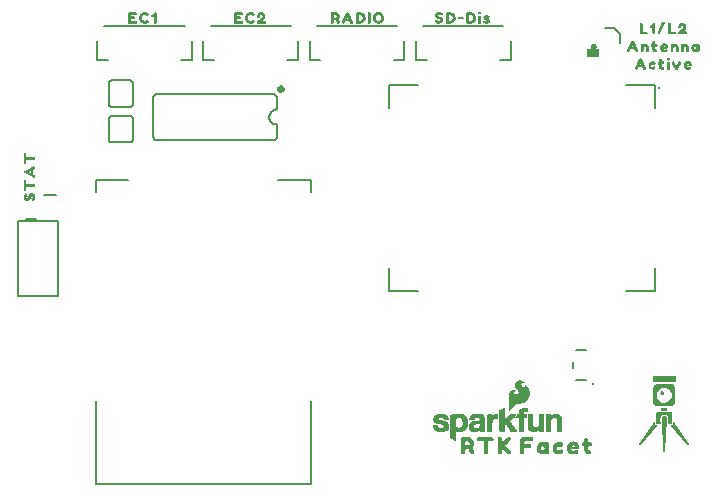
<source format=gto>
G04 EAGLE Gerber RS-274X export*
G75*
%MOMM*%
%FSLAX34Y34*%
%LPD*%
%INSilkscreen Top*%
%IPPOS*%
%AMOC8*
5,1,8,0,0,1.08239X$1,22.5*%
G01*
%ADD10C,0.203200*%
%ADD11C,0.282838*%
%ADD12C,0.177800*%
%ADD13C,0.254000*%
%ADD14C,0.152400*%
%ADD15C,0.254000*%
%ADD16C,0.127000*%

G36*
X565473Y65173D02*
X565473Y65173D01*
X565475Y65171D01*
X566375Y65271D01*
X566383Y65278D01*
X566388Y65274D01*
X566887Y65474D01*
X567186Y65573D01*
X567190Y65580D01*
X567195Y65578D01*
X567695Y65878D01*
X567697Y65882D01*
X567701Y65882D01*
X568201Y66282D01*
X568202Y66286D01*
X568205Y66285D01*
X568805Y66885D01*
X568806Y66897D01*
X568814Y66898D01*
X569214Y67698D01*
X569213Y67703D01*
X569217Y67704D01*
X569417Y68304D01*
X569416Y68308D01*
X569417Y68309D01*
X569413Y68315D01*
X569419Y68320D01*
X569419Y68616D01*
X569519Y69212D01*
X569516Y69217D01*
X569519Y69220D01*
X569519Y80020D01*
X569517Y80023D01*
X569519Y80025D01*
X569419Y80925D01*
X569414Y80931D01*
X569417Y80936D01*
X569217Y81536D01*
X569212Y81539D01*
X569214Y81542D01*
X568814Y82342D01*
X568808Y82345D01*
X568809Y82350D01*
X568509Y82750D01*
X568498Y82753D01*
X568497Y82761D01*
X568201Y82958D01*
X567805Y83355D01*
X567796Y83356D01*
X567795Y83362D01*
X567295Y83662D01*
X567287Y83661D01*
X567286Y83667D01*
X566086Y84067D01*
X566075Y84063D01*
X566070Y84069D01*
X554070Y84069D01*
X554061Y84062D01*
X554054Y84067D01*
X553757Y83968D01*
X553260Y83868D01*
X553251Y83858D01*
X553243Y83861D01*
X552944Y83662D01*
X551945Y83062D01*
X551941Y83054D01*
X551935Y83055D01*
X551735Y82855D01*
X551735Y82851D01*
X551732Y82851D01*
X551332Y82351D01*
X551331Y82346D01*
X551328Y82345D01*
X551028Y81845D01*
X551029Y81837D01*
X551023Y81836D01*
X550723Y80936D01*
X550727Y80925D01*
X550721Y80920D01*
X550721Y80624D01*
X550621Y80028D01*
X550624Y80023D01*
X550621Y80020D01*
X550621Y69220D01*
X550624Y69216D01*
X550621Y69214D01*
X550721Y68414D01*
X550726Y68409D01*
X550723Y68404D01*
X551023Y67504D01*
X551030Y67500D01*
X551028Y67495D01*
X551328Y66995D01*
X551332Y66993D01*
X551332Y66989D01*
X551732Y66489D01*
X551736Y66488D01*
X551735Y66485D01*
X552335Y65885D01*
X552344Y65884D01*
X552345Y65878D01*
X552845Y65578D01*
X552853Y65579D01*
X552854Y65573D01*
X553754Y65273D01*
X553765Y65277D01*
X553770Y65271D01*
X554066Y65271D01*
X554662Y65171D01*
X554667Y65174D01*
X554670Y65171D01*
X565470Y65171D01*
X565473Y65173D01*
G37*
G36*
X429036Y60886D02*
X429036Y60886D01*
X429063Y60883D01*
X429120Y60905D01*
X429179Y60919D01*
X429199Y60936D01*
X429225Y60946D01*
X429283Y61005D01*
X429312Y61029D01*
X429317Y61039D01*
X429326Y61049D01*
X429506Y61318D01*
X429779Y61591D01*
X429791Y61611D01*
X429814Y61632D01*
X430098Y62010D01*
X430579Y62491D01*
X430587Y62504D01*
X430602Y62517D01*
X431091Y63103D01*
X431679Y63691D01*
X431693Y63714D01*
X431719Y63739D01*
X432201Y64413D01*
X433479Y65691D01*
X433487Y65704D01*
X433502Y65717D01*
X433978Y66287D01*
X434928Y67047D01*
X435344Y67297D01*
X435841Y67380D01*
X437710Y67380D01*
X437736Y67386D01*
X437773Y67385D01*
X438973Y67585D01*
X438988Y67592D01*
X439010Y67593D01*
X440110Y67893D01*
X440127Y67902D01*
X440151Y67907D01*
X441151Y68307D01*
X441173Y68322D01*
X441206Y68334D01*
X442206Y68934D01*
X442226Y68954D01*
X442260Y68974D01*
X443060Y69674D01*
X443067Y69683D01*
X443079Y69691D01*
X443879Y70491D01*
X443890Y70509D01*
X443910Y70527D01*
X444610Y71427D01*
X444621Y71450D01*
X444642Y71475D01*
X445642Y73275D01*
X445652Y73310D01*
X445676Y73358D01*
X446176Y75158D01*
X446178Y75192D01*
X446190Y75239D01*
X446290Y77039D01*
X446283Y77075D01*
X446284Y77130D01*
X445984Y78730D01*
X445973Y78754D01*
X445968Y78788D01*
X445468Y80188D01*
X445452Y80213D01*
X445438Y80252D01*
X444738Y81452D01*
X444717Y81474D01*
X444694Y81513D01*
X443894Y82413D01*
X443890Y82416D01*
X443780Y82500D01*
X442980Y82900D01*
X442970Y82902D01*
X442964Y82907D01*
X442925Y82914D01*
X442882Y82933D01*
X442847Y82932D01*
X442812Y82940D01*
X442761Y82929D01*
X442709Y82927D01*
X442678Y82910D01*
X442643Y82901D01*
X442603Y82869D01*
X442557Y82844D01*
X442536Y82815D01*
X442509Y82792D01*
X442487Y82745D01*
X442457Y82702D01*
X442449Y82661D01*
X442437Y82634D01*
X442437Y82628D01*
X442437Y82626D01*
X442438Y82601D01*
X442430Y82560D01*
X442430Y81822D01*
X442291Y81404D01*
X442142Y81305D01*
X441948Y81240D01*
X441400Y81240D01*
X440701Y81590D01*
X440430Y81771D01*
X440038Y82064D01*
X440029Y82068D01*
X440021Y82076D01*
X439752Y82256D01*
X439523Y82485D01*
X439350Y82830D01*
X439337Y82846D01*
X439326Y82871D01*
X439163Y83116D01*
X439079Y83452D01*
X439073Y83464D01*
X439071Y83480D01*
X439011Y83660D01*
X439062Y83814D01*
X439150Y83990D01*
X439156Y84013D01*
X439171Y84040D01*
X439255Y84292D01*
X439390Y84495D01*
X439711Y84735D01*
X439990Y84875D01*
X440034Y84897D01*
X440485Y84987D01*
X440492Y84991D01*
X440502Y84991D01*
X440857Y85080D01*
X441048Y85080D01*
X441290Y84999D01*
X441327Y84996D01*
X441410Y84980D01*
X441710Y84980D01*
X441735Y84986D01*
X441761Y84983D01*
X441819Y85005D01*
X441879Y85019D01*
X441899Y85036D01*
X441923Y85045D01*
X441965Y85090D01*
X442012Y85129D01*
X442023Y85153D01*
X442040Y85172D01*
X442058Y85231D01*
X442083Y85288D01*
X442082Y85313D01*
X442090Y85338D01*
X442079Y85399D01*
X442077Y85461D01*
X442064Y85483D01*
X442060Y85509D01*
X442012Y85580D01*
X441994Y85613D01*
X441986Y85619D01*
X441979Y85629D01*
X441879Y85729D01*
X441859Y85741D01*
X441838Y85764D01*
X441438Y86064D01*
X441412Y86076D01*
X441380Y86100D01*
X440780Y86400D01*
X440763Y86404D01*
X440744Y86416D01*
X439944Y86716D01*
X439937Y86717D01*
X439930Y86721D01*
X439030Y87021D01*
X438993Y87024D01*
X438910Y87040D01*
X437910Y87040D01*
X437882Y87034D01*
X437842Y87034D01*
X436742Y86834D01*
X436707Y86819D01*
X436628Y86794D01*
X435528Y86194D01*
X435502Y86171D01*
X435457Y86144D01*
X434557Y85344D01*
X434538Y85316D01*
X434501Y85281D01*
X434001Y84581D01*
X433986Y84545D01*
X433949Y84480D01*
X433649Y83580D01*
X433646Y83543D01*
X433630Y83460D01*
X433630Y82660D01*
X433637Y82627D01*
X433639Y82578D01*
X433839Y81678D01*
X433856Y81642D01*
X433878Y81575D01*
X434378Y80675D01*
X434400Y80651D01*
X434424Y80610D01*
X435124Y79810D01*
X435125Y79809D01*
X435126Y79807D01*
X435275Y79639D01*
X435613Y79259D01*
X435924Y78909D01*
X436584Y78155D01*
X436830Y77582D01*
X436830Y77022D01*
X436671Y76545D01*
X436350Y76144D01*
X435854Y75813D01*
X435163Y75640D01*
X434448Y75640D01*
X434019Y75726D01*
X433588Y75898D01*
X433352Y76056D01*
X433123Y76285D01*
X432962Y76606D01*
X432890Y76822D01*
X432890Y76998D01*
X432955Y77192D01*
X433106Y77418D01*
X433415Y77728D01*
X433630Y77799D01*
X433650Y77812D01*
X433680Y77820D01*
X434080Y78020D01*
X434109Y78044D01*
X434179Y78091D01*
X434279Y78191D01*
X434292Y78212D01*
X434311Y78228D01*
X434337Y78285D01*
X434370Y78338D01*
X434373Y78363D01*
X434383Y78386D01*
X434381Y78449D01*
X434387Y78511D01*
X434378Y78534D01*
X434377Y78559D01*
X434347Y78614D01*
X434325Y78673D01*
X434307Y78690D01*
X434295Y78712D01*
X434225Y78766D01*
X434198Y78790D01*
X434189Y78793D01*
X434180Y78800D01*
X433980Y78900D01*
X433965Y78904D01*
X433952Y78913D01*
X433818Y78939D01*
X433812Y78940D01*
X433811Y78940D01*
X433810Y78940D01*
X433657Y78940D01*
X433302Y79029D01*
X433266Y79029D01*
X433210Y79040D01*
X432410Y79040D01*
X432384Y79034D01*
X432348Y79035D01*
X431748Y78935D01*
X431717Y78922D01*
X431669Y78913D01*
X430669Y78513D01*
X430638Y78491D01*
X430582Y78464D01*
X430198Y78176D01*
X429714Y77886D01*
X429700Y77872D01*
X429681Y77863D01*
X429611Y77786D01*
X429590Y77765D01*
X429588Y77760D01*
X429584Y77756D01*
X429284Y77256D01*
X429280Y77243D01*
X429270Y77230D01*
X428970Y76630D01*
X428964Y76607D01*
X428949Y76580D01*
X428749Y75980D01*
X428746Y75947D01*
X428732Y75902D01*
X428532Y74102D01*
X428534Y74083D01*
X428530Y74060D01*
X428530Y61260D01*
X428541Y61210D01*
X428543Y61159D01*
X428561Y61127D01*
X428569Y61091D01*
X428602Y61052D01*
X428626Y61007D01*
X428656Y60986D01*
X428679Y60958D01*
X428726Y60937D01*
X428768Y60907D01*
X428810Y60899D01*
X428838Y60887D01*
X428868Y60888D01*
X428910Y60880D01*
X429010Y60880D01*
X429036Y60886D01*
G37*
G36*
X383285Y35392D02*
X383285Y35392D01*
X383311Y35393D01*
X383365Y35423D01*
X383423Y35445D01*
X383440Y35464D01*
X383463Y35476D01*
X383498Y35527D01*
X383540Y35572D01*
X383548Y35597D01*
X383563Y35618D01*
X383579Y35702D01*
X383590Y35738D01*
X383588Y35748D01*
X383590Y35760D01*
X383590Y45001D01*
X383813Y44722D01*
X383836Y44705D01*
X383914Y44634D01*
X384914Y44034D01*
X384927Y44030D01*
X384940Y44020D01*
X385540Y43720D01*
X385578Y43711D01*
X385648Y43685D01*
X387448Y43385D01*
X387486Y43387D01*
X387560Y43383D01*
X389060Y43583D01*
X389088Y43594D01*
X389130Y43599D01*
X390330Y43999D01*
X390363Y44020D01*
X390434Y44052D01*
X391534Y44852D01*
X391551Y44872D01*
X391579Y44891D01*
X392479Y45791D01*
X392499Y45824D01*
X392544Y45878D01*
X393144Y46978D01*
X393149Y46995D01*
X393161Y47014D01*
X393661Y48214D01*
X393666Y48241D01*
X393681Y48275D01*
X393981Y49575D01*
X393980Y49600D01*
X393989Y49633D01*
X394089Y51033D01*
X394086Y51056D01*
X394089Y51085D01*
X393989Y52585D01*
X393982Y52608D01*
X393982Y52640D01*
X393682Y54040D01*
X393675Y54053D01*
X393673Y54072D01*
X393273Y55372D01*
X393254Y55405D01*
X393231Y55464D01*
X392531Y56564D01*
X392511Y56583D01*
X392493Y56614D01*
X391593Y57614D01*
X391561Y57636D01*
X391514Y57681D01*
X390414Y58381D01*
X390382Y58392D01*
X390338Y58418D01*
X388938Y58918D01*
X388899Y58922D01*
X388835Y58939D01*
X387335Y59039D01*
X387324Y59038D01*
X387310Y59040D01*
X386610Y59040D01*
X386584Y59034D01*
X386548Y59035D01*
X385348Y58835D01*
X385336Y58830D01*
X385214Y58786D01*
X384214Y58186D01*
X384198Y58171D01*
X384172Y58157D01*
X383672Y57757D01*
X383661Y57742D01*
X383641Y57729D01*
X383490Y57578D01*
X383490Y58360D01*
X383490Y58361D01*
X383490Y58362D01*
X383470Y58445D01*
X383451Y58529D01*
X383450Y58530D01*
X383450Y58531D01*
X383396Y58595D01*
X383341Y58662D01*
X383340Y58663D01*
X383339Y58664D01*
X383260Y58699D01*
X383182Y58733D01*
X383181Y58733D01*
X383180Y58734D01*
X383035Y58733D01*
X382035Y58533D01*
X382028Y58529D01*
X382018Y58529D01*
X381627Y58431D01*
X381135Y58333D01*
X381128Y58329D01*
X381118Y58329D01*
X380763Y58240D01*
X380310Y58240D01*
X380280Y58233D01*
X380235Y58233D01*
X379735Y58133D01*
X379728Y58129D01*
X379718Y58129D01*
X379318Y58029D01*
X379314Y58027D01*
X379309Y58027D01*
X379237Y57987D01*
X379164Y57950D01*
X379161Y57946D01*
X379157Y57944D01*
X379110Y57877D01*
X379061Y57810D01*
X379060Y57806D01*
X379057Y57802D01*
X379030Y57660D01*
X379030Y39160D01*
X379032Y39150D01*
X379030Y39140D01*
X379043Y39097D01*
X379043Y39082D01*
X379052Y39066D01*
X379069Y38991D01*
X379076Y38983D01*
X379079Y38974D01*
X379172Y38863D01*
X379656Y38476D01*
X380541Y37591D01*
X380557Y37581D01*
X380572Y37563D01*
X382056Y36376D01*
X382941Y35491D01*
X382963Y35478D01*
X382979Y35458D01*
X383036Y35432D01*
X383088Y35400D01*
X383114Y35397D01*
X383138Y35387D01*
X383199Y35389D01*
X383261Y35383D01*
X383285Y35392D01*
G37*
G36*
X400347Y43388D02*
X400347Y43388D01*
X400430Y43399D01*
X400672Y43480D01*
X401010Y43480D01*
X401047Y43488D01*
X401130Y43499D01*
X401372Y43580D01*
X401610Y43580D01*
X401647Y43588D01*
X401730Y43599D01*
X402930Y43999D01*
X402963Y44019D01*
X403021Y44044D01*
X403279Y44215D01*
X403530Y44299D01*
X403563Y44319D01*
X403621Y44344D01*
X403921Y44544D01*
X403942Y44567D01*
X403979Y44591D01*
X404116Y44728D01*
X404130Y44708D01*
X404130Y44560D01*
X404147Y44486D01*
X404160Y44411D01*
X404167Y44401D01*
X404169Y44391D01*
X404193Y44362D01*
X404241Y44291D01*
X404247Y44285D01*
X404260Y44211D01*
X404267Y44201D01*
X404269Y44191D01*
X404293Y44162D01*
X404341Y44091D01*
X404342Y44090D01*
X404343Y44059D01*
X404361Y44027D01*
X404369Y43991D01*
X404402Y43952D01*
X404426Y43907D01*
X404456Y43886D01*
X404479Y43858D01*
X404526Y43837D01*
X404568Y43807D01*
X404610Y43799D01*
X404638Y43787D01*
X404668Y43788D01*
X404710Y43780D01*
X408610Y43780D01*
X408660Y43791D01*
X408711Y43793D01*
X408743Y43811D01*
X408779Y43819D01*
X408818Y43852D01*
X408863Y43876D01*
X408884Y43906D01*
X408912Y43929D01*
X408933Y43976D01*
X408963Y44018D01*
X408971Y44060D01*
X408983Y44088D01*
X408982Y44118D01*
X408990Y44160D01*
X408990Y44260D01*
X408973Y44334D01*
X408960Y44409D01*
X408953Y44419D01*
X408951Y44429D01*
X408927Y44458D01*
X408879Y44529D01*
X408823Y44585D01*
X408790Y44650D01*
X408790Y44860D01*
X408787Y44875D01*
X408789Y44890D01*
X408752Y45022D01*
X408751Y45029D01*
X408750Y45029D01*
X408750Y45030D01*
X408690Y45150D01*
X408690Y45260D01*
X408687Y45275D01*
X408689Y45290D01*
X408667Y45371D01*
X408666Y45382D01*
X408661Y45392D01*
X408652Y45422D01*
X408651Y45429D01*
X408650Y45429D01*
X408650Y45430D01*
X408590Y45550D01*
X408590Y46360D01*
X408587Y46375D01*
X408589Y46390D01*
X408552Y46522D01*
X408551Y46529D01*
X408550Y46529D01*
X408550Y46530D01*
X408490Y46650D01*
X408490Y55260D01*
X408483Y55290D01*
X408483Y55335D01*
X408383Y55835D01*
X408371Y55861D01*
X408363Y55901D01*
X408163Y56401D01*
X408155Y56413D01*
X408150Y56430D01*
X407950Y56830D01*
X407932Y56852D01*
X407914Y56888D01*
X407614Y57288D01*
X407589Y57309D01*
X407582Y57322D01*
X407567Y57333D01*
X407538Y57364D01*
X406338Y58264D01*
X406303Y58279D01*
X406251Y58313D01*
X405751Y58513D01*
X405722Y58517D01*
X405685Y58533D01*
X405219Y58626D01*
X404751Y58813D01*
X404722Y58817D01*
X404685Y58833D01*
X404185Y58933D01*
X404153Y58932D01*
X404110Y58940D01*
X403548Y58940D01*
X403085Y59033D01*
X403053Y59032D01*
X403010Y59040D01*
X400710Y59040D01*
X400680Y59033D01*
X400635Y59033D01*
X400141Y58934D01*
X399548Y58835D01*
X399524Y58825D01*
X399490Y58821D01*
X398912Y58628D01*
X398435Y58533D01*
X398409Y58521D01*
X398369Y58513D01*
X397869Y58313D01*
X397847Y58298D01*
X397814Y58286D01*
X396814Y57686D01*
X396802Y57674D01*
X396782Y57664D01*
X396382Y57364D01*
X396357Y57334D01*
X396306Y57288D01*
X396006Y56888D01*
X395999Y56872D01*
X395984Y56856D01*
X395694Y56372D01*
X395406Y55988D01*
X395391Y55954D01*
X395349Y55880D01*
X395149Y55280D01*
X395147Y55258D01*
X395139Y55240D01*
X395139Y55235D01*
X395135Y55223D01*
X394935Y54023D01*
X394940Y53941D01*
X394943Y53859D01*
X394946Y53855D01*
X394946Y53850D01*
X394987Y53779D01*
X395026Y53707D01*
X395030Y53704D01*
X395033Y53700D01*
X395101Y53654D01*
X395168Y53607D01*
X395173Y53606D01*
X395177Y53604D01*
X395205Y53600D01*
X395310Y53580D01*
X399210Y53580D01*
X399260Y53591D01*
X399311Y53593D01*
X399343Y53611D01*
X399379Y53619D01*
X399418Y53652D01*
X399463Y53676D01*
X399484Y53706D01*
X399512Y53729D01*
X399533Y53776D01*
X399563Y53818D01*
X399571Y53860D01*
X399583Y53888D01*
X399582Y53918D01*
X399590Y53960D01*
X399590Y54370D01*
X399650Y54490D01*
X399656Y54513D01*
X399671Y54540D01*
X399762Y54814D01*
X399823Y54935D01*
X400135Y55248D01*
X400815Y55587D01*
X401000Y55680D01*
X402620Y55680D01*
X402740Y55620D01*
X402755Y55616D01*
X402768Y55607D01*
X402902Y55581D01*
X402909Y55580D01*
X402910Y55580D01*
X403020Y55580D01*
X403427Y55377D01*
X403470Y55290D01*
X403494Y55261D01*
X403541Y55191D01*
X403598Y55135D01*
X403830Y54670D01*
X403830Y53787D01*
X403651Y53548D01*
X403250Y53308D01*
X402697Y53123D01*
X402031Y52933D01*
X401362Y52837D01*
X399568Y52638D01*
X398668Y52538D01*
X398647Y52530D01*
X398618Y52529D01*
X397818Y52329D01*
X397801Y52320D01*
X397777Y52316D01*
X396977Y52016D01*
X396955Y52001D01*
X396921Y51990D01*
X396221Y51590D01*
X396199Y51570D01*
X396163Y51549D01*
X395463Y50949D01*
X395443Y50922D01*
X395380Y50849D01*
X394980Y50149D01*
X394971Y50119D01*
X394949Y50080D01*
X394649Y49180D01*
X394648Y49163D01*
X394645Y49156D01*
X394645Y49151D01*
X394636Y49128D01*
X394436Y48028D01*
X394436Y48018D01*
X394437Y47885D01*
X394530Y47422D01*
X394530Y46960D01*
X394533Y46945D01*
X394531Y46930D01*
X394568Y46798D01*
X394569Y46791D01*
X394570Y46791D01*
X394570Y46790D01*
X394747Y46436D01*
X394837Y45985D01*
X394838Y45984D01*
X394838Y45983D01*
X394894Y45849D01*
X395094Y45549D01*
X395101Y45542D01*
X395106Y45532D01*
X395400Y45140D01*
X395594Y44849D01*
X395617Y44828D01*
X395641Y44791D01*
X395941Y44491D01*
X395973Y44471D01*
X396040Y44420D01*
X396419Y44231D01*
X396699Y44044D01*
X396719Y44036D01*
X396740Y44020D01*
X397140Y43820D01*
X397154Y43817D01*
X397169Y43807D01*
X397669Y43607D01*
X397691Y43604D01*
X397718Y43591D01*
X398118Y43491D01*
X398154Y43491D01*
X398210Y43480D01*
X398672Y43480D01*
X399135Y43387D01*
X399167Y43388D01*
X399210Y43380D01*
X400310Y43380D01*
X400347Y43388D01*
G37*
G36*
X424860Y43791D02*
X424860Y43791D01*
X424911Y43793D01*
X424943Y43811D01*
X424979Y43819D01*
X425018Y43852D01*
X425063Y43876D01*
X425084Y43906D01*
X425112Y43929D01*
X425133Y43976D01*
X425163Y44018D01*
X425171Y44060D01*
X425183Y44088D01*
X425182Y44118D01*
X425190Y44160D01*
X425190Y48895D01*
X426231Y49866D01*
X429887Y43960D01*
X429910Y43936D01*
X429926Y43907D01*
X429971Y43876D01*
X430009Y43837D01*
X430041Y43827D01*
X430068Y43807D01*
X430136Y43794D01*
X430173Y43782D01*
X430190Y43784D01*
X430210Y43780D01*
X434910Y43780D01*
X434982Y43797D01*
X435054Y43808D01*
X435065Y43816D01*
X435079Y43819D01*
X435135Y43866D01*
X435195Y43909D01*
X435202Y43921D01*
X435212Y43929D01*
X435242Y43997D01*
X435277Y44061D01*
X435278Y44075D01*
X435283Y44088D01*
X435280Y44161D01*
X435283Y44234D01*
X435277Y44248D01*
X435277Y44261D01*
X435258Y44295D01*
X435228Y44368D01*
X429499Y53107D01*
X434576Y58089D01*
X434591Y58112D01*
X434612Y58129D01*
X434637Y58184D01*
X434669Y58235D01*
X434672Y58262D01*
X434683Y58288D01*
X434681Y58348D01*
X434687Y58407D01*
X434678Y58433D01*
X434677Y58461D01*
X434648Y58513D01*
X434627Y58570D01*
X434607Y58589D01*
X434594Y58613D01*
X434545Y58647D01*
X434501Y58689D01*
X434475Y58697D01*
X434452Y58713D01*
X434372Y58728D01*
X434336Y58739D01*
X434324Y58738D01*
X434310Y58740D01*
X429710Y58740D01*
X429632Y58722D01*
X429554Y58707D01*
X429548Y58702D01*
X429541Y58701D01*
X429516Y58680D01*
X429436Y58623D01*
X425190Y54205D01*
X425190Y63660D01*
X425177Y63716D01*
X425173Y63773D01*
X425158Y63799D01*
X425151Y63829D01*
X425114Y63873D01*
X425085Y63923D01*
X425060Y63939D01*
X425041Y63962D01*
X424988Y63986D01*
X424940Y64017D01*
X424910Y64021D01*
X424882Y64033D01*
X424825Y64031D01*
X424768Y64038D01*
X424735Y64028D01*
X424709Y64027D01*
X424679Y64010D01*
X424630Y63995D01*
X420730Y61895D01*
X420696Y61865D01*
X420657Y61844D01*
X420632Y61809D01*
X420600Y61780D01*
X420583Y61739D01*
X420557Y61702D01*
X420548Y61652D01*
X420534Y61620D01*
X420536Y61594D01*
X420530Y61560D01*
X420530Y44160D01*
X420541Y44110D01*
X420543Y44059D01*
X420561Y44027D01*
X420569Y43991D01*
X420602Y43952D01*
X420626Y43907D01*
X420656Y43886D01*
X420679Y43858D01*
X420726Y43837D01*
X420768Y43807D01*
X420810Y43799D01*
X420838Y43787D01*
X420868Y43788D01*
X420910Y43780D01*
X424810Y43780D01*
X424860Y43791D01*
G37*
G36*
X464260Y43791D02*
X464260Y43791D01*
X464311Y43793D01*
X464343Y43811D01*
X464379Y43819D01*
X464418Y43852D01*
X464463Y43876D01*
X464484Y43906D01*
X464512Y43929D01*
X464533Y43976D01*
X464563Y44018D01*
X464571Y44060D01*
X464583Y44088D01*
X464582Y44118D01*
X464590Y44160D01*
X464590Y52539D01*
X464682Y53362D01*
X464949Y53987D01*
X465223Y54442D01*
X465564Y54869D01*
X465944Y55097D01*
X466465Y55184D01*
X467202Y55276D01*
X467741Y55186D01*
X468171Y55100D01*
X468551Y54872D01*
X468794Y54548D01*
X469047Y54126D01*
X469134Y53603D01*
X469233Y52909D01*
X469330Y52136D01*
X469330Y44160D01*
X469341Y44110D01*
X469343Y44059D01*
X469361Y44027D01*
X469369Y43991D01*
X469402Y43952D01*
X469426Y43907D01*
X469456Y43886D01*
X469479Y43858D01*
X469526Y43837D01*
X469568Y43807D01*
X469610Y43799D01*
X469638Y43787D01*
X469668Y43788D01*
X469710Y43780D01*
X473610Y43780D01*
X473660Y43791D01*
X473711Y43793D01*
X473743Y43811D01*
X473779Y43819D01*
X473818Y43852D01*
X473863Y43876D01*
X473884Y43906D01*
X473912Y43929D01*
X473933Y43976D01*
X473963Y44018D01*
X473971Y44060D01*
X473983Y44088D01*
X473982Y44118D01*
X473990Y44160D01*
X473990Y52860D01*
X473987Y52873D01*
X473989Y52889D01*
X473889Y54189D01*
X473884Y54206D01*
X473884Y54228D01*
X473684Y55328D01*
X473677Y55345D01*
X473674Y55369D01*
X473374Y56369D01*
X473355Y56402D01*
X473332Y56462D01*
X472832Y57262D01*
X472808Y57286D01*
X472779Y57329D01*
X472079Y58029D01*
X472046Y58049D01*
X471995Y58092D01*
X471095Y58592D01*
X471060Y58602D01*
X471010Y58627D01*
X469910Y58927D01*
X469879Y58928D01*
X469837Y58939D01*
X468437Y59039D01*
X468425Y59037D01*
X468410Y59040D01*
X467810Y59040D01*
X467784Y59034D01*
X467748Y59035D01*
X467148Y58935D01*
X467124Y58925D01*
X467090Y58921D01*
X465890Y58521D01*
X465857Y58501D01*
X465799Y58476D01*
X465199Y58076D01*
X465189Y58066D01*
X465172Y58057D01*
X464672Y57657D01*
X464661Y57642D01*
X464641Y57629D01*
X464390Y57378D01*
X464390Y58360D01*
X464379Y58410D01*
X464377Y58461D01*
X464359Y58493D01*
X464351Y58529D01*
X464318Y58568D01*
X464294Y58613D01*
X464264Y58634D01*
X464241Y58662D01*
X464194Y58683D01*
X464152Y58713D01*
X464110Y58721D01*
X464082Y58733D01*
X464052Y58732D01*
X464010Y58740D01*
X460310Y58740D01*
X460260Y58729D01*
X460209Y58727D01*
X460177Y58709D01*
X460141Y58701D01*
X460102Y58668D01*
X460057Y58644D01*
X460036Y58614D01*
X460008Y58591D01*
X459987Y58544D01*
X459957Y58502D01*
X459949Y58460D01*
X459937Y58432D01*
X459938Y58402D01*
X459930Y58360D01*
X459930Y44160D01*
X459941Y44110D01*
X459943Y44059D01*
X459961Y44027D01*
X459969Y43991D01*
X460002Y43952D01*
X460026Y43907D01*
X460056Y43886D01*
X460079Y43858D01*
X460126Y43837D01*
X460168Y43807D01*
X460210Y43799D01*
X460238Y43787D01*
X460268Y43788D01*
X460310Y43780D01*
X464210Y43780D01*
X464260Y43791D01*
G37*
G36*
X450118Y43386D02*
X450118Y43386D01*
X450173Y43385D01*
X450767Y43484D01*
X451464Y43584D01*
X451491Y43594D01*
X451530Y43599D01*
X452130Y43799D01*
X452139Y43805D01*
X452151Y43807D01*
X452651Y44007D01*
X452663Y44015D01*
X452680Y44020D01*
X453000Y44180D01*
X453280Y44320D01*
X453305Y44341D01*
X453348Y44363D01*
X453848Y44763D01*
X453869Y44790D01*
X453907Y44822D01*
X454130Y45101D01*
X454130Y44160D01*
X454141Y44110D01*
X454143Y44059D01*
X454161Y44027D01*
X454169Y43991D01*
X454202Y43952D01*
X454226Y43907D01*
X454256Y43886D01*
X454279Y43858D01*
X454326Y43837D01*
X454368Y43807D01*
X454410Y43799D01*
X454438Y43787D01*
X454468Y43788D01*
X454510Y43780D01*
X458210Y43780D01*
X458260Y43791D01*
X458311Y43793D01*
X458343Y43811D01*
X458379Y43819D01*
X458418Y43852D01*
X458463Y43876D01*
X458484Y43906D01*
X458512Y43929D01*
X458533Y43976D01*
X458563Y44018D01*
X458571Y44060D01*
X458583Y44088D01*
X458582Y44118D01*
X458590Y44160D01*
X458590Y58360D01*
X458579Y58410D01*
X458577Y58461D01*
X458559Y58493D01*
X458551Y58529D01*
X458518Y58568D01*
X458494Y58613D01*
X458464Y58634D01*
X458441Y58662D01*
X458394Y58683D01*
X458352Y58713D01*
X458310Y58721D01*
X458282Y58733D01*
X458252Y58732D01*
X458210Y58740D01*
X454310Y58740D01*
X454260Y58729D01*
X454209Y58727D01*
X454177Y58709D01*
X454141Y58701D01*
X454102Y58668D01*
X454057Y58644D01*
X454036Y58614D01*
X454008Y58591D01*
X453987Y58544D01*
X453957Y58502D01*
X453949Y58460D01*
X453937Y58432D01*
X453938Y58402D01*
X453930Y58360D01*
X453930Y49884D01*
X453839Y49160D01*
X453565Y48520D01*
X453298Y47985D01*
X452974Y47662D01*
X452576Y47423D01*
X452055Y47336D01*
X451318Y47244D01*
X450779Y47334D01*
X450349Y47420D01*
X449970Y47648D01*
X449470Y48314D01*
X449386Y48815D01*
X449190Y50384D01*
X449190Y58360D01*
X449179Y58410D01*
X449177Y58461D01*
X449159Y58493D01*
X449151Y58529D01*
X449118Y58568D01*
X449094Y58613D01*
X449064Y58634D01*
X449041Y58662D01*
X448994Y58683D01*
X448952Y58713D01*
X448910Y58721D01*
X448882Y58733D01*
X448852Y58732D01*
X448810Y58740D01*
X445010Y58740D01*
X444960Y58729D01*
X444909Y58727D01*
X444877Y58709D01*
X444841Y58701D01*
X444802Y58668D01*
X444757Y58644D01*
X444736Y58614D01*
X444708Y58591D01*
X444687Y58544D01*
X444657Y58502D01*
X444649Y58460D01*
X444637Y58432D01*
X444638Y58402D01*
X444630Y58360D01*
X444630Y48360D01*
X444636Y48332D01*
X444636Y48292D01*
X444836Y47192D01*
X444843Y47175D01*
X444846Y47151D01*
X445146Y46151D01*
X445162Y46122D01*
X445178Y46075D01*
X445678Y45175D01*
X445697Y45154D01*
X445763Y45071D01*
X446463Y44471D01*
X446491Y44457D01*
X446525Y44428D01*
X447425Y43928D01*
X447450Y43920D01*
X447480Y43903D01*
X448580Y43503D01*
X448619Y43498D01*
X448683Y43481D01*
X450083Y43381D01*
X450118Y43386D01*
G37*
G36*
X372542Y43481D02*
X372542Y43481D01*
X372555Y43485D01*
X372573Y43485D01*
X373773Y43685D01*
X373788Y43692D01*
X373810Y43693D01*
X374910Y43993D01*
X374938Y44008D01*
X374980Y44020D01*
X375300Y44180D01*
X375980Y44520D01*
X376009Y44544D01*
X376060Y44574D01*
X376860Y45274D01*
X376879Y45300D01*
X376914Y45332D01*
X377514Y46132D01*
X377530Y46168D01*
X377567Y46230D01*
X377967Y47330D01*
X377971Y47361D01*
X377986Y47402D01*
X378186Y48702D01*
X378183Y48740D01*
X378188Y48802D01*
X378088Y49702D01*
X378075Y49739D01*
X378060Y49810D01*
X377760Y50510D01*
X377742Y50534D01*
X377726Y50571D01*
X377326Y51171D01*
X377298Y51198D01*
X377253Y51252D01*
X376653Y51752D01*
X376628Y51765D01*
X376599Y51790D01*
X375199Y52590D01*
X375161Y52601D01*
X375093Y52631D01*
X374198Y52830D01*
X371802Y53429D01*
X371782Y53429D01*
X371757Y53437D01*
X370995Y53533D01*
X370456Y53712D01*
X369911Y53985D01*
X369582Y54232D01*
X369360Y54527D01*
X369290Y54807D01*
X369290Y55045D01*
X369554Y55441D01*
X369716Y55495D01*
X370102Y55591D01*
X370114Y55597D01*
X370130Y55599D01*
X370372Y55680D01*
X371937Y55680D01*
X372354Y55513D01*
X372719Y55331D01*
X372936Y55186D01*
X373072Y54982D01*
X373244Y54551D01*
X373337Y54085D01*
X373343Y54073D01*
X373343Y54059D01*
X373379Y53995D01*
X373409Y53928D01*
X373420Y53919D01*
X373426Y53907D01*
X373486Y53865D01*
X373543Y53818D01*
X373557Y53815D01*
X373568Y53807D01*
X373710Y53780D01*
X377410Y53780D01*
X377490Y53798D01*
X377570Y53815D01*
X377574Y53818D01*
X377579Y53819D01*
X377642Y53872D01*
X377706Y53922D01*
X377708Y53926D01*
X377712Y53929D01*
X377746Y54004D01*
X377781Y54078D01*
X377781Y54083D01*
X377783Y54088D01*
X377782Y54115D01*
X377785Y54223D01*
X377585Y55423D01*
X377570Y55459D01*
X377550Y55530D01*
X377050Y56530D01*
X377032Y56552D01*
X377014Y56588D01*
X376414Y57388D01*
X376384Y57413D01*
X376338Y57464D01*
X375538Y58064D01*
X375506Y58078D01*
X375464Y58107D01*
X374564Y58507D01*
X374544Y58511D01*
X374519Y58524D01*
X373519Y58824D01*
X373500Y58825D01*
X373478Y58834D01*
X372378Y59034D01*
X372349Y59033D01*
X372310Y59040D01*
X370010Y59040D01*
X369982Y59034D01*
X369942Y59034D01*
X368842Y58834D01*
X368839Y58833D01*
X368835Y58833D01*
X367835Y58633D01*
X367801Y58617D01*
X367740Y58600D01*
X367640Y58550D01*
X366880Y58170D01*
X366740Y58100D01*
X366712Y58077D01*
X366663Y58049D01*
X365963Y57449D01*
X365948Y57430D01*
X365924Y57410D01*
X365224Y56610D01*
X365208Y56580D01*
X365157Y56501D01*
X364757Y55501D01*
X364751Y55462D01*
X364731Y55392D01*
X364631Y54192D01*
X364636Y54161D01*
X364632Y54118D01*
X364732Y53218D01*
X364742Y53191D01*
X364743Y53166D01*
X364752Y53148D01*
X364761Y53110D01*
X365061Y52410D01*
X365078Y52387D01*
X365094Y52349D01*
X365494Y51749D01*
X365495Y51748D01*
X365496Y51746D01*
X365599Y51644D01*
X366199Y51244D01*
X366210Y51239D01*
X366221Y51230D01*
X366921Y50830D01*
X366940Y50824D01*
X366960Y50811D01*
X367660Y50511D01*
X367668Y50509D01*
X367677Y50504D01*
X368477Y50204D01*
X368500Y50201D01*
X368528Y50189D01*
X369428Y49989D01*
X369431Y49989D01*
X369435Y49987D01*
X370427Y49789D01*
X372004Y49395D01*
X372550Y49212D01*
X372998Y48944D01*
X373310Y48710D01*
X373451Y48427D01*
X373518Y48160D01*
X373367Y47554D01*
X373160Y47348D01*
X372809Y47085D01*
X372477Y46919D01*
X372163Y46840D01*
X371810Y46840D01*
X371774Y46832D01*
X371718Y46829D01*
X371394Y46748D01*
X370879Y46834D01*
X370385Y46933D01*
X370379Y46933D01*
X370373Y46935D01*
X369864Y47020D01*
X369182Y47532D01*
X368944Y47848D01*
X368790Y48233D01*
X368790Y48760D01*
X368779Y48810D01*
X368777Y48861D01*
X368759Y48893D01*
X368751Y48929D01*
X368718Y48968D01*
X368694Y49013D01*
X368664Y49034D01*
X368641Y49062D01*
X368594Y49083D01*
X368552Y49113D01*
X368510Y49121D01*
X368482Y49133D01*
X368452Y49132D01*
X368410Y49140D01*
X364710Y49140D01*
X364633Y49122D01*
X364555Y49107D01*
X364549Y49103D01*
X364541Y49101D01*
X364480Y49050D01*
X364417Y49002D01*
X364413Y48995D01*
X364408Y48991D01*
X364375Y48918D01*
X364340Y48847D01*
X364340Y48839D01*
X364337Y48832D01*
X364338Y48799D01*
X364334Y48702D01*
X364534Y47402D01*
X364547Y47370D01*
X364557Y47319D01*
X364957Y46319D01*
X364979Y46287D01*
X365010Y46227D01*
X365710Y45327D01*
X365734Y45307D01*
X365760Y45274D01*
X366560Y44574D01*
X366593Y44556D01*
X366640Y44520D01*
X367640Y44020D01*
X367670Y44013D01*
X367710Y43993D01*
X368810Y43693D01*
X368827Y43693D01*
X368848Y43685D01*
X370048Y43485D01*
X370062Y43486D01*
X370078Y43481D01*
X371278Y43381D01*
X371305Y43385D01*
X371342Y43381D01*
X372542Y43481D01*
G37*
G36*
X398011Y24802D02*
X398011Y24802D01*
X398017Y24810D01*
X398024Y24807D01*
X399124Y25407D01*
X399133Y25428D01*
X399145Y25431D01*
X399445Y26131D01*
X399440Y26154D01*
X399447Y26164D01*
X399147Y27164D01*
X399146Y27165D01*
X399147Y27166D01*
X398947Y27766D01*
X398946Y27766D01*
X398946Y27767D01*
X398546Y28867D01*
X398543Y28869D01*
X398544Y28872D01*
X398148Y29665D01*
X398052Y30337D01*
X398639Y31120D01*
X398639Y31129D01*
X398645Y31130D01*
X399045Y32030D01*
X399044Y32035D01*
X399047Y32036D01*
X399347Y33036D01*
X399344Y33046D01*
X399349Y33050D01*
X399349Y34150D01*
X399347Y34153D01*
X399349Y34155D01*
X399249Y35155D01*
X399244Y35161D01*
X399247Y35166D01*
X398947Y36066D01*
X398939Y36071D01*
X398941Y36077D01*
X398341Y36977D01*
X398334Y36980D01*
X398335Y36985D01*
X397635Y37685D01*
X397630Y37685D01*
X397630Y37689D01*
X396730Y38389D01*
X396721Y38389D01*
X396720Y38395D01*
X395820Y38795D01*
X395815Y38794D01*
X395814Y38797D01*
X394814Y39097D01*
X394804Y39094D01*
X394800Y39099D01*
X389700Y39099D01*
X389694Y39095D01*
X389690Y39098D01*
X388690Y38898D01*
X388669Y38875D01*
X388656Y38872D01*
X388256Y38072D01*
X388258Y38063D01*
X388253Y38059D01*
X388256Y38054D01*
X388251Y38050D01*
X388251Y25750D01*
X388262Y25736D01*
X388257Y25726D01*
X388657Y25026D01*
X388681Y25015D01*
X388686Y25003D01*
X389686Y24703D01*
X389698Y24707D01*
X389704Y24701D01*
X390904Y24801D01*
X390918Y24813D01*
X390929Y24810D01*
X391629Y25310D01*
X391637Y25338D01*
X391649Y25345D01*
X391749Y26345D01*
X391747Y26348D01*
X391749Y26350D01*
X391749Y28416D01*
X392509Y28701D01*
X394472Y28701D01*
X395156Y27528D01*
X396255Y25129D01*
X396273Y25120D01*
X396274Y25108D01*
X397074Y24608D01*
X397100Y24611D01*
X397111Y24602D01*
X398011Y24802D01*
G37*
%LPC*%
G36*
X559773Y68269D02*
X559773Y68269D01*
X558875Y68369D01*
X558872Y68367D01*
X558870Y68369D01*
X558678Y68369D01*
X557491Y68765D01*
X556696Y69262D01*
X556693Y69261D01*
X556692Y69264D01*
X556498Y69361D01*
X555605Y70155D01*
X554811Y71048D01*
X554216Y72139D01*
X553918Y73230D01*
X553719Y74424D01*
X553719Y74716D01*
X553918Y75910D01*
X554216Y77001D01*
X554811Y78093D01*
X555504Y78984D01*
X555797Y79179D01*
X555799Y79183D01*
X555802Y79183D01*
X556502Y79783D01*
X556503Y79785D01*
X556505Y79785D01*
X556699Y79979D01*
X557489Y80374D01*
X557786Y80473D01*
X557786Y80474D01*
X557787Y80474D01*
X558579Y80771D01*
X558870Y80771D01*
X558875Y80774D01*
X558878Y80771D01*
X560070Y80970D01*
X561262Y80771D01*
X561267Y80774D01*
X561270Y80771D01*
X561561Y80771D01*
X562353Y80474D01*
X562354Y80474D01*
X562354Y80473D01*
X562651Y80374D01*
X563445Y79977D01*
X563740Y79781D01*
X564634Y78986D01*
X565329Y78092D01*
X565925Y77099D01*
X566321Y75910D01*
X566421Y74718D01*
X566421Y74422D01*
X566321Y73231D01*
X565925Y72140D01*
X565329Y71047D01*
X564634Y70154D01*
X563745Y69364D01*
X563454Y69267D01*
X563450Y69260D01*
X563444Y69262D01*
X562646Y68763D01*
X562453Y68667D01*
X561559Y68468D01*
X561557Y68465D01*
X561554Y68467D01*
X561260Y68369D01*
X560068Y68269D01*
X559773Y68269D01*
G37*
%LPD*%
G36*
X441160Y43791D02*
X441160Y43791D01*
X441211Y43793D01*
X441243Y43811D01*
X441279Y43819D01*
X441318Y43852D01*
X441363Y43876D01*
X441384Y43906D01*
X441412Y43929D01*
X441433Y43976D01*
X441463Y44018D01*
X441471Y44060D01*
X441483Y44088D01*
X441482Y44118D01*
X441490Y44160D01*
X441490Y55380D01*
X443810Y55380D01*
X443860Y55391D01*
X443911Y55393D01*
X443943Y55411D01*
X443979Y55419D01*
X444018Y55452D01*
X444063Y55476D01*
X444084Y55506D01*
X444112Y55529D01*
X444133Y55576D01*
X444163Y55618D01*
X444171Y55660D01*
X444183Y55688D01*
X444182Y55718D01*
X444190Y55760D01*
X444190Y58360D01*
X444179Y58410D01*
X444177Y58461D01*
X444159Y58493D01*
X444151Y58529D01*
X444118Y58568D01*
X444094Y58613D01*
X444064Y58634D01*
X444041Y58662D01*
X443994Y58683D01*
X443952Y58713D01*
X443910Y58721D01*
X443882Y58733D01*
X443852Y58732D01*
X443810Y58740D01*
X441490Y58740D01*
X441490Y59113D01*
X441579Y59468D01*
X441579Y59504D01*
X441590Y59560D01*
X441590Y59870D01*
X441640Y59969D01*
X441770Y60165D01*
X441780Y60170D01*
X442043Y60301D01*
X442357Y60380D01*
X444010Y60380D01*
X444060Y60391D01*
X444111Y60393D01*
X444143Y60411D01*
X444179Y60419D01*
X444218Y60452D01*
X444263Y60476D01*
X444284Y60506D01*
X444312Y60529D01*
X444333Y60576D01*
X444363Y60618D01*
X444371Y60660D01*
X444383Y60688D01*
X444382Y60718D01*
X444390Y60760D01*
X444390Y63560D01*
X444379Y63609D01*
X444377Y63659D01*
X444359Y63692D01*
X444351Y63729D01*
X444319Y63768D01*
X444295Y63812D01*
X444260Y63838D01*
X444241Y63862D01*
X444213Y63875D01*
X444180Y63900D01*
X443980Y64000D01*
X443965Y64004D01*
X443952Y64013D01*
X443818Y64039D01*
X443812Y64040D01*
X443811Y64040D01*
X443810Y64040D01*
X440910Y64040D01*
X440872Y64031D01*
X440801Y64024D01*
X439801Y63724D01*
X439777Y63710D01*
X439740Y63700D01*
X439366Y63513D01*
X438940Y63300D01*
X438920Y63284D01*
X438889Y63269D01*
X438189Y62769D01*
X438164Y62741D01*
X438118Y62703D01*
X437618Y62103D01*
X437600Y62068D01*
X437561Y62010D01*
X437261Y61310D01*
X437259Y61302D01*
X437254Y61294D01*
X436954Y60494D01*
X436951Y60467D01*
X436930Y60360D01*
X436930Y58740D01*
X436110Y58740D01*
X436094Y58737D01*
X436078Y58739D01*
X436011Y58717D01*
X435941Y58701D01*
X435929Y58690D01*
X435913Y58685D01*
X435817Y58598D01*
X435808Y58591D01*
X435807Y58589D01*
X435806Y58588D01*
X435538Y58232D01*
X435182Y57964D01*
X435167Y57946D01*
X435141Y57929D01*
X433560Y56348D01*
X433182Y56064D01*
X433148Y56024D01*
X433108Y55991D01*
X433093Y55958D01*
X433071Y55931D01*
X433058Y55880D01*
X433037Y55832D01*
X433038Y55797D01*
X433030Y55763D01*
X433041Y55712D01*
X433043Y55659D01*
X433060Y55628D01*
X433068Y55594D01*
X433101Y55553D01*
X433126Y55507D01*
X433155Y55487D01*
X433177Y55459D01*
X433225Y55438D01*
X433268Y55407D01*
X433308Y55400D01*
X433335Y55387D01*
X433366Y55388D01*
X433410Y55380D01*
X436930Y55380D01*
X436930Y44160D01*
X436941Y44110D01*
X436943Y44059D01*
X436961Y44027D01*
X436969Y43991D01*
X437002Y43952D01*
X437026Y43907D01*
X437056Y43886D01*
X437079Y43858D01*
X437126Y43837D01*
X437168Y43807D01*
X437210Y43799D01*
X437238Y43787D01*
X437268Y43788D01*
X437310Y43780D01*
X441110Y43780D01*
X441160Y43791D01*
G37*
G36*
X428312Y24612D02*
X428312Y24612D01*
X428324Y24607D01*
X429224Y25107D01*
X429229Y25118D01*
X429237Y25117D01*
X430037Y26017D01*
X430038Y26037D01*
X430049Y26043D01*
X430149Y26743D01*
X430137Y26763D01*
X430142Y26775D01*
X429542Y27775D01*
X429535Y27778D01*
X429536Y27784D01*
X427836Y29584D01*
X427834Y29584D01*
X427834Y29586D01*
X425273Y32048D01*
X426032Y32713D01*
X426033Y32714D01*
X426034Y32714D01*
X427734Y34314D01*
X427734Y34317D01*
X427736Y34317D01*
X429036Y35717D01*
X429036Y35719D01*
X429038Y35718D01*
X429538Y36318D01*
X429538Y36323D01*
X429541Y36323D01*
X430141Y37223D01*
X430140Y37240D01*
X430146Y37245D01*
X430143Y37250D01*
X430149Y37256D01*
X430049Y38056D01*
X430033Y38072D01*
X430035Y38085D01*
X429135Y38985D01*
X429122Y38987D01*
X429120Y38995D01*
X428220Y39395D01*
X428197Y39390D01*
X428186Y39397D01*
X427486Y39197D01*
X427476Y39183D01*
X427465Y39185D01*
X426665Y38385D01*
X426665Y38382D01*
X426663Y38382D01*
X424863Y36282D01*
X422735Y33865D01*
X422649Y34553D01*
X422649Y37650D01*
X422644Y37656D01*
X422648Y37661D01*
X422448Y38561D01*
X422429Y38577D01*
X422429Y38590D01*
X421729Y39090D01*
X421710Y39090D01*
X421704Y39099D01*
X420404Y39199D01*
X420392Y39192D01*
X420384Y39197D01*
X419484Y38897D01*
X419467Y38871D01*
X419454Y38867D01*
X419154Y38067D01*
X419156Y38062D01*
X419153Y38059D01*
X419156Y38054D01*
X419151Y38050D01*
X419151Y25850D01*
X419159Y25839D01*
X419155Y25831D01*
X419455Y25131D01*
X419481Y25116D01*
X419486Y25103D01*
X420486Y24803D01*
X420498Y24807D01*
X420504Y24801D01*
X421804Y24901D01*
X421820Y24915D01*
X421832Y24912D01*
X422432Y25412D01*
X422437Y25435D01*
X422448Y25440D01*
X422648Y26440D01*
X422645Y26447D01*
X422649Y26450D01*
X422649Y29447D01*
X422735Y30134D01*
X426663Y25618D01*
X426665Y25617D01*
X426665Y25615D01*
X427465Y24815D01*
X427484Y24813D01*
X427488Y24802D01*
X428288Y24602D01*
X428312Y24612D01*
G37*
G36*
X569917Y85507D02*
X569917Y85507D01*
X569912Y85514D01*
X569919Y85520D01*
X569919Y90620D01*
X569903Y90641D01*
X569905Y90655D01*
X569805Y90755D01*
X569778Y90759D01*
X569770Y90769D01*
X550270Y90769D01*
X550223Y90733D01*
X550228Y90726D01*
X550221Y90720D01*
X550221Y85620D01*
X550246Y85587D01*
X550248Y85576D01*
X550448Y85476D01*
X550464Y85479D01*
X550470Y85471D01*
X569870Y85471D01*
X569917Y85507D01*
G37*
G36*
X560379Y26078D02*
X560379Y26078D01*
X560386Y26073D01*
X560686Y26173D01*
X560698Y26192D01*
X560711Y26193D01*
X560911Y26493D01*
X560911Y26497D01*
X560914Y26498D01*
X561014Y26698D01*
X561011Y26714D01*
X561019Y26720D01*
X561019Y27018D01*
X562519Y54617D01*
X562518Y54619D01*
X562519Y54620D01*
X562519Y55220D01*
X562510Y55233D01*
X562514Y55242D01*
X562416Y55439D01*
X562317Y55736D01*
X562309Y55741D01*
X562311Y55747D01*
X562111Y56047D01*
X562104Y56050D01*
X562105Y56055D01*
X561705Y56455D01*
X561698Y56456D01*
X561697Y56461D01*
X561397Y56661D01*
X561393Y56661D01*
X561392Y56664D01*
X561192Y56764D01*
X561187Y56763D01*
X561186Y56767D01*
X560586Y56967D01*
X560575Y56963D01*
X560570Y56969D01*
X559970Y56969D01*
X559961Y56962D01*
X559954Y56967D01*
X559354Y56767D01*
X559351Y56762D01*
X559348Y56764D01*
X559148Y56664D01*
X559146Y56660D01*
X559143Y56661D01*
X558843Y56461D01*
X558840Y56454D01*
X558835Y56455D01*
X558235Y55855D01*
X558233Y55840D01*
X558231Y55838D01*
X558223Y55836D01*
X558023Y55236D01*
X558027Y55225D01*
X558021Y55220D01*
X558021Y54620D01*
X558022Y54619D01*
X558021Y54618D01*
X559221Y27118D01*
X559221Y26820D01*
X559228Y26811D01*
X559223Y26804D01*
X559323Y26504D01*
X559337Y26495D01*
X559335Y26485D01*
X559735Y26085D01*
X559762Y26082D01*
X559770Y26071D01*
X560370Y26071D01*
X560379Y26078D01*
G37*
G36*
X440103Y24607D02*
X440103Y24607D01*
X440109Y24602D01*
X441209Y24802D01*
X441229Y24824D01*
X441243Y24826D01*
X441643Y25526D01*
X441641Y25540D01*
X441649Y25545D01*
X441749Y26545D01*
X441747Y26548D01*
X441749Y26550D01*
X441749Y29624D01*
X442315Y30001D01*
X445400Y30001D01*
X445403Y30003D01*
X445405Y30001D01*
X446405Y30101D01*
X446422Y30117D01*
X446435Y30115D01*
X447035Y30715D01*
X447038Y30735D01*
X447039Y30736D01*
X447048Y30741D01*
X447248Y31841D01*
X447243Y31853D01*
X447248Y31859D01*
X447048Y32959D01*
X447029Y32977D01*
X447029Y32990D01*
X446329Y33490D01*
X446307Y33489D01*
X446300Y33499D01*
X442223Y33499D01*
X441749Y34068D01*
X441749Y35027D01*
X442318Y35501D01*
X448400Y35501D01*
X448415Y35512D01*
X448426Y35508D01*
X449226Y36008D01*
X449236Y36034D01*
X449248Y36040D01*
X449448Y37040D01*
X449445Y37047D01*
X449446Y37048D01*
X449444Y37050D01*
X449449Y37055D01*
X449349Y38055D01*
X449336Y38069D01*
X449339Y38080D01*
X448739Y38880D01*
X448712Y38887D01*
X448705Y38899D01*
X447705Y38999D01*
X447702Y38997D01*
X447700Y38999D01*
X439400Y38999D01*
X439390Y38992D01*
X439383Y38996D01*
X438583Y38696D01*
X438566Y38670D01*
X438553Y38666D01*
X438253Y37766D01*
X438254Y37764D01*
X438253Y37764D01*
X438255Y37761D01*
X438257Y37755D01*
X438251Y37750D01*
X438251Y25350D01*
X438269Y25326D01*
X438268Y25312D01*
X438868Y24812D01*
X438887Y24811D01*
X438892Y24801D01*
X440092Y24601D01*
X440103Y24607D01*
G37*
G36*
X461704Y24701D02*
X461704Y24701D01*
X461718Y24713D01*
X461729Y24710D01*
X462429Y25210D01*
X462434Y25227D01*
X462435Y25228D01*
X462434Y25228D01*
X462437Y25238D01*
X462449Y25245D01*
X462549Y26145D01*
X462547Y26148D01*
X462549Y26150D01*
X462549Y33350D01*
X462544Y33356D01*
X462548Y33361D01*
X462348Y34261D01*
X462331Y34275D01*
X462332Y34287D01*
X461632Y34887D01*
X461610Y34889D01*
X461606Y34894D01*
X461604Y34894D01*
X461600Y34899D01*
X460500Y34899D01*
X460493Y34894D01*
X460490Y34894D01*
X460486Y34897D01*
X459486Y34597D01*
X459471Y34577D01*
X459468Y34574D01*
X459456Y34572D01*
X459100Y33860D01*
X459044Y33972D01*
X459030Y33979D01*
X459030Y33989D01*
X458230Y34589D01*
X458217Y34589D01*
X458214Y34597D01*
X457214Y34897D01*
X457206Y34894D01*
X457204Y34894D01*
X457200Y34899D01*
X456200Y34899D01*
X456194Y34894D01*
X456189Y34898D01*
X455289Y34698D01*
X455283Y34690D01*
X455276Y34693D01*
X454376Y34193D01*
X454372Y34184D01*
X454365Y34185D01*
X453565Y33385D01*
X453565Y33382D01*
X453563Y33382D01*
X452863Y32582D01*
X452862Y32572D01*
X452855Y32570D01*
X452455Y31670D01*
X452456Y31665D01*
X452453Y31664D01*
X452153Y30664D01*
X452156Y30654D01*
X452151Y30650D01*
X452151Y29650D01*
X452153Y29647D01*
X452151Y29645D01*
X452251Y28645D01*
X452257Y28639D01*
X452253Y28634D01*
X452553Y27734D01*
X452559Y27731D01*
X452557Y27726D01*
X453057Y26826D01*
X453064Y26823D01*
X453063Y26818D01*
X453763Y26018D01*
X453765Y26017D01*
X453765Y26015D01*
X454565Y25215D01*
X454578Y25213D01*
X454580Y25205D01*
X455480Y24805D01*
X455487Y24807D01*
X455489Y24802D01*
X456389Y24602D01*
X456399Y24607D01*
X456404Y24601D01*
X457504Y24701D01*
X457511Y24707D01*
X457516Y24703D01*
X458416Y25003D01*
X458423Y25015D01*
X458432Y25013D01*
X459087Y25574D01*
X459457Y24926D01*
X459480Y24916D01*
X459484Y24903D01*
X460384Y24603D01*
X460398Y24608D01*
X460404Y24601D01*
X461704Y24701D01*
G37*
G36*
X414260Y43791D02*
X414260Y43791D01*
X414311Y43793D01*
X414343Y43811D01*
X414379Y43819D01*
X414418Y43852D01*
X414463Y43876D01*
X414484Y43906D01*
X414512Y43929D01*
X414533Y43976D01*
X414563Y44018D01*
X414571Y44060D01*
X414583Y44088D01*
X414582Y44118D01*
X414590Y44160D01*
X414590Y51418D01*
X414779Y52266D01*
X414963Y52911D01*
X415324Y53542D01*
X415758Y54064D01*
X416353Y54404D01*
X417075Y54584D01*
X418029Y54680D01*
X419020Y54680D01*
X419140Y54620D01*
X419155Y54616D01*
X419168Y54607D01*
X419302Y54581D01*
X419309Y54580D01*
X419310Y54580D01*
X419410Y54580D01*
X419460Y54591D01*
X419511Y54593D01*
X419543Y54611D01*
X419579Y54619D01*
X419618Y54652D01*
X419663Y54676D01*
X419684Y54706D01*
X419712Y54729D01*
X419733Y54776D01*
X419763Y54818D01*
X419771Y54860D01*
X419783Y54888D01*
X419782Y54918D01*
X419790Y54960D01*
X419790Y58560D01*
X419779Y58610D01*
X419777Y58661D01*
X419759Y58693D01*
X419751Y58729D01*
X419718Y58768D01*
X419694Y58813D01*
X419664Y58834D01*
X419641Y58862D01*
X419594Y58883D01*
X419552Y58913D01*
X419510Y58921D01*
X419482Y58933D01*
X419472Y58933D01*
X419414Y58969D01*
X419352Y59013D01*
X419340Y59015D01*
X419332Y59020D01*
X419295Y59024D01*
X419210Y59040D01*
X417810Y59040D01*
X417772Y59031D01*
X417706Y59026D01*
X417006Y58826D01*
X416999Y58822D01*
X416990Y58821D01*
X416390Y58621D01*
X416363Y58604D01*
X416321Y58590D01*
X415621Y58190D01*
X415603Y58173D01*
X415572Y58157D01*
X415072Y57757D01*
X415053Y57732D01*
X415018Y57703D01*
X414518Y57103D01*
X414516Y57100D01*
X414513Y57098D01*
X414390Y56944D01*
X414390Y58360D01*
X414388Y58370D01*
X414390Y58380D01*
X414368Y58454D01*
X414351Y58529D01*
X414344Y58537D01*
X414341Y58547D01*
X414290Y58603D01*
X414241Y58662D01*
X414231Y58667D01*
X414224Y58674D01*
X414153Y58702D01*
X414082Y58733D01*
X414072Y58733D01*
X414062Y58737D01*
X413918Y58729D01*
X413527Y58631D01*
X412535Y58433D01*
X412528Y58429D01*
X412518Y58429D01*
X412127Y58331D01*
X411672Y58240D01*
X411210Y58240D01*
X411174Y58232D01*
X411118Y58229D01*
X410727Y58131D01*
X410235Y58033D01*
X410223Y58027D01*
X410209Y58027D01*
X410145Y57992D01*
X410078Y57961D01*
X410069Y57950D01*
X410057Y57944D01*
X410015Y57884D01*
X409968Y57827D01*
X409965Y57813D01*
X409957Y57802D01*
X409930Y57660D01*
X409930Y44160D01*
X409941Y44110D01*
X409943Y44059D01*
X409961Y44027D01*
X409969Y43991D01*
X410002Y43952D01*
X410026Y43907D01*
X410056Y43886D01*
X410079Y43858D01*
X410126Y43837D01*
X410168Y43807D01*
X410210Y43799D01*
X410238Y43787D01*
X410268Y43788D01*
X410310Y43780D01*
X414210Y43780D01*
X414260Y43791D01*
G37*
G36*
X556883Y50080D02*
X556883Y50080D01*
X556892Y50076D01*
X557092Y50176D01*
X557102Y50196D01*
X557114Y50205D01*
X557110Y50212D01*
X557112Y50216D01*
X557119Y50222D01*
X556919Y54721D01*
X556919Y55312D01*
X557116Y55901D01*
X557214Y56098D01*
X557213Y56103D01*
X557217Y56104D01*
X557315Y56398D01*
X557508Y56689D01*
X558301Y57482D01*
X558592Y57675D01*
X558886Y57773D01*
X558889Y57778D01*
X558892Y57776D01*
X559089Y57874D01*
X559678Y58071D01*
X560562Y58071D01*
X560854Y57973D01*
X560865Y57977D01*
X560870Y57971D01*
X561162Y57971D01*
X561454Y57873D01*
X561743Y57777D01*
X561935Y57585D01*
X561951Y57583D01*
X561954Y57573D01*
X562243Y57477D01*
X562435Y57285D01*
X562632Y57089D01*
X562829Y56793D01*
X562836Y56790D01*
X562835Y56785D01*
X563032Y56589D01*
X563227Y56295D01*
X563324Y56101D01*
X563621Y55212D01*
X563621Y54621D01*
X563421Y50122D01*
X563455Y50073D01*
X563463Y50079D01*
X563470Y50071D01*
X566070Y50071D01*
X566079Y50078D01*
X566086Y50073D01*
X566386Y50173D01*
X566398Y50192D01*
X566411Y50193D01*
X566611Y50493D01*
X566611Y50499D01*
X566613Y50501D01*
X566610Y50505D01*
X566610Y50513D01*
X566619Y50520D01*
X566619Y59520D01*
X566612Y59529D01*
X566617Y59536D01*
X566517Y59836D01*
X566503Y59845D01*
X566505Y59855D01*
X566305Y60055D01*
X566293Y60056D01*
X566292Y60064D01*
X566092Y60164D01*
X566079Y60162D01*
X566075Y60167D01*
X566072Y60167D01*
X566070Y60169D01*
X554070Y60169D01*
X554067Y60167D01*
X554054Y60157D01*
X554043Y60161D01*
X553743Y59961D01*
X553740Y59954D01*
X553735Y59955D01*
X553535Y59755D01*
X553534Y59742D01*
X553526Y59737D01*
X553532Y59730D01*
X553532Y59728D01*
X553521Y59720D01*
X553521Y50720D01*
X553528Y50711D01*
X553523Y50704D01*
X553623Y50404D01*
X553637Y50395D01*
X553635Y50385D01*
X553835Y50185D01*
X553851Y50183D01*
X553854Y50173D01*
X554154Y50073D01*
X554165Y50077D01*
X554170Y50071D01*
X556870Y50071D01*
X556883Y50080D01*
G37*
G36*
X483502Y24602D02*
X483502Y24602D01*
X483503Y24601D01*
X485003Y24701D01*
X485007Y24704D01*
X485009Y24702D01*
X486109Y24902D01*
X486117Y24910D01*
X486124Y24907D01*
X486824Y25307D01*
X486831Y25322D01*
X486841Y25323D01*
X487241Y25923D01*
X487240Y25938D01*
X487249Y25943D01*
X487349Y26643D01*
X487339Y26660D01*
X487345Y26670D01*
X486845Y27770D01*
X486821Y27783D01*
X486817Y27796D01*
X486017Y28096D01*
X486008Y28093D01*
X486005Y28098D01*
X485994Y28098D01*
X485990Y28094D01*
X485986Y28097D01*
X484990Y27798D01*
X484096Y27699D01*
X483007Y27600D01*
X482030Y27991D01*
X481481Y28631D01*
X482110Y28901D01*
X486200Y28901D01*
X486212Y28910D01*
X486220Y28905D01*
X487120Y29305D01*
X487126Y29316D01*
X487135Y29315D01*
X487835Y30015D01*
X487839Y30042D01*
X487849Y30050D01*
X487849Y31150D01*
X487847Y31153D01*
X487849Y31155D01*
X487749Y32155D01*
X487744Y32161D01*
X487747Y32166D01*
X487447Y33066D01*
X487439Y33071D01*
X487441Y33077D01*
X486841Y33977D01*
X486830Y33981D01*
X486830Y33989D01*
X486030Y34589D01*
X486023Y34589D01*
X486022Y34594D01*
X485222Y34994D01*
X485216Y34993D01*
X485214Y34997D01*
X484214Y35297D01*
X484207Y35295D01*
X484204Y35299D01*
X483104Y35399D01*
X483096Y35394D01*
X483091Y35398D01*
X481991Y35198D01*
X481990Y35198D01*
X480990Y34998D01*
X480985Y34993D01*
X480985Y34992D01*
X480980Y34995D01*
X480080Y34595D01*
X480076Y34588D01*
X480070Y34589D01*
X479270Y33989D01*
X479268Y33980D01*
X479261Y33980D01*
X478661Y33180D01*
X478661Y33176D01*
X478658Y33176D01*
X478158Y32376D01*
X478159Y32371D01*
X478155Y32370D01*
X477755Y31470D01*
X477757Y31463D01*
X477752Y31460D01*
X477755Y31457D01*
X477751Y31454D01*
X477651Y30354D01*
X477653Y30352D01*
X477651Y30350D01*
X477651Y29250D01*
X477656Y29244D01*
X477652Y29239D01*
X477852Y28339D01*
X477857Y28335D01*
X477854Y28332D01*
X478254Y27332D01*
X478258Y27329D01*
X478257Y27326D01*
X478757Y26426D01*
X478766Y26422D01*
X478765Y26415D01*
X479465Y25715D01*
X479475Y25714D01*
X479476Y25707D01*
X480376Y25207D01*
X480379Y25207D01*
X480380Y25205D01*
X481280Y24805D01*
X481288Y24807D01*
X481290Y24802D01*
X482290Y24602D01*
X482297Y24605D01*
X482300Y24601D01*
X483500Y24601D01*
X483502Y24602D01*
G37*
G36*
X409106Y24605D02*
X409106Y24605D01*
X409110Y24602D01*
X410110Y24802D01*
X410132Y24827D01*
X410145Y24830D01*
X410545Y25730D01*
X410542Y25744D01*
X410549Y25750D01*
X410549Y36006D01*
X411403Y36101D01*
X414600Y36101D01*
X414610Y36108D01*
X414617Y36104D01*
X415417Y36404D01*
X415437Y36435D01*
X415448Y36440D01*
X415648Y37440D01*
X415644Y37450D01*
X415649Y37455D01*
X415549Y38455D01*
X415527Y38478D01*
X415526Y38492D01*
X414726Y38992D01*
X414707Y38990D01*
X414700Y38999D01*
X403400Y38999D01*
X403394Y38995D01*
X403390Y38998D01*
X402390Y38798D01*
X402369Y38775D01*
X402356Y38772D01*
X401956Y37972D01*
X401957Y37964D01*
X401953Y37961D01*
X401957Y37955D01*
X401951Y37950D01*
X401951Y36850D01*
X401969Y36826D01*
X401968Y36813D01*
X402668Y36213D01*
X402689Y36211D01*
X402695Y36201D01*
X403695Y36101D01*
X403698Y36103D01*
X403700Y36101D01*
X406771Y36101D01*
X407151Y35437D01*
X407151Y26250D01*
X407153Y26247D01*
X407151Y26245D01*
X407251Y25245D01*
X407269Y25226D01*
X407268Y25213D01*
X407968Y24613D01*
X407992Y24611D01*
X408000Y24601D01*
X409100Y24601D01*
X409106Y24605D01*
G37*
G36*
X319109Y389258D02*
X319109Y389258D01*
X319116Y389253D01*
X319716Y389453D01*
X319719Y389458D01*
X319722Y389456D01*
X320922Y390056D01*
X320927Y390066D01*
X320935Y390065D01*
X321935Y391065D01*
X321936Y391077D01*
X321944Y391078D01*
X322544Y392278D01*
X322543Y392283D01*
X322547Y392284D01*
X322747Y392884D01*
X322745Y392891D01*
X322749Y392893D01*
X322949Y394293D01*
X322944Y394302D01*
X322949Y394307D01*
X322849Y395007D01*
X322848Y395008D01*
X322849Y395008D01*
X322749Y395608D01*
X322741Y395615D01*
X322744Y395622D01*
X322144Y396822D01*
X322140Y396824D01*
X322141Y396827D01*
X321741Y397427D01*
X321731Y397431D01*
X321731Y397438D01*
X321233Y397837D01*
X320735Y398335D01*
X320723Y398336D01*
X320722Y398344D01*
X320122Y398644D01*
X320117Y398643D01*
X320116Y398647D01*
X319516Y398847D01*
X319514Y398846D01*
X319514Y398847D01*
X318814Y399047D01*
X318804Y399044D01*
X318800Y399049D01*
X317700Y399049D01*
X317696Y399046D01*
X317693Y399049D01*
X316993Y398949D01*
X316988Y398944D01*
X316984Y398947D01*
X316384Y398747D01*
X316381Y398742D01*
X316378Y398744D01*
X315778Y398444D01*
X315776Y398440D01*
X315773Y398441D01*
X315173Y398041D01*
X315170Y398034D01*
X315165Y398035D01*
X314665Y397535D01*
X314665Y397531D01*
X314662Y397531D01*
X314262Y397031D01*
X314261Y397023D01*
X314256Y397022D01*
X313656Y395822D01*
X313657Y395817D01*
X313653Y395814D01*
X313656Y395811D01*
X313651Y395808D01*
X313551Y395208D01*
X313552Y395207D01*
X313551Y395207D01*
X313451Y394507D01*
X313454Y394502D01*
X313451Y394500D01*
X313451Y393100D01*
X313458Y393091D01*
X313453Y393084D01*
X313653Y392484D01*
X313658Y392481D01*
X313656Y392478D01*
X314256Y391278D01*
X314266Y391273D01*
X314265Y391265D01*
X315265Y390265D01*
X315269Y390265D01*
X315269Y390262D01*
X315769Y389862D01*
X315777Y389861D01*
X315778Y389856D01*
X316378Y389556D01*
X316383Y389557D01*
X316384Y389553D01*
X316984Y389353D01*
X316991Y389355D01*
X316993Y389351D01*
X317693Y389251D01*
X317698Y389254D01*
X317700Y389251D01*
X319100Y389251D01*
X319109Y389258D01*
G37*
G36*
X303005Y389254D02*
X303005Y389254D01*
X303008Y389251D01*
X303608Y389351D01*
X303611Y389355D01*
X303614Y389353D01*
X304314Y389553D01*
X304318Y389558D01*
X304322Y389556D01*
X304922Y389856D01*
X304923Y389859D01*
X304925Y389858D01*
X305425Y390158D01*
X305429Y390166D01*
X305435Y390165D01*
X306435Y391165D01*
X306436Y391177D01*
X306444Y391178D01*
X307044Y392378D01*
X307043Y392383D01*
X307047Y392384D01*
X307247Y392984D01*
X307245Y392991D01*
X307249Y392993D01*
X307349Y393693D01*
X307346Y393698D01*
X307349Y393700D01*
X307349Y394400D01*
X307346Y394404D01*
X307349Y394407D01*
X307249Y395107D01*
X307245Y395111D01*
X307247Y395114D01*
X307047Y395814D01*
X307040Y395819D01*
X307042Y395825D01*
X306743Y396323D01*
X306444Y396922D01*
X306434Y396927D01*
X306435Y396935D01*
X305435Y397935D01*
X305423Y397936D01*
X305422Y397944D01*
X304222Y398544D01*
X304217Y398543D01*
X304216Y398547D01*
X303616Y398747D01*
X303609Y398745D01*
X303607Y398749D01*
X302907Y398849D01*
X302902Y398846D01*
X302900Y398849D01*
X299700Y398849D01*
X299685Y398838D01*
X299675Y398842D01*
X299175Y398542D01*
X299166Y398520D01*
X299153Y398516D01*
X298953Y397916D01*
X298957Y397905D01*
X298951Y397900D01*
X298951Y390400D01*
X298954Y390396D01*
X298951Y390393D01*
X299051Y389693D01*
X299070Y389674D01*
X299070Y389661D01*
X299470Y389361D01*
X299488Y389361D01*
X299493Y389351D01*
X300193Y389251D01*
X300198Y389254D01*
X300200Y389251D01*
X303000Y389251D01*
X303005Y389254D01*
G37*
G36*
X379205Y389254D02*
X379205Y389254D01*
X379208Y389251D01*
X379808Y389351D01*
X379811Y389355D01*
X379814Y389353D01*
X380514Y389553D01*
X380518Y389558D01*
X380522Y389556D01*
X381122Y389856D01*
X381123Y389859D01*
X381125Y389858D01*
X381625Y390158D01*
X381629Y390166D01*
X381635Y390165D01*
X382635Y391165D01*
X382636Y391177D01*
X382644Y391178D01*
X383244Y392378D01*
X383243Y392383D01*
X383247Y392384D01*
X383447Y392984D01*
X383445Y392991D01*
X383449Y392993D01*
X383549Y393693D01*
X383546Y393698D01*
X383549Y393700D01*
X383549Y394400D01*
X383546Y394404D01*
X383549Y394407D01*
X383449Y395107D01*
X383445Y395111D01*
X383447Y395114D01*
X383247Y395814D01*
X383240Y395819D01*
X383242Y395825D01*
X382943Y396323D01*
X382644Y396922D01*
X382634Y396927D01*
X382635Y396935D01*
X381635Y397935D01*
X381623Y397936D01*
X381622Y397944D01*
X380422Y398544D01*
X380417Y398543D01*
X380416Y398547D01*
X379816Y398747D01*
X379809Y398745D01*
X379807Y398749D01*
X379107Y398849D01*
X379102Y398846D01*
X379100Y398849D01*
X375900Y398849D01*
X375885Y398838D01*
X375875Y398842D01*
X375375Y398542D01*
X375366Y398520D01*
X375353Y398516D01*
X375153Y397916D01*
X375157Y397905D01*
X375151Y397900D01*
X375151Y390400D01*
X375154Y390396D01*
X375151Y390393D01*
X375251Y389693D01*
X375270Y389674D01*
X375270Y389661D01*
X375670Y389361D01*
X375688Y389361D01*
X375693Y389351D01*
X376393Y389251D01*
X376398Y389254D01*
X376400Y389251D01*
X379200Y389251D01*
X379205Y389254D01*
G37*
G36*
X396404Y389254D02*
X396404Y389254D01*
X396407Y389251D01*
X397107Y389351D01*
X397112Y389356D01*
X397116Y389353D01*
X397716Y389553D01*
X397747Y389599D01*
X397754Y389582D01*
X397805Y389551D01*
X397812Y389563D01*
X397825Y389558D01*
X398323Y389857D01*
X398922Y390156D01*
X398927Y390166D01*
X398935Y390165D01*
X399935Y391165D01*
X399936Y391177D01*
X399944Y391178D01*
X400544Y392378D01*
X400543Y392383D01*
X400547Y392384D01*
X400747Y392984D01*
X400745Y392991D01*
X400749Y392993D01*
X400849Y393693D01*
X400846Y393698D01*
X400849Y393700D01*
X400849Y394400D01*
X400846Y394404D01*
X400849Y394407D01*
X400749Y395107D01*
X400745Y395111D01*
X400747Y395114D01*
X400547Y395814D01*
X400540Y395819D01*
X400542Y395825D01*
X400242Y396325D01*
X400241Y396326D01*
X400241Y396327D01*
X399841Y396927D01*
X399838Y396928D01*
X399838Y396931D01*
X399438Y397431D01*
X399431Y397433D01*
X399432Y397438D01*
X398832Y397938D01*
X398826Y397938D01*
X398825Y397942D01*
X398325Y398242D01*
X398322Y398242D01*
X398322Y398244D01*
X397722Y398544D01*
X397715Y398543D01*
X397714Y398547D01*
X397014Y398747D01*
X397010Y398746D01*
X397008Y398749D01*
X396408Y398849D01*
X396403Y398846D01*
X396400Y398849D01*
X393100Y398849D01*
X393082Y398836D01*
X393070Y398839D01*
X392670Y398539D01*
X392666Y398523D01*
X392665Y398519D01*
X392653Y398516D01*
X392453Y397916D01*
X392457Y397905D01*
X392451Y397900D01*
X392451Y390400D01*
X392454Y390396D01*
X392451Y390393D01*
X392551Y389693D01*
X392567Y389678D01*
X392565Y389665D01*
X392865Y389365D01*
X392888Y389362D01*
X392894Y389351D01*
X393694Y389251D01*
X393698Y389253D01*
X393700Y389251D01*
X396400Y389251D01*
X396404Y389254D01*
G37*
G36*
X505082Y360985D02*
X505082Y360985D01*
X505084Y360984D01*
X505127Y361004D01*
X505171Y361022D01*
X505171Y361024D01*
X505173Y361025D01*
X505206Y361110D01*
X505206Y367460D01*
X505205Y367462D01*
X505206Y367464D01*
X505186Y367507D01*
X505168Y367551D01*
X505166Y367551D01*
X505165Y367553D01*
X505080Y367586D01*
X494920Y367586D01*
X494918Y367585D01*
X494916Y367586D01*
X494873Y367566D01*
X494829Y367548D01*
X494829Y367546D01*
X494827Y367545D01*
X494794Y367460D01*
X494794Y361110D01*
X494795Y361108D01*
X494794Y361106D01*
X494814Y361063D01*
X494832Y361019D01*
X494834Y361019D01*
X494835Y361017D01*
X494920Y360984D01*
X505080Y360984D01*
X505082Y360985D01*
G37*
G36*
X496502Y24605D02*
X496502Y24605D01*
X496505Y24601D01*
X497505Y24701D01*
X497520Y24715D01*
X497532Y24712D01*
X498132Y25212D01*
X498135Y25226D01*
X498137Y25228D01*
X498135Y25229D01*
X498137Y25235D01*
X498148Y25241D01*
X498348Y26341D01*
X498343Y26353D01*
X498348Y26359D01*
X498148Y27459D01*
X498125Y27481D01*
X498122Y27494D01*
X497322Y27894D01*
X497309Y27892D01*
X497304Y27899D01*
X496235Y27996D01*
X495949Y28759D01*
X495949Y30744D01*
X496137Y31497D01*
X497095Y31401D01*
X497102Y31405D01*
X497105Y31401D01*
X498005Y31501D01*
X498020Y31515D01*
X498032Y31513D01*
X498732Y32113D01*
X498738Y32139D01*
X498749Y32146D01*
X498849Y33346D01*
X498844Y33354D01*
X498848Y33360D01*
X498648Y34360D01*
X498629Y34377D01*
X498629Y34390D01*
X497929Y34890D01*
X497911Y34890D01*
X497907Y34894D01*
X497904Y34894D01*
X497900Y34899D01*
X496900Y34899D01*
X496897Y34897D01*
X496895Y34899D01*
X495949Y34804D01*
X495949Y36850D01*
X495944Y36856D01*
X495948Y36861D01*
X495748Y37761D01*
X495733Y37773D01*
X495735Y37785D01*
X495135Y38385D01*
X495111Y38388D01*
X495104Y38399D01*
X493804Y38499D01*
X493792Y38492D01*
X493784Y38497D01*
X492884Y38197D01*
X492869Y38175D01*
X492856Y38172D01*
X492456Y37372D01*
X492456Y37370D01*
X492457Y37369D01*
X492459Y37356D01*
X492451Y37350D01*
X492451Y35370D01*
X491975Y34895D01*
X491089Y34698D01*
X491070Y34675D01*
X491069Y34675D01*
X491056Y34672D01*
X490656Y33872D01*
X490659Y33856D01*
X490651Y33850D01*
X490651Y32650D01*
X490656Y32644D01*
X490652Y32639D01*
X490852Y31739D01*
X490881Y31715D01*
X490885Y31703D01*
X492451Y31214D01*
X492451Y28050D01*
X492455Y28045D01*
X492452Y28041D01*
X492652Y26941D01*
X492659Y26934D01*
X492656Y26928D01*
X493056Y26128D01*
X493061Y26125D01*
X493060Y26121D01*
X493560Y25421D01*
X493576Y25416D01*
X493578Y25406D01*
X494378Y25006D01*
X494383Y25007D01*
X494384Y25003D01*
X495284Y24703D01*
X495293Y24706D01*
X495296Y24701D01*
X496496Y24601D01*
X496502Y24605D01*
G37*
G36*
X580379Y32078D02*
X580379Y32078D01*
X580386Y32073D01*
X580686Y32173D01*
X580695Y32187D01*
X580705Y32185D01*
X581105Y32585D01*
X581106Y32597D01*
X581110Y32599D01*
X581108Y32602D01*
X581117Y32604D01*
X581217Y32904D01*
X581213Y32915D01*
X581219Y32920D01*
X581219Y33220D01*
X581207Y33236D01*
X581211Y33247D01*
X581011Y33547D01*
X581011Y33548D01*
X567811Y52848D01*
X567794Y52853D01*
X567783Y52867D01*
X567774Y52860D01*
X567754Y52867D01*
X567745Y52838D01*
X567721Y52820D01*
X567721Y50628D01*
X567523Y50036D01*
X567427Y49747D01*
X566843Y49163D01*
X566554Y49067D01*
X566262Y48969D01*
X565970Y48969D01*
X565949Y48953D01*
X565935Y48955D01*
X565835Y48855D01*
X565832Y48834D01*
X565826Y48829D01*
X565831Y48823D01*
X565827Y48796D01*
X565834Y48795D01*
X565832Y48788D01*
X579532Y32388D01*
X579542Y32386D01*
X579543Y32379D01*
X579843Y32179D01*
X579847Y32179D01*
X579848Y32176D01*
X580048Y32076D01*
X580064Y32079D01*
X580070Y32071D01*
X580370Y32071D01*
X580379Y32078D01*
G37*
G36*
X540086Y32083D02*
X540086Y32083D01*
X540097Y32079D01*
X540397Y32279D01*
X540400Y32286D01*
X540405Y32285D01*
X540605Y32485D01*
X540605Y32488D01*
X540608Y32488D01*
X554308Y48788D01*
X554308Y48798D01*
X554314Y48802D01*
X554309Y48809D01*
X554311Y48848D01*
X554295Y48849D01*
X554292Y48864D01*
X554092Y48964D01*
X554082Y48962D01*
X554082Y48963D01*
X554074Y48963D01*
X554070Y48969D01*
X553782Y48969D01*
X553592Y49064D01*
X553587Y49063D01*
X553586Y49067D01*
X553292Y49165D01*
X553001Y49358D01*
X552813Y49547D01*
X552717Y49836D01*
X552703Y49845D01*
X552705Y49855D01*
X552519Y50040D01*
X552519Y50320D01*
X552512Y50329D01*
X552517Y50336D01*
X552419Y50628D01*
X552419Y52820D01*
X552409Y52834D01*
X552408Y52852D01*
X552396Y52851D01*
X552383Y52867D01*
X552366Y52854D01*
X552360Y52854D01*
X552353Y52849D01*
X552329Y52848D01*
X539029Y33448D01*
X539030Y33443D01*
X539026Y33442D01*
X538926Y33242D01*
X538929Y33226D01*
X538921Y33220D01*
X538921Y32920D01*
X538928Y32911D01*
X538923Y32904D01*
X539023Y32604D01*
X539031Y32599D01*
X539029Y32593D01*
X539229Y32293D01*
X539246Y32287D01*
X539248Y32276D01*
X539448Y32176D01*
X539453Y32177D01*
X539454Y32173D01*
X539754Y32073D01*
X539765Y32077D01*
X539770Y32071D01*
X540070Y32071D01*
X540086Y32083D01*
G37*
G36*
X471506Y24605D02*
X471506Y24605D01*
X471510Y24602D01*
X472510Y24802D01*
X472517Y24810D01*
X472524Y24807D01*
X473424Y25307D01*
X473426Y25312D01*
X473430Y25311D01*
X474330Y26011D01*
X474335Y26029D01*
X474346Y26033D01*
X474646Y26833D01*
X474640Y26852D01*
X474642Y26853D01*
X474640Y26856D01*
X474647Y26866D01*
X474347Y27766D01*
X474333Y27775D01*
X474335Y27785D01*
X473435Y28685D01*
X473417Y28687D01*
X473414Y28697D01*
X472714Y28897D01*
X472688Y28888D01*
X472676Y28893D01*
X471781Y28396D01*
X470801Y28102D01*
X469924Y28394D01*
X469049Y29074D01*
X469049Y30040D01*
X469440Y30918D01*
X470218Y31502D01*
X471289Y31600D01*
X472176Y31107D01*
X472182Y31108D01*
X472183Y31104D01*
X472983Y30804D01*
X472991Y30806D01*
X473009Y30806D01*
X473016Y30812D01*
X473026Y30808D01*
X473826Y31308D01*
X473831Y31321D01*
X473840Y31322D01*
X474540Y32322D01*
X474540Y32339D01*
X474549Y32345D01*
X474649Y33245D01*
X474636Y33267D01*
X474639Y33280D01*
X474039Y34080D01*
X474027Y34083D01*
X474026Y34092D01*
X473226Y34592D01*
X473218Y34591D01*
X473217Y34596D01*
X472117Y34996D01*
X472108Y34994D01*
X472105Y34999D01*
X471105Y35099D01*
X471102Y35097D01*
X471100Y35099D01*
X470100Y35099D01*
X470094Y35094D01*
X470089Y35098D01*
X469189Y34898D01*
X469185Y34894D01*
X469182Y34896D01*
X468182Y34496D01*
X468178Y34489D01*
X468173Y34491D01*
X467273Y33891D01*
X467270Y33884D01*
X467265Y33885D01*
X466565Y33185D01*
X466564Y33175D01*
X466557Y33174D01*
X466057Y32274D01*
X466058Y32269D01*
X466054Y32268D01*
X465654Y31268D01*
X465655Y31265D01*
X465653Y31263D01*
X465656Y31258D01*
X465651Y31255D01*
X465551Y30255D01*
X465553Y30252D01*
X465551Y30250D01*
X465551Y29250D01*
X465557Y29242D01*
X465553Y29236D01*
X465853Y28236D01*
X465856Y28234D01*
X465854Y28232D01*
X466254Y27232D01*
X466262Y27227D01*
X466261Y27220D01*
X466861Y26420D01*
X466868Y26418D01*
X466868Y26413D01*
X467668Y25713D01*
X467675Y25712D01*
X467676Y25707D01*
X468576Y25207D01*
X468579Y25207D01*
X468580Y25205D01*
X469480Y24805D01*
X469488Y24807D01*
X469490Y24802D01*
X470490Y24602D01*
X470497Y24605D01*
X470500Y24601D01*
X471500Y24601D01*
X471506Y24605D01*
G37*
G36*
X279805Y389351D02*
X279805Y389351D01*
X279822Y389367D01*
X279835Y389365D01*
X280235Y389765D01*
X280236Y389777D01*
X280240Y389779D01*
X280237Y389783D01*
X280238Y389786D01*
X280249Y389792D01*
X280349Y390392D01*
X280346Y390397D01*
X280349Y390400D01*
X280349Y391767D01*
X280809Y391951D01*
X282073Y391951D01*
X282556Y391177D01*
X283255Y389580D01*
X283273Y389570D01*
X283275Y389558D01*
X283775Y389258D01*
X283798Y389260D01*
X283807Y389251D01*
X284507Y389351D01*
X284516Y389361D01*
X284524Y389357D01*
X285224Y389757D01*
X285233Y389778D01*
X285246Y389782D01*
X285446Y390282D01*
X285440Y390303D01*
X285447Y390314D01*
X285247Y391014D01*
X285246Y391015D01*
X285247Y391016D01*
X285147Y391316D01*
X285143Y391318D01*
X285145Y391321D01*
X284547Y392615D01*
X284453Y393084D01*
X284935Y393565D01*
X284936Y393577D01*
X284944Y393578D01*
X285244Y394178D01*
X285242Y394189D01*
X285249Y394193D01*
X285449Y395593D01*
X285444Y395602D01*
X285449Y395607D01*
X285349Y396307D01*
X285341Y396315D01*
X285344Y396322D01*
X284744Y397522D01*
X284731Y397529D01*
X284731Y397538D01*
X284231Y397938D01*
X284210Y397939D01*
X284236Y397966D01*
X284242Y398025D01*
X284228Y398027D01*
X284227Y398041D01*
X283627Y398441D01*
X283623Y398441D01*
X283622Y398444D01*
X283022Y398744D01*
X283012Y398742D01*
X283008Y398749D01*
X282408Y398849D01*
X282407Y398848D01*
X282407Y398849D01*
X281707Y398949D01*
X281702Y398946D01*
X281700Y398949D01*
X278900Y398949D01*
X278892Y398943D01*
X278886Y398947D01*
X278186Y398747D01*
X278167Y398722D01*
X278154Y398718D01*
X277954Y398218D01*
X277958Y398205D01*
X277951Y398200D01*
X277951Y390000D01*
X277959Y389989D01*
X277954Y389982D01*
X278154Y389482D01*
X278182Y389465D01*
X278186Y389453D01*
X278886Y389253D01*
X278899Y389258D01*
X278905Y389251D01*
X279805Y389351D01*
G37*
G36*
X113213Y389260D02*
X113213Y389260D01*
X113222Y389256D01*
X113622Y389456D01*
X113632Y389477D01*
X113641Y389484D01*
X113647Y389486D01*
X113847Y390186D01*
X113844Y390196D01*
X113849Y390200D01*
X113849Y391000D01*
X113835Y391018D01*
X113838Y391031D01*
X113438Y391531D01*
X113414Y391537D01*
X113408Y391549D01*
X112808Y391649D01*
X112803Y391646D01*
X112800Y391649D01*
X108749Y391649D01*
X108749Y392196D01*
X108842Y392751D01*
X110800Y392751D01*
X110804Y392754D01*
X110807Y392751D01*
X111507Y392851D01*
X111512Y392856D01*
X111516Y392853D01*
X112116Y393053D01*
X112129Y393073D01*
X112142Y393075D01*
X112442Y393575D01*
X112440Y393593D01*
X112449Y393600D01*
X112449Y394500D01*
X112438Y394515D01*
X112442Y394525D01*
X112142Y395025D01*
X112120Y395034D01*
X112116Y395047D01*
X111516Y395247D01*
X111505Y395243D01*
X111500Y395249D01*
X108840Y395249D01*
X108749Y395705D01*
X108749Y396358D01*
X109304Y396451D01*
X112700Y396451D01*
X112704Y396454D01*
X112707Y396451D01*
X113407Y396551D01*
X113422Y396567D01*
X113435Y396565D01*
X113735Y396865D01*
X113737Y396884D01*
X113748Y396889D01*
X113948Y397789D01*
X113941Y397805D01*
X113947Y397814D01*
X113747Y398514D01*
X113727Y398529D01*
X113725Y398542D01*
X113225Y398842D01*
X113207Y398840D01*
X113200Y398849D01*
X107000Y398849D01*
X106982Y398836D01*
X106970Y398839D01*
X106570Y398539D01*
X106566Y398523D01*
X106564Y398518D01*
X106553Y398514D01*
X106353Y397814D01*
X106356Y397804D01*
X106351Y397800D01*
X106351Y390300D01*
X106354Y390295D01*
X106351Y390292D01*
X106451Y389692D01*
X106467Y389677D01*
X106465Y389665D01*
X106865Y389265D01*
X106892Y389262D01*
X106900Y389251D01*
X113200Y389251D01*
X113213Y389260D01*
G37*
G36*
X202711Y389259D02*
X202711Y389259D01*
X202718Y389254D01*
X203218Y389454D01*
X203233Y389478D01*
X203240Y389483D01*
X203247Y389486D01*
X203447Y390186D01*
X203444Y390196D01*
X203449Y390200D01*
X203449Y391000D01*
X203435Y391018D01*
X203438Y391031D01*
X203038Y391531D01*
X203014Y391537D01*
X203008Y391549D01*
X202408Y391649D01*
X202403Y391646D01*
X202400Y391649D01*
X198349Y391649D01*
X198349Y392196D01*
X198442Y392751D01*
X200400Y392751D01*
X200404Y392754D01*
X200407Y392751D01*
X201107Y392851D01*
X201112Y392856D01*
X201116Y392853D01*
X201716Y393053D01*
X201729Y393073D01*
X201742Y393075D01*
X202042Y393575D01*
X202040Y393593D01*
X202049Y393600D01*
X202049Y394500D01*
X202038Y394515D01*
X202042Y394525D01*
X201742Y395025D01*
X201720Y395034D01*
X201716Y395047D01*
X201116Y395247D01*
X201105Y395243D01*
X201100Y395249D01*
X198440Y395249D01*
X198349Y395705D01*
X198349Y396358D01*
X198904Y396451D01*
X202300Y396451D01*
X202305Y396454D01*
X202308Y396451D01*
X202908Y396551D01*
X202920Y396563D01*
X202930Y396561D01*
X203330Y396861D01*
X203337Y396888D01*
X203349Y396895D01*
X203449Y397795D01*
X203444Y397802D01*
X203449Y397807D01*
X203349Y398507D01*
X203327Y398529D01*
X203325Y398542D01*
X202825Y398842D01*
X202807Y398840D01*
X202800Y398849D01*
X196600Y398849D01*
X196585Y398838D01*
X196575Y398842D01*
X196075Y398542D01*
X196063Y398514D01*
X196051Y398507D01*
X195951Y397807D01*
X195954Y397802D01*
X195951Y397800D01*
X195951Y390300D01*
X195954Y390295D01*
X195951Y390292D01*
X196051Y389692D01*
X196067Y389677D01*
X196065Y389665D01*
X196465Y389265D01*
X196492Y389262D01*
X196500Y389251D01*
X202700Y389251D01*
X202711Y389259D01*
G37*
G36*
X578718Y380265D02*
X578718Y380265D01*
X578731Y380262D01*
X579231Y380662D01*
X579235Y380677D01*
X579240Y380681D01*
X579237Y380685D01*
X579237Y380686D01*
X579249Y380692D01*
X579349Y381292D01*
X579346Y381297D01*
X579349Y381300D01*
X579349Y382000D01*
X579335Y382018D01*
X579338Y382031D01*
X578938Y382531D01*
X578913Y382537D01*
X578907Y382549D01*
X578207Y382649D01*
X578202Y382646D01*
X578200Y382649D01*
X576220Y382649D01*
X576179Y382690D01*
X577125Y383258D01*
X577127Y383263D01*
X577132Y383262D01*
X577732Y383762D01*
X577732Y383766D01*
X577735Y383765D01*
X578235Y384265D01*
X578235Y384269D01*
X578238Y384269D01*
X578638Y384769D01*
X578639Y384783D01*
X578647Y384786D01*
X578847Y385486D01*
X578846Y385490D01*
X578849Y385492D01*
X578949Y386092D01*
X578946Y386097D01*
X578947Y386098D01*
X578949Y386100D01*
X578949Y386800D01*
X578946Y386804D01*
X578949Y386807D01*
X578849Y387507D01*
X578841Y387515D01*
X578844Y387522D01*
X578544Y388122D01*
X578541Y388123D01*
X578542Y388125D01*
X578242Y388625D01*
X578234Y388629D01*
X578235Y388635D01*
X577735Y389135D01*
X577731Y389135D01*
X577731Y389138D01*
X577231Y389538D01*
X577223Y389539D01*
X577222Y389544D01*
X576622Y389844D01*
X576611Y389842D01*
X576607Y389849D01*
X575907Y389949D01*
X575902Y389946D01*
X575900Y389949D01*
X575200Y389949D01*
X575196Y389946D01*
X575193Y389949D01*
X574493Y389849D01*
X574488Y389844D01*
X574484Y389847D01*
X573884Y389647D01*
X573881Y389642D01*
X573878Y389644D01*
X573278Y389344D01*
X573273Y389334D01*
X573265Y389335D01*
X572765Y388835D01*
X572764Y388828D01*
X572759Y388827D01*
X572359Y388227D01*
X572360Y388218D01*
X572353Y388216D01*
X571953Y387016D01*
X571954Y387013D01*
X571953Y387011D01*
X571956Y387006D01*
X571957Y387005D01*
X571951Y387000D01*
X571951Y385700D01*
X571970Y385675D01*
X571969Y385662D01*
X572469Y385262D01*
X572492Y385261D01*
X572500Y385251D01*
X573300Y385251D01*
X573308Y385257D01*
X573314Y385253D01*
X574014Y385453D01*
X574033Y385478D01*
X574046Y385482D01*
X574246Y385982D01*
X574244Y385989D01*
X574249Y385992D01*
X574347Y386585D01*
X574639Y387168D01*
X575117Y387551D01*
X575785Y387551D01*
X576359Y387168D01*
X576549Y386596D01*
X576453Y386018D01*
X576063Y385434D01*
X575569Y385038D01*
X575072Y384640D01*
X573274Y383542D01*
X573273Y383538D01*
X573269Y383538D01*
X572769Y383138D01*
X572767Y383131D01*
X572762Y383131D01*
X572362Y382631D01*
X572361Y382623D01*
X572356Y382622D01*
X572056Y382022D01*
X572058Y382012D01*
X572051Y382008D01*
X571951Y381408D01*
X571959Y381393D01*
X571953Y381384D01*
X572153Y380784D01*
X572167Y380775D01*
X572165Y380765D01*
X572665Y380265D01*
X572692Y380262D01*
X572700Y380251D01*
X578700Y380251D01*
X578718Y380265D01*
G37*
G36*
X222318Y389265D02*
X222318Y389265D01*
X222331Y389262D01*
X222831Y389662D01*
X222835Y389677D01*
X222840Y389681D01*
X222837Y389685D01*
X222837Y389686D01*
X222849Y389692D01*
X222949Y390292D01*
X222943Y390302D01*
X222949Y390307D01*
X222849Y391007D01*
X222836Y391020D01*
X222838Y391031D01*
X222438Y391531D01*
X222413Y391537D01*
X222407Y391549D01*
X221707Y391649D01*
X221702Y391646D01*
X221700Y391649D01*
X219720Y391649D01*
X219679Y391690D01*
X220123Y391957D01*
X220722Y392256D01*
X220727Y392266D01*
X220735Y392265D01*
X221735Y393265D01*
X221735Y393269D01*
X221738Y393269D01*
X222138Y393769D01*
X222139Y393783D01*
X222147Y393786D01*
X222347Y394485D01*
X222547Y395084D01*
X222543Y395096D01*
X222546Y395098D01*
X222543Y395101D01*
X222549Y395107D01*
X222349Y396507D01*
X222344Y396512D01*
X222347Y396516D01*
X222147Y397116D01*
X222136Y397123D01*
X222138Y397131D01*
X221738Y397631D01*
X221734Y397632D01*
X221735Y397635D01*
X221235Y398135D01*
X221231Y398135D01*
X221231Y398138D01*
X220731Y398538D01*
X220723Y398539D01*
X220722Y398544D01*
X220122Y398844D01*
X220111Y398842D01*
X220107Y398849D01*
X219407Y398949D01*
X219402Y398946D01*
X219400Y398949D01*
X218700Y398949D01*
X218696Y398946D01*
X218693Y398949D01*
X217993Y398849D01*
X217988Y398844D01*
X217984Y398847D01*
X217384Y398647D01*
X217380Y398640D01*
X217375Y398642D01*
X216875Y398342D01*
X216871Y398334D01*
X216865Y398335D01*
X216365Y397835D01*
X216364Y397828D01*
X216359Y397827D01*
X215959Y397227D01*
X215959Y397223D01*
X215956Y397222D01*
X215656Y396622D01*
X215657Y396617D01*
X215653Y396616D01*
X215453Y396016D01*
X215454Y396013D01*
X215453Y396011D01*
X215456Y396006D01*
X215457Y396005D01*
X215451Y396000D01*
X215451Y395300D01*
X215454Y395295D01*
X215451Y395292D01*
X215551Y394692D01*
X215567Y394677D01*
X215565Y394665D01*
X215965Y394265D01*
X215992Y394262D01*
X216000Y394251D01*
X216900Y394251D01*
X216909Y394258D01*
X216916Y394253D01*
X217516Y394453D01*
X217529Y394473D01*
X217542Y394475D01*
X217842Y394975D01*
X217840Y394993D01*
X217849Y395000D01*
X217849Y395588D01*
X218138Y396166D01*
X218715Y396551D01*
X219285Y396551D01*
X219862Y396166D01*
X220147Y395596D01*
X219954Y395019D01*
X219661Y394432D01*
X219171Y394040D01*
X218573Y393641D01*
X216873Y392541D01*
X216273Y392141D01*
X216269Y392131D01*
X216262Y392131D01*
X215862Y391631D01*
X215861Y391623D01*
X215856Y391622D01*
X215556Y391022D01*
X215558Y391012D01*
X215551Y391008D01*
X215451Y390408D01*
X215459Y390393D01*
X215453Y390384D01*
X215653Y389784D01*
X215667Y389775D01*
X215665Y389765D01*
X216165Y389265D01*
X216192Y389262D01*
X216200Y389251D01*
X222300Y389251D01*
X222318Y389265D01*
G37*
G36*
X543615Y350262D02*
X543615Y350262D01*
X543626Y350258D01*
X544426Y350758D01*
X544432Y350774D01*
X544442Y350775D01*
X544742Y351275D01*
X544740Y351300D01*
X544748Y351310D01*
X544648Y351810D01*
X544642Y351816D01*
X544644Y351821D01*
X541044Y359321D01*
X541034Y359327D01*
X541035Y359335D01*
X540735Y359635D01*
X540723Y359636D01*
X540722Y359644D01*
X540122Y359944D01*
X540101Y359940D01*
X540092Y359949D01*
X539492Y359849D01*
X539482Y359838D01*
X539473Y359841D01*
X538873Y359441D01*
X538867Y359424D01*
X538856Y359422D01*
X538556Y358822D01*
X538556Y358821D01*
X538555Y358821D01*
X535356Y352022D01*
X535056Y351422D01*
X535063Y351387D01*
X535058Y351375D01*
X535358Y350875D01*
X535371Y350869D01*
X535371Y350860D01*
X536071Y350360D01*
X536087Y350360D01*
X536092Y350351D01*
X536692Y350251D01*
X536713Y350263D01*
X536725Y350258D01*
X537225Y350558D01*
X537233Y350576D01*
X537244Y350578D01*
X537544Y351178D01*
X538130Y352351D01*
X541500Y352351D01*
X541503Y352353D01*
X541506Y352351D01*
X541511Y352359D01*
X541547Y352387D01*
X541536Y352402D01*
X541540Y352404D01*
X541538Y352407D01*
X541540Y352411D01*
X541556Y352379D01*
X541562Y352376D01*
X541561Y352370D01*
X541858Y351973D01*
X542557Y350677D01*
X542566Y350672D01*
X542565Y350665D01*
X542965Y350265D01*
X542992Y350262D01*
X543000Y350251D01*
X543600Y350251D01*
X543615Y350262D01*
G37*
G36*
X295617Y389264D02*
X295617Y389264D01*
X295629Y389260D01*
X296329Y389760D01*
X296332Y389769D01*
X296338Y389769D01*
X296738Y390269D01*
X296739Y390308D01*
X296746Y390318D01*
X296546Y390818D01*
X296544Y390820D01*
X296544Y390821D01*
X292944Y398321D01*
X292940Y398324D01*
X292941Y398327D01*
X292741Y398627D01*
X292724Y398633D01*
X292722Y398644D01*
X292122Y398944D01*
X292101Y398940D01*
X292092Y398949D01*
X291492Y398849D01*
X291482Y398838D01*
X291473Y398841D01*
X290873Y398441D01*
X290867Y398424D01*
X290856Y398422D01*
X290556Y397822D01*
X287256Y391022D01*
X287257Y391017D01*
X287253Y391016D01*
X287053Y390416D01*
X287060Y390397D01*
X287059Y390397D01*
X287060Y390396D01*
X287061Y390393D01*
X287054Y390382D01*
X287254Y389882D01*
X287271Y389872D01*
X287271Y389860D01*
X287971Y389360D01*
X287987Y389360D01*
X287992Y389351D01*
X288592Y389251D01*
X288611Y389261D01*
X288622Y389256D01*
X289222Y389556D01*
X289232Y389576D01*
X289244Y389578D01*
X289544Y390178D01*
X290130Y391351D01*
X293480Y391351D01*
X293859Y390971D01*
X294455Y389679D01*
X294470Y389672D01*
X294469Y389662D01*
X294969Y389262D01*
X294992Y389261D01*
X295000Y389251D01*
X295600Y389251D01*
X295617Y389264D01*
G37*
G36*
X26607Y258861D02*
X26607Y258861D01*
X26618Y258854D01*
X27118Y259054D01*
X27128Y259071D01*
X27140Y259071D01*
X27640Y259771D01*
X27640Y259787D01*
X27649Y259792D01*
X27749Y260392D01*
X27739Y260411D01*
X27744Y260422D01*
X27444Y261022D01*
X27424Y261032D01*
X27422Y261044D01*
X26822Y261344D01*
X25649Y261930D01*
X25649Y265280D01*
X26029Y265659D01*
X27321Y266255D01*
X27328Y266270D01*
X27338Y266269D01*
X27738Y266769D01*
X27739Y266792D01*
X27749Y266800D01*
X27749Y267400D01*
X27736Y267417D01*
X27740Y267429D01*
X27240Y268129D01*
X27226Y268133D01*
X27225Y268142D01*
X26725Y268442D01*
X26700Y268440D01*
X26690Y268448D01*
X26190Y268348D01*
X26184Y268342D01*
X26179Y268344D01*
X18679Y264744D01*
X18676Y264740D01*
X18673Y264741D01*
X18373Y264541D01*
X18367Y264524D01*
X18356Y264522D01*
X18056Y263922D01*
X18060Y263902D01*
X18051Y263893D01*
X18151Y263193D01*
X18164Y263180D01*
X18162Y263169D01*
X18562Y262669D01*
X18576Y262666D01*
X18578Y262656D01*
X19178Y262356D01*
X19179Y262356D01*
X25979Y259056D01*
X25983Y259057D01*
X25984Y259053D01*
X26584Y258853D01*
X26607Y258861D01*
G37*
G36*
X537017Y365264D02*
X537017Y365264D01*
X537029Y365260D01*
X537729Y365760D01*
X537733Y365774D01*
X537742Y365775D01*
X538042Y366275D01*
X538040Y366300D01*
X538048Y366310D01*
X537948Y366810D01*
X537942Y366816D01*
X537944Y366821D01*
X534344Y374321D01*
X534340Y374324D01*
X534341Y374327D01*
X534141Y374627D01*
X534124Y374633D01*
X534122Y374644D01*
X533522Y374944D01*
X533502Y374940D01*
X533493Y374949D01*
X532793Y374849D01*
X532780Y374836D01*
X532769Y374838D01*
X532269Y374438D01*
X532266Y374424D01*
X532256Y374422D01*
X531956Y373822D01*
X528656Y367022D01*
X528657Y367017D01*
X528653Y367016D01*
X528453Y366416D01*
X528460Y366397D01*
X528459Y366397D01*
X528460Y366396D01*
X528461Y366393D01*
X528454Y366382D01*
X528654Y365882D01*
X528671Y365872D01*
X528671Y365860D01*
X529371Y365360D01*
X529387Y365360D01*
X529392Y365351D01*
X529992Y365251D01*
X530011Y365261D01*
X530022Y365256D01*
X530622Y365556D01*
X530632Y365576D01*
X530644Y365578D01*
X530944Y366178D01*
X531530Y367351D01*
X534880Y367351D01*
X535259Y366971D01*
X535855Y365679D01*
X535870Y365672D01*
X535869Y365662D01*
X536369Y365262D01*
X536392Y365261D01*
X536400Y365251D01*
X537000Y365251D01*
X537017Y365264D01*
G37*
G36*
X370004Y389254D02*
X370004Y389254D01*
X370007Y389251D01*
X370707Y389351D01*
X370715Y389359D01*
X370722Y389356D01*
X371922Y389956D01*
X371927Y389966D01*
X371935Y389965D01*
X372335Y390365D01*
X372336Y390372D01*
X372341Y390373D01*
X372741Y390973D01*
X372740Y390982D01*
X372747Y390984D01*
X372947Y391584D01*
X372945Y391591D01*
X372949Y391593D01*
X373049Y392293D01*
X373044Y392301D01*
X373049Y392306D01*
X372949Y393106D01*
X372944Y393111D01*
X372947Y393116D01*
X372747Y393716D01*
X372740Y393720D01*
X372742Y393725D01*
X372442Y394225D01*
X372431Y394230D01*
X372431Y394238D01*
X371931Y394638D01*
X371923Y394639D01*
X371922Y394644D01*
X371322Y394944D01*
X371315Y394943D01*
X371314Y394947D01*
X370614Y395147D01*
X370612Y395147D01*
X370611Y395148D01*
X369320Y395446D01*
X368741Y395832D01*
X368555Y396390D01*
X368926Y396854D01*
X369595Y396950D01*
X370176Y396756D01*
X370768Y396262D01*
X370792Y396261D01*
X370800Y396251D01*
X371400Y396251D01*
X371415Y396262D01*
X371425Y396258D01*
X371925Y396558D01*
X371931Y396571D01*
X371940Y396571D01*
X372440Y397271D01*
X372439Y397293D01*
X372449Y397300D01*
X372449Y397800D01*
X372433Y397821D01*
X372435Y397835D01*
X371935Y398335D01*
X371931Y398335D01*
X371931Y398338D01*
X371431Y398738D01*
X371417Y398739D01*
X371414Y398747D01*
X370714Y398947D01*
X370710Y398946D01*
X370708Y398949D01*
X370108Y399049D01*
X370107Y399048D01*
X370107Y399049D01*
X369407Y399149D01*
X369399Y399144D01*
X369394Y399149D01*
X368594Y399049D01*
X368589Y399044D01*
X368584Y399047D01*
X367984Y398847D01*
X367981Y398842D01*
X367978Y398844D01*
X367378Y398544D01*
X367375Y398537D01*
X367369Y398538D01*
X366869Y398138D01*
X366867Y398128D01*
X366859Y398127D01*
X366459Y397527D01*
X366460Y397518D01*
X366453Y397516D01*
X366253Y396916D01*
X366255Y396910D01*
X366251Y396908D01*
X366151Y396308D01*
X366157Y396298D01*
X366151Y396293D01*
X366251Y395593D01*
X366255Y395589D01*
X366253Y395586D01*
X366453Y394886D01*
X366464Y394878D01*
X366462Y394869D01*
X366862Y394369D01*
X366869Y394367D01*
X366869Y394362D01*
X367369Y393962D01*
X367377Y393961D01*
X367378Y393956D01*
X368578Y393356D01*
X368585Y393357D01*
X368586Y393353D01*
X369286Y393153D01*
X369290Y393154D01*
X369292Y393151D01*
X369885Y393053D01*
X370460Y392765D01*
X370646Y392206D01*
X370365Y391738D01*
X369792Y391451D01*
X369118Y391547D01*
X368530Y391939D01*
X367932Y392438D01*
X367920Y392438D01*
X367918Y392446D01*
X367418Y392646D01*
X367406Y392642D01*
X367401Y392649D01*
X367398Y392649D01*
X367395Y392647D01*
X367393Y392649D01*
X366693Y392549D01*
X366675Y392531D01*
X366662Y392532D01*
X366162Y391932D01*
X366162Y391924D01*
X366161Y391924D01*
X366162Y391923D01*
X366161Y391914D01*
X366152Y391910D01*
X366052Y391410D01*
X366061Y391391D01*
X366055Y391381D01*
X366355Y390681D01*
X366366Y390674D01*
X366365Y390665D01*
X366765Y390265D01*
X366772Y390264D01*
X366773Y390259D01*
X367973Y389459D01*
X367982Y389460D01*
X367984Y389453D01*
X368584Y389253D01*
X368595Y389257D01*
X368600Y389251D01*
X370000Y389251D01*
X370004Y389254D01*
G37*
G36*
X25609Y238961D02*
X25609Y238961D01*
X25619Y238955D01*
X26319Y239255D01*
X26326Y239266D01*
X26335Y239265D01*
X26735Y239665D01*
X26736Y239672D01*
X26741Y239673D01*
X27541Y240873D01*
X27540Y240882D01*
X27547Y240884D01*
X27747Y241484D01*
X27743Y241495D01*
X27747Y241498D01*
X27747Y241499D01*
X27749Y241500D01*
X27749Y242900D01*
X27746Y242905D01*
X27749Y242908D01*
X27649Y243508D01*
X27642Y243514D01*
X27645Y243519D01*
X27345Y244219D01*
X27341Y244222D01*
X27342Y244225D01*
X27042Y244725D01*
X27038Y244727D01*
X27038Y244731D01*
X26638Y245231D01*
X26628Y245233D01*
X26627Y245241D01*
X26027Y245641D01*
X26018Y245640D01*
X26016Y245647D01*
X25416Y245847D01*
X25411Y245845D01*
X25411Y245846D01*
X25409Y245846D01*
X25407Y245849D01*
X24707Y245949D01*
X24699Y245944D01*
X24698Y245944D01*
X24694Y245949D01*
X23894Y245849D01*
X23891Y245846D01*
X23889Y245846D01*
X23888Y245844D01*
X23884Y245847D01*
X23284Y245647D01*
X23277Y245636D01*
X23269Y245638D01*
X22769Y245238D01*
X22767Y245231D01*
X22762Y245231D01*
X22362Y244731D01*
X22361Y244723D01*
X22356Y244722D01*
X22056Y244122D01*
X22057Y244117D01*
X22053Y244116D01*
X21853Y243516D01*
X21854Y243512D01*
X21852Y243511D01*
X21554Y242220D01*
X21168Y241641D01*
X20610Y241455D01*
X20146Y241826D01*
X20050Y242495D01*
X20244Y243076D01*
X20738Y243668D01*
X20739Y243692D01*
X20749Y243700D01*
X20749Y244300D01*
X20738Y244315D01*
X20742Y244325D01*
X20442Y244825D01*
X20429Y244831D01*
X20429Y244840D01*
X19729Y245340D01*
X19707Y245339D01*
X19700Y245349D01*
X19200Y245349D01*
X19179Y245333D01*
X19165Y245335D01*
X18665Y244835D01*
X18665Y244831D01*
X18662Y244831D01*
X18262Y244331D01*
X18261Y244317D01*
X18253Y244314D01*
X18053Y243614D01*
X18054Y243610D01*
X18051Y243608D01*
X17951Y243008D01*
X17952Y243007D01*
X17951Y243006D01*
X17851Y242206D01*
X17856Y242198D01*
X17851Y242193D01*
X17951Y241493D01*
X17956Y241488D01*
X17953Y241484D01*
X18153Y240884D01*
X18158Y240881D01*
X18156Y240878D01*
X18456Y240278D01*
X18463Y240275D01*
X18462Y240269D01*
X18862Y239769D01*
X18872Y239767D01*
X18873Y239759D01*
X19473Y239359D01*
X19482Y239360D01*
X19484Y239353D01*
X20084Y239153D01*
X20090Y239155D01*
X20092Y239151D01*
X20692Y239051D01*
X20702Y239057D01*
X20707Y239051D01*
X21407Y239151D01*
X21411Y239155D01*
X21414Y239153D01*
X22114Y239353D01*
X22122Y239364D01*
X22131Y239362D01*
X22631Y239762D01*
X22633Y239769D01*
X22638Y239769D01*
X23038Y240269D01*
X23039Y240274D01*
X23042Y240275D01*
X23342Y240775D01*
X23342Y240780D01*
X23345Y240781D01*
X23645Y241481D01*
X23644Y241485D01*
X23647Y241486D01*
X23847Y242186D01*
X23847Y242187D01*
X23848Y242188D01*
X23846Y242190D01*
X23849Y242192D01*
X23947Y242785D01*
X24235Y243360D01*
X24794Y243546D01*
X25261Y243266D01*
X25549Y242593D01*
X25453Y241918D01*
X25062Y241331D01*
X24565Y240835D01*
X24563Y240819D01*
X24553Y240816D01*
X24353Y240216D01*
X24359Y240200D01*
X24351Y240192D01*
X24451Y239592D01*
X24469Y239575D01*
X24468Y239562D01*
X25068Y239062D01*
X25086Y239061D01*
X25090Y239052D01*
X25590Y238952D01*
X25609Y238961D01*
G37*
G36*
X210808Y389257D02*
X210808Y389257D01*
X210814Y389253D01*
X212214Y389653D01*
X212219Y389660D01*
X212225Y389658D01*
X212725Y389958D01*
X212727Y389962D01*
X212731Y389962D01*
X213231Y390362D01*
X213236Y390381D01*
X213247Y390384D01*
X213447Y390984D01*
X213437Y391012D01*
X213443Y391024D01*
X213043Y391724D01*
X213034Y391728D01*
X213035Y391735D01*
X212535Y392235D01*
X212516Y392237D01*
X212512Y392248D01*
X212112Y392348D01*
X212088Y392338D01*
X212076Y392343D01*
X211377Y391944D01*
X210788Y391649D01*
X209512Y391649D01*
X208925Y391943D01*
X208334Y392337D01*
X207942Y392827D01*
X207649Y393412D01*
X207649Y394792D01*
X207844Y395376D01*
X208333Y395962D01*
X208823Y396257D01*
X209415Y396552D01*
X210100Y396650D01*
X210789Y396552D01*
X211378Y396355D01*
X211973Y395959D01*
X211993Y395960D01*
X212000Y395951D01*
X212500Y395951D01*
X212521Y395967D01*
X212535Y395965D01*
X213035Y396465D01*
X213036Y396472D01*
X213041Y396473D01*
X213441Y397073D01*
X213440Y397093D01*
X213449Y397100D01*
X213449Y397700D01*
X213433Y397721D01*
X213435Y397735D01*
X212935Y398235D01*
X212923Y398236D01*
X212922Y398244D01*
X211722Y398844D01*
X211711Y398842D01*
X211707Y398849D01*
X210307Y399049D01*
X210302Y399046D01*
X210300Y399049D01*
X209700Y399049D01*
X209696Y399046D01*
X209693Y399049D01*
X208993Y398949D01*
X208988Y398944D01*
X208984Y398947D01*
X208384Y398747D01*
X208383Y398744D01*
X208381Y398745D01*
X207681Y398445D01*
X207677Y398439D01*
X207673Y398441D01*
X207073Y398041D01*
X207072Y398038D01*
X207069Y398038D01*
X206569Y397638D01*
X206567Y397631D01*
X206562Y397631D01*
X206162Y397131D01*
X206161Y397127D01*
X206159Y397127D01*
X205759Y396527D01*
X205759Y396523D01*
X205756Y396522D01*
X205456Y395922D01*
X205457Y395916D01*
X205453Y395913D01*
X205455Y395910D01*
X205451Y395908D01*
X205351Y395308D01*
X205352Y395307D01*
X205351Y395307D01*
X205251Y394607D01*
X205254Y394602D01*
X205251Y394600D01*
X205251Y393200D01*
X205258Y393191D01*
X205253Y393184D01*
X205453Y392584D01*
X205456Y392583D01*
X205455Y392581D01*
X205755Y391881D01*
X205759Y391878D01*
X205758Y391875D01*
X206058Y391375D01*
X206062Y391373D01*
X206062Y391369D01*
X206462Y390869D01*
X206466Y390868D01*
X206465Y390865D01*
X206965Y390365D01*
X206972Y390364D01*
X206973Y390359D01*
X207573Y389959D01*
X207577Y389959D01*
X207578Y389956D01*
X208178Y389656D01*
X208183Y389657D01*
X208184Y389653D01*
X208784Y389453D01*
X208786Y389454D01*
X208786Y389453D01*
X209486Y389253D01*
X209496Y389256D01*
X209500Y389251D01*
X210800Y389251D01*
X210808Y389257D01*
G37*
G36*
X121208Y389257D02*
X121208Y389257D01*
X121214Y389253D01*
X122614Y389653D01*
X122619Y389660D01*
X122625Y389658D01*
X123125Y389958D01*
X123127Y389962D01*
X123131Y389962D01*
X123631Y390362D01*
X123636Y390381D01*
X123647Y390384D01*
X123847Y390984D01*
X123839Y391008D01*
X123845Y391019D01*
X123545Y391719D01*
X123534Y391726D01*
X123535Y391735D01*
X123035Y392235D01*
X123015Y392238D01*
X123010Y392248D01*
X122510Y392348D01*
X122488Y392338D01*
X122476Y392343D01*
X121777Y391944D01*
X121188Y391649D01*
X119912Y391649D01*
X119325Y391943D01*
X118734Y392337D01*
X118344Y392824D01*
X118148Y393411D01*
X118050Y394100D01*
X118148Y394789D01*
X118345Y395378D01*
X118735Y395963D01*
X119222Y396256D01*
X119914Y396552D01*
X120501Y396650D01*
X121189Y396552D01*
X121778Y396355D01*
X122373Y395959D01*
X122393Y395960D01*
X122400Y395951D01*
X122900Y395951D01*
X122921Y395967D01*
X122935Y395965D01*
X123435Y396465D01*
X123436Y396472D01*
X123441Y396473D01*
X123841Y397073D01*
X123840Y397093D01*
X123849Y397100D01*
X123849Y397700D01*
X123833Y397721D01*
X123835Y397735D01*
X123335Y398235D01*
X123323Y398236D01*
X123322Y398244D01*
X122122Y398844D01*
X122111Y398842D01*
X122107Y398849D01*
X120707Y399049D01*
X120702Y399046D01*
X120700Y399049D01*
X120100Y399049D01*
X120096Y399046D01*
X120093Y399049D01*
X119393Y398949D01*
X119388Y398944D01*
X119384Y398947D01*
X118784Y398747D01*
X118783Y398744D01*
X118781Y398745D01*
X118081Y398445D01*
X118076Y398437D01*
X118069Y398438D01*
X117069Y397638D01*
X117068Y397634D01*
X117065Y397635D01*
X116565Y397135D01*
X116564Y397123D01*
X116556Y397122D01*
X115956Y395922D01*
X115957Y395917D01*
X115953Y395916D01*
X115753Y395316D01*
X115755Y395309D01*
X115751Y395307D01*
X115651Y394607D01*
X115654Y394602D01*
X115651Y394600D01*
X115651Y393900D01*
X115654Y393896D01*
X115651Y393893D01*
X115751Y393193D01*
X115752Y393192D01*
X115751Y393192D01*
X115851Y392592D01*
X115858Y392586D01*
X115855Y392581D01*
X116155Y391881D01*
X116159Y391878D01*
X116158Y391875D01*
X116458Y391375D01*
X116466Y391371D01*
X116465Y391365D01*
X117465Y390365D01*
X117469Y390365D01*
X117469Y390362D01*
X117969Y389962D01*
X117977Y389961D01*
X117978Y389956D01*
X118578Y389656D01*
X118583Y389657D01*
X118584Y389653D01*
X119184Y389453D01*
X119186Y389454D01*
X119186Y389453D01*
X119886Y389253D01*
X119896Y389256D01*
X119900Y389251D01*
X121200Y389251D01*
X121208Y389257D01*
G37*
G36*
X586608Y365257D02*
X586608Y365257D01*
X586614Y365253D01*
X587314Y365453D01*
X587326Y365470D01*
X587338Y365469D01*
X587694Y365914D01*
X587958Y365475D01*
X587980Y365466D01*
X587984Y365453D01*
X588584Y365253D01*
X588595Y365257D01*
X588600Y365251D01*
X589400Y365251D01*
X589415Y365262D01*
X589425Y365258D01*
X589925Y365558D01*
X589933Y365577D01*
X589940Y365582D01*
X589937Y365586D01*
X589949Y365593D01*
X590049Y366293D01*
X590046Y366298D01*
X590049Y366300D01*
X590049Y371100D01*
X590046Y371105D01*
X590049Y371108D01*
X589949Y371708D01*
X589930Y371725D01*
X589931Y371738D01*
X589431Y372138D01*
X589409Y372139D01*
X589404Y372146D01*
X589403Y372146D01*
X589400Y372149D01*
X588600Y372149D01*
X588595Y372146D01*
X588590Y372146D01*
X588588Y372144D01*
X588584Y372147D01*
X587984Y371947D01*
X587971Y371927D01*
X587958Y371925D01*
X587690Y371479D01*
X587635Y371535D01*
X587631Y371535D01*
X587631Y371538D01*
X587131Y371938D01*
X587118Y371939D01*
X587116Y371947D01*
X586516Y372147D01*
X586511Y372145D01*
X586511Y372146D01*
X586503Y372146D01*
X586500Y372149D01*
X585800Y372149D01*
X585795Y372146D01*
X585790Y372146D01*
X585788Y372144D01*
X585784Y372147D01*
X585184Y371947D01*
X585181Y371942D01*
X585178Y371944D01*
X584578Y371644D01*
X584574Y371637D01*
X584568Y371638D01*
X583968Y371138D01*
X583966Y371128D01*
X583959Y371127D01*
X583559Y370527D01*
X583559Y370523D01*
X583556Y370522D01*
X583256Y369922D01*
X583257Y369917D01*
X583253Y369916D01*
X583053Y369316D01*
X583057Y369306D01*
X583053Y369303D01*
X583053Y369302D01*
X583051Y369300D01*
X583051Y368600D01*
X583054Y368596D01*
X583051Y368593D01*
X583151Y367893D01*
X583156Y367888D01*
X583153Y367884D01*
X583353Y367284D01*
X583358Y367281D01*
X583356Y367278D01*
X583656Y366678D01*
X583666Y366673D01*
X583665Y366665D01*
X584665Y365665D01*
X584677Y365664D01*
X584678Y365656D01*
X585278Y365356D01*
X585289Y365358D01*
X585292Y365351D01*
X585892Y365251D01*
X585897Y365254D01*
X585900Y365251D01*
X586600Y365251D01*
X586608Y365257D01*
G37*
%LPC*%
G36*
X385684Y47234D02*
X385684Y47234D01*
X385092Y47404D01*
X384567Y47841D01*
X384131Y48277D01*
X383872Y48882D01*
X383490Y50407D01*
X383490Y52036D01*
X383582Y52768D01*
X383863Y53518D01*
X384138Y54159D01*
X384578Y54687D01*
X385000Y55025D01*
X385702Y55288D01*
X386413Y55377D01*
X387212Y55288D01*
X387828Y55024D01*
X388353Y54674D01*
X388782Y54159D01*
X389057Y53518D01*
X389338Y52768D01*
X389430Y52036D01*
X389430Y50384D01*
X389338Y49652D01*
X389057Y48902D01*
X388781Y48257D01*
X388437Y47828D01*
X387933Y47408D01*
X387240Y47234D01*
X386507Y47143D01*
X385684Y47234D01*
G37*
%LPD*%
G36*
X581407Y350256D02*
X581407Y350256D01*
X581412Y350252D01*
X582212Y350452D01*
X582219Y350461D01*
X582225Y350458D01*
X582725Y350758D01*
X582729Y350766D01*
X582735Y350765D01*
X583035Y351065D01*
X583039Y351092D01*
X583049Y351100D01*
X583049Y351600D01*
X583041Y351611D01*
X583045Y351619D01*
X582745Y352319D01*
X582724Y352331D01*
X582722Y352344D01*
X582122Y352644D01*
X582096Y352639D01*
X582084Y352647D01*
X580892Y352249D01*
X580207Y352249D01*
X579529Y352443D01*
X579177Y352883D01*
X579522Y353056D01*
X579538Y353087D01*
X579546Y353094D01*
X579543Y353098D01*
X579547Y353106D01*
X579548Y353107D01*
X579552Y353088D01*
X579599Y353051D01*
X579599Y353052D01*
X579600Y353051D01*
X582300Y353051D01*
X582310Y353058D01*
X582315Y353058D01*
X582316Y353059D01*
X582322Y353056D01*
X582922Y353356D01*
X582925Y353363D01*
X582931Y353362D01*
X583431Y353762D01*
X583435Y353777D01*
X583443Y353783D01*
X583438Y353790D01*
X583438Y353792D01*
X583449Y353800D01*
X583449Y354600D01*
X583446Y354604D01*
X583449Y354607D01*
X583349Y355307D01*
X583344Y355312D01*
X583347Y355316D01*
X583147Y355916D01*
X583136Y355923D01*
X583138Y355931D01*
X582738Y356431D01*
X582734Y356432D01*
X582735Y356435D01*
X582235Y356935D01*
X582223Y356936D01*
X582222Y356944D01*
X581622Y357244D01*
X581612Y357242D01*
X581610Y357244D01*
X581609Y357244D01*
X581607Y357249D01*
X580207Y357449D01*
X580198Y357444D01*
X580193Y357449D01*
X579493Y357349D01*
X579489Y357345D01*
X579486Y357347D01*
X578786Y357147D01*
X578782Y357142D01*
X578778Y357144D01*
X578178Y356844D01*
X578175Y356837D01*
X578169Y356838D01*
X577669Y356438D01*
X577668Y356434D01*
X577665Y356435D01*
X577265Y356035D01*
X577264Y356028D01*
X577259Y356027D01*
X576859Y355427D01*
X576860Y355418D01*
X576853Y355416D01*
X576653Y354816D01*
X576655Y354809D01*
X576651Y354807D01*
X576551Y354107D01*
X576554Y354102D01*
X576551Y354100D01*
X576551Y353400D01*
X576554Y353396D01*
X576551Y353393D01*
X576651Y352693D01*
X576659Y352685D01*
X576656Y352678D01*
X576956Y352078D01*
X576960Y352076D01*
X576959Y352073D01*
X577359Y351473D01*
X577362Y351472D01*
X577362Y351469D01*
X577762Y350969D01*
X577772Y350967D01*
X577773Y350959D01*
X578373Y350559D01*
X578382Y350560D01*
X578384Y350553D01*
X578984Y350353D01*
X578991Y350355D01*
X578993Y350351D01*
X579693Y350251D01*
X579698Y350254D01*
X579700Y350251D01*
X581400Y350251D01*
X581407Y350256D01*
G37*
G36*
X561408Y365257D02*
X561408Y365257D01*
X561414Y365253D01*
X562114Y365453D01*
X562118Y365458D01*
X562122Y365456D01*
X562722Y365756D01*
X562730Y365772D01*
X562741Y365773D01*
X562941Y366073D01*
X562940Y366086D01*
X562948Y366090D01*
X563048Y366590D01*
X563038Y366612D01*
X563043Y366624D01*
X562643Y367324D01*
X562627Y367331D01*
X562625Y367342D01*
X562125Y367642D01*
X562097Y367639D01*
X562086Y367647D01*
X561386Y367447D01*
X561385Y367446D01*
X561384Y367447D01*
X560792Y367249D01*
X560108Y367249D01*
X559527Y367443D01*
X559088Y367882D01*
X559509Y368051D01*
X562200Y368051D01*
X562210Y368058D01*
X562215Y368058D01*
X562216Y368059D01*
X562222Y368056D01*
X562822Y368356D01*
X562825Y368363D01*
X562831Y368362D01*
X563331Y368762D01*
X563335Y368777D01*
X563343Y368783D01*
X563338Y368790D01*
X563338Y368792D01*
X563349Y368800D01*
X563349Y369600D01*
X563346Y369604D01*
X563349Y369607D01*
X563249Y370307D01*
X563244Y370312D01*
X563247Y370316D01*
X563047Y370916D01*
X563036Y370923D01*
X563038Y370931D01*
X562638Y371431D01*
X562634Y371432D01*
X562635Y371435D01*
X562135Y371935D01*
X562123Y371936D01*
X562122Y371944D01*
X561522Y372244D01*
X561512Y372242D01*
X561511Y372243D01*
X561508Y372249D01*
X560908Y372349D01*
X560907Y372348D01*
X560906Y372349D01*
X560106Y372449D01*
X560098Y372444D01*
X560093Y372449D01*
X559393Y372349D01*
X559388Y372344D01*
X559384Y372347D01*
X558784Y372147D01*
X558781Y372142D01*
X558778Y372144D01*
X558178Y371844D01*
X558175Y371837D01*
X558169Y371838D01*
X557169Y371038D01*
X557166Y371024D01*
X557156Y371022D01*
X556856Y370422D01*
X556857Y370417D01*
X556853Y370416D01*
X556653Y369816D01*
X556655Y369809D01*
X556651Y369807D01*
X556551Y369107D01*
X556554Y369102D01*
X556551Y369100D01*
X556551Y368400D01*
X556554Y368396D01*
X556551Y368393D01*
X556651Y367693D01*
X556656Y367688D01*
X556653Y367684D01*
X556853Y367084D01*
X556861Y367079D01*
X556859Y367073D01*
X557259Y366473D01*
X557262Y366472D01*
X557262Y366469D01*
X557662Y365969D01*
X557672Y365967D01*
X557673Y365959D01*
X558273Y365559D01*
X558284Y365560D01*
X558286Y365553D01*
X558986Y365353D01*
X558990Y365354D01*
X558992Y365351D01*
X559592Y365251D01*
X559597Y365254D01*
X559600Y365251D01*
X561400Y365251D01*
X561408Y365257D01*
G37*
G36*
X19621Y247767D02*
X19621Y247767D01*
X19635Y247765D01*
X20035Y248165D01*
X20036Y248177D01*
X20041Y248181D01*
X20038Y248186D01*
X20038Y248187D01*
X20049Y248193D01*
X20149Y248893D01*
X20146Y248898D01*
X20149Y248900D01*
X20149Y250970D01*
X20512Y251151D01*
X26700Y251151D01*
X26705Y251154D01*
X26708Y251151D01*
X27308Y251251D01*
X27325Y251270D01*
X27338Y251269D01*
X27738Y251769D01*
X27739Y251776D01*
X27739Y251792D01*
X27749Y251800D01*
X27749Y252500D01*
X27746Y252504D01*
X27749Y252507D01*
X27649Y253207D01*
X27619Y253236D01*
X27616Y253247D01*
X27016Y253447D01*
X27009Y253445D01*
X27007Y253449D01*
X26307Y253549D01*
X26302Y253546D01*
X26300Y253549D01*
X20242Y253549D01*
X20149Y254104D01*
X20149Y256200D01*
X20138Y256215D01*
X20142Y256225D01*
X19842Y256725D01*
X19820Y256734D01*
X19816Y256747D01*
X19216Y256947D01*
X19200Y256942D01*
X19193Y256949D01*
X18493Y256849D01*
X18471Y256827D01*
X18458Y256825D01*
X18158Y256325D01*
X18160Y256307D01*
X18151Y256300D01*
X18151Y248700D01*
X18154Y248695D01*
X18151Y248692D01*
X18251Y248092D01*
X18276Y248069D01*
X18278Y248056D01*
X18878Y247756D01*
X18894Y247759D01*
X18900Y247751D01*
X19600Y247751D01*
X19621Y247767D01*
G37*
G36*
X19621Y270467D02*
X19621Y270467D01*
X19635Y270465D01*
X20035Y270865D01*
X20036Y270877D01*
X20041Y270881D01*
X20038Y270886D01*
X20038Y270887D01*
X20049Y270893D01*
X20149Y271593D01*
X20146Y271598D01*
X20149Y271600D01*
X20149Y273670D01*
X20512Y273851D01*
X26700Y273851D01*
X26705Y273854D01*
X26708Y273851D01*
X27308Y273951D01*
X27325Y273970D01*
X27338Y273969D01*
X27738Y274469D01*
X27739Y274476D01*
X27739Y274492D01*
X27749Y274500D01*
X27749Y275200D01*
X27746Y275204D01*
X27749Y275207D01*
X27649Y275907D01*
X27619Y275936D01*
X27616Y275947D01*
X27016Y276147D01*
X27009Y276145D01*
X27007Y276149D01*
X26307Y276249D01*
X26302Y276246D01*
X26300Y276249D01*
X20242Y276249D01*
X20149Y276804D01*
X20149Y278900D01*
X20138Y278915D01*
X20142Y278925D01*
X19842Y279425D01*
X19814Y279437D01*
X19808Y279449D01*
X19208Y279549D01*
X19203Y279546D01*
X19200Y279549D01*
X18500Y279549D01*
X18470Y279527D01*
X18458Y279525D01*
X18158Y279025D01*
X18160Y279007D01*
X18151Y279000D01*
X18151Y271400D01*
X18154Y271396D01*
X18151Y271393D01*
X18251Y270693D01*
X18281Y270664D01*
X18284Y270653D01*
X18884Y270453D01*
X18895Y270457D01*
X18900Y270451D01*
X19600Y270451D01*
X19621Y270467D01*
G37*
G36*
X576118Y365264D02*
X576118Y365264D01*
X576130Y365261D01*
X576530Y365561D01*
X576534Y365577D01*
X576541Y365582D01*
X576541Y365583D01*
X576547Y365584D01*
X576747Y366184D01*
X576743Y366195D01*
X576749Y366200D01*
X576749Y368888D01*
X577037Y369463D01*
X577612Y369751D01*
X578283Y369751D01*
X578757Y369371D01*
X578951Y368693D01*
X578951Y366000D01*
X578959Y365989D01*
X578954Y365982D01*
X579154Y365482D01*
X579180Y365466D01*
X579184Y365453D01*
X579784Y365253D01*
X579795Y365257D01*
X579800Y365251D01*
X580700Y365251D01*
X580718Y365265D01*
X580731Y365262D01*
X581231Y365662D01*
X581235Y365677D01*
X581240Y365681D01*
X581237Y365685D01*
X581237Y365686D01*
X581249Y365692D01*
X581349Y366292D01*
X581346Y366297D01*
X581349Y366300D01*
X581349Y369100D01*
X581342Y369109D01*
X581347Y369116D01*
X581147Y369715D01*
X580947Y370414D01*
X580940Y370419D01*
X580942Y370425D01*
X580642Y370925D01*
X580634Y370929D01*
X580635Y370935D01*
X580135Y371435D01*
X580128Y371436D01*
X580127Y371441D01*
X579527Y371841D01*
X579518Y371840D01*
X579516Y371847D01*
X578916Y372047D01*
X578909Y372045D01*
X578907Y372049D01*
X578207Y372149D01*
X578202Y372146D01*
X578196Y372146D01*
X578193Y372149D01*
X577493Y372049D01*
X577480Y372036D01*
X577469Y372038D01*
X576978Y371645D01*
X576623Y371557D01*
X576342Y372025D01*
X576314Y372037D01*
X576307Y372049D01*
X575607Y372149D01*
X575602Y372146D01*
X575597Y372146D01*
X575594Y372149D01*
X574794Y372049D01*
X574778Y372033D01*
X574765Y372035D01*
X574365Y371635D01*
X574364Y371623D01*
X574357Y371617D01*
X574362Y371610D01*
X574362Y371608D01*
X574351Y371600D01*
X574351Y366100D01*
X574358Y366091D01*
X574353Y366084D01*
X574553Y365484D01*
X574580Y365466D01*
X574584Y365453D01*
X575184Y365253D01*
X575195Y365257D01*
X575200Y365251D01*
X576100Y365251D01*
X576118Y365264D01*
G37*
G36*
X542118Y365264D02*
X542118Y365264D01*
X542130Y365261D01*
X542530Y365561D01*
X542534Y365577D01*
X542541Y365582D01*
X542541Y365583D01*
X542547Y365584D01*
X542747Y366184D01*
X542743Y366195D01*
X542749Y366200D01*
X542749Y368888D01*
X543037Y369463D01*
X543612Y369751D01*
X544283Y369751D01*
X544757Y369371D01*
X544951Y368693D01*
X544951Y366000D01*
X544959Y365989D01*
X544954Y365982D01*
X545154Y365482D01*
X545180Y365466D01*
X545184Y365453D01*
X545784Y365253D01*
X545795Y365257D01*
X545800Y365251D01*
X546700Y365251D01*
X546721Y365267D01*
X546735Y365265D01*
X547135Y365665D01*
X547136Y365677D01*
X547141Y365681D01*
X547140Y365682D01*
X547147Y365684D01*
X547347Y366284D01*
X547343Y366295D01*
X547349Y366300D01*
X547349Y369100D01*
X547342Y369109D01*
X547347Y369116D01*
X547147Y369715D01*
X546947Y370414D01*
X546940Y370419D01*
X546942Y370425D01*
X546642Y370925D01*
X546634Y370929D01*
X546635Y370935D01*
X546135Y371435D01*
X546128Y371436D01*
X546127Y371441D01*
X545527Y371841D01*
X545518Y371840D01*
X545516Y371847D01*
X544916Y372047D01*
X544909Y372045D01*
X544907Y372049D01*
X544207Y372149D01*
X544202Y372146D01*
X544196Y372146D01*
X544193Y372149D01*
X543493Y372049D01*
X543480Y372036D01*
X543469Y372038D01*
X542978Y371645D01*
X542623Y371557D01*
X542342Y372025D01*
X542314Y372037D01*
X542307Y372049D01*
X541607Y372149D01*
X541602Y372146D01*
X541597Y372146D01*
X541594Y372149D01*
X540794Y372049D01*
X540778Y372033D01*
X540765Y372035D01*
X540365Y371635D01*
X540364Y371623D01*
X540357Y371617D01*
X540362Y371610D01*
X540362Y371608D01*
X540351Y371600D01*
X540351Y366100D01*
X540358Y366091D01*
X540353Y366084D01*
X540553Y365484D01*
X540580Y365466D01*
X540584Y365453D01*
X541184Y365253D01*
X541195Y365257D01*
X541200Y365251D01*
X542100Y365251D01*
X542118Y365264D01*
G37*
G36*
X567218Y365264D02*
X567218Y365264D01*
X567230Y365261D01*
X567630Y365561D01*
X567634Y365577D01*
X567641Y365582D01*
X567641Y365583D01*
X567647Y365584D01*
X567847Y366184D01*
X567843Y366195D01*
X567849Y366200D01*
X567849Y368888D01*
X568137Y369463D01*
X568712Y369751D01*
X569383Y369751D01*
X569857Y369371D01*
X570051Y368693D01*
X570051Y366000D01*
X570059Y365989D01*
X570054Y365982D01*
X570254Y365482D01*
X570282Y365465D01*
X570286Y365453D01*
X570986Y365253D01*
X570996Y365256D01*
X571000Y365251D01*
X571800Y365251D01*
X571818Y365265D01*
X571831Y365262D01*
X572331Y365662D01*
X572335Y365677D01*
X572340Y365681D01*
X572337Y365685D01*
X572337Y365686D01*
X572349Y365692D01*
X572449Y366292D01*
X572446Y366297D01*
X572449Y366300D01*
X572449Y369100D01*
X572446Y369105D01*
X572449Y369108D01*
X572349Y369708D01*
X572342Y369714D01*
X572345Y369719D01*
X572045Y370419D01*
X572041Y370422D01*
X572042Y370425D01*
X571742Y370925D01*
X571734Y370929D01*
X571735Y370935D01*
X571235Y371435D01*
X571228Y371436D01*
X571227Y371441D01*
X570627Y371841D01*
X570618Y371840D01*
X570616Y371847D01*
X570016Y372047D01*
X570009Y372045D01*
X570007Y372049D01*
X569307Y372149D01*
X569302Y372146D01*
X569295Y372146D01*
X569292Y372149D01*
X568692Y372049D01*
X568682Y372038D01*
X568673Y372041D01*
X568078Y371645D01*
X567822Y371559D01*
X567542Y372025D01*
X567513Y372037D01*
X567506Y372049D01*
X566706Y372149D01*
X566701Y372146D01*
X566697Y372146D01*
X566694Y372149D01*
X565894Y372049D01*
X565874Y372030D01*
X565861Y372030D01*
X565561Y371630D01*
X565561Y371621D01*
X565556Y371617D01*
X565561Y371611D01*
X565561Y371608D01*
X565551Y371600D01*
X565551Y366100D01*
X565554Y366095D01*
X565551Y366092D01*
X565651Y365492D01*
X565681Y365464D01*
X565684Y365453D01*
X566284Y365253D01*
X566295Y365257D01*
X566300Y365251D01*
X567200Y365251D01*
X567218Y365264D01*
G37*
G36*
X236270Y330705D02*
X236270Y330705D01*
X236272Y330707D01*
X236273Y330706D01*
X236944Y330941D01*
X236945Y330942D01*
X236946Y330942D01*
X237548Y331320D01*
X237549Y331322D01*
X237551Y331322D01*
X238053Y331824D01*
X238053Y331826D01*
X238055Y331827D01*
X238433Y332429D01*
X238433Y332430D01*
X238434Y332431D01*
X238669Y333102D01*
X238669Y333104D01*
X238670Y333105D01*
X238749Y333811D01*
X238749Y333812D01*
X238748Y333813D01*
X238749Y333814D01*
X238670Y334520D01*
X238668Y334522D01*
X238669Y334523D01*
X238434Y335194D01*
X238433Y335195D01*
X238433Y335196D01*
X238055Y335798D01*
X238053Y335799D01*
X238053Y335801D01*
X237551Y336303D01*
X237549Y336303D01*
X237548Y336305D01*
X236946Y336683D01*
X236945Y336683D01*
X236944Y336684D01*
X236273Y336919D01*
X236271Y336919D01*
X236270Y336920D01*
X235564Y336999D01*
X235562Y336998D01*
X235561Y336999D01*
X234855Y336920D01*
X234853Y336918D01*
X234852Y336919D01*
X234181Y336684D01*
X234180Y336683D01*
X234179Y336683D01*
X233577Y336305D01*
X233576Y336303D01*
X233574Y336303D01*
X233072Y335801D01*
X233072Y335799D01*
X233070Y335798D01*
X232692Y335196D01*
X232692Y335195D01*
X232691Y335194D01*
X232456Y334523D01*
X232457Y334521D01*
X232455Y334520D01*
X232376Y333814D01*
X232377Y333812D01*
X232376Y333811D01*
X232455Y333105D01*
X232457Y333103D01*
X232456Y333102D01*
X232691Y332431D01*
X232692Y332430D01*
X232692Y332429D01*
X233070Y331827D01*
X233072Y331826D01*
X233072Y331824D01*
X233574Y331322D01*
X233576Y331322D01*
X233577Y331320D01*
X234179Y330942D01*
X234180Y330942D01*
X234181Y330941D01*
X234852Y330706D01*
X234854Y330707D01*
X234855Y330705D01*
X235561Y330626D01*
X235563Y330627D01*
X235564Y330626D01*
X236270Y330705D01*
G37*
G36*
X545304Y380254D02*
X545304Y380254D01*
X545307Y380251D01*
X546007Y380351D01*
X546029Y380373D01*
X546042Y380375D01*
X546342Y380875D01*
X546342Y380878D01*
X546340Y380898D01*
X546349Y380907D01*
X546249Y381607D01*
X546239Y381617D01*
X546242Y381625D01*
X545942Y382125D01*
X545914Y382137D01*
X545907Y382149D01*
X545207Y382249D01*
X545202Y382246D01*
X545200Y382249D01*
X541849Y382249D01*
X541849Y388900D01*
X541842Y388909D01*
X541847Y388916D01*
X541647Y389516D01*
X541627Y389529D01*
X541625Y389542D01*
X541125Y389842D01*
X541107Y389840D01*
X541100Y389849D01*
X540200Y389849D01*
X540185Y389838D01*
X540175Y389842D01*
X539675Y389542D01*
X539666Y389522D01*
X539654Y389518D01*
X539454Y389018D01*
X539458Y389005D01*
X539451Y389000D01*
X539451Y381500D01*
X539454Y381496D01*
X539451Y381493D01*
X539551Y380793D01*
X539559Y380785D01*
X539556Y380778D01*
X539756Y380378D01*
X539787Y380362D01*
X539794Y380351D01*
X540594Y380251D01*
X540598Y380253D01*
X540600Y380251D01*
X545300Y380251D01*
X545304Y380254D01*
G37*
G36*
X569205Y380254D02*
X569205Y380254D01*
X569208Y380251D01*
X569808Y380351D01*
X569829Y380373D01*
X569842Y380375D01*
X570142Y380875D01*
X570142Y380878D01*
X570140Y380893D01*
X570149Y380900D01*
X570149Y381600D01*
X570135Y381618D01*
X570138Y381631D01*
X569738Y382131D01*
X569713Y382137D01*
X569707Y382149D01*
X569007Y382249D01*
X569002Y382246D01*
X569000Y382249D01*
X565749Y382249D01*
X565649Y388901D01*
X565646Y388905D01*
X565649Y388908D01*
X565549Y389508D01*
X565525Y389531D01*
X565522Y389544D01*
X564922Y389844D01*
X564906Y389841D01*
X564900Y389849D01*
X564100Y389849D01*
X564087Y389840D01*
X564078Y389844D01*
X563478Y389544D01*
X563464Y389516D01*
X563452Y389510D01*
X563352Y389010D01*
X563355Y389003D01*
X563351Y389000D01*
X563351Y380800D01*
X563364Y380782D01*
X563361Y380770D01*
X563661Y380370D01*
X563687Y380363D01*
X563693Y380351D01*
X564393Y380251D01*
X564398Y380254D01*
X564400Y380251D01*
X569200Y380251D01*
X569205Y380254D01*
G37*
G36*
X410405Y389254D02*
X410405Y389254D01*
X410408Y389251D01*
X411008Y389351D01*
X411012Y389356D01*
X411016Y389353D01*
X411616Y389553D01*
X411625Y389567D01*
X411635Y389565D01*
X412135Y390065D01*
X412136Y390074D01*
X412142Y390075D01*
X412442Y390575D01*
X412441Y390589D01*
X412449Y390593D01*
X412549Y391293D01*
X412546Y391298D01*
X412549Y391300D01*
X412549Y392000D01*
X412542Y392009D01*
X412547Y392016D01*
X412347Y392616D01*
X412336Y392623D01*
X412338Y392631D01*
X411938Y393131D01*
X411931Y393133D01*
X411931Y393138D01*
X411431Y393538D01*
X411417Y393539D01*
X411414Y393547D01*
X410714Y393747D01*
X410710Y393746D01*
X410708Y393749D01*
X410110Y393848D01*
X409334Y394042D01*
X409169Y394371D01*
X409705Y394550D01*
X410490Y394452D01*
X411186Y394253D01*
X411196Y394256D01*
X411200Y394251D01*
X411700Y394251D01*
X411728Y394272D01*
X411741Y394273D01*
X412141Y394873D01*
X412140Y394882D01*
X412147Y394884D01*
X412347Y395484D01*
X412333Y395524D01*
X412335Y395535D01*
X411835Y396035D01*
X411819Y396037D01*
X411816Y396047D01*
X411216Y396247D01*
X411209Y396245D01*
X411207Y396249D01*
X409807Y396449D01*
X409799Y396444D01*
X409794Y396449D01*
X408994Y396349D01*
X408990Y396345D01*
X408986Y396347D01*
X408286Y396147D01*
X408282Y396142D01*
X408278Y396144D01*
X407678Y395844D01*
X407673Y395834D01*
X407665Y395835D01*
X407265Y395435D01*
X407264Y395423D01*
X407260Y395420D01*
X407254Y395418D01*
X407054Y394918D01*
X407058Y394905D01*
X407051Y394900D01*
X407051Y394200D01*
X407054Y394195D01*
X407051Y394192D01*
X407151Y393592D01*
X407158Y393586D01*
X407155Y393581D01*
X407455Y392881D01*
X407463Y392876D01*
X407462Y392869D01*
X407862Y392369D01*
X407876Y392366D01*
X407878Y392356D01*
X408478Y392056D01*
X408483Y392057D01*
X408484Y392053D01*
X409084Y391853D01*
X409086Y391854D01*
X409086Y391853D01*
X409785Y391653D01*
X410323Y391474D01*
X410171Y391246D01*
X409503Y391150D01*
X408821Y391345D01*
X408227Y391741D01*
X408207Y391740D01*
X408200Y391749D01*
X407600Y391749D01*
X407576Y391731D01*
X407562Y391732D01*
X407062Y391132D01*
X407062Y391120D01*
X407054Y391118D01*
X406854Y390618D01*
X406861Y390595D01*
X406860Y390595D01*
X406859Y390594D01*
X406859Y390593D01*
X406853Y390584D01*
X407053Y389984D01*
X407075Y389969D01*
X407078Y389956D01*
X408278Y389356D01*
X408289Y389358D01*
X408293Y389351D01*
X408993Y389251D01*
X408998Y389254D01*
X409000Y389251D01*
X410400Y389251D01*
X410405Y389254D01*
G37*
G36*
X559321Y350267D02*
X559321Y350267D01*
X559335Y350265D01*
X559735Y350665D01*
X559736Y350677D01*
X559741Y350681D01*
X559739Y350683D01*
X559747Y350686D01*
X559947Y351386D01*
X559940Y351404D01*
X559947Y351414D01*
X559747Y352114D01*
X559727Y352129D01*
X559725Y352142D01*
X559225Y352442D01*
X559211Y352441D01*
X559207Y352449D01*
X558530Y352545D01*
X558249Y353014D01*
X558249Y354292D01*
X558434Y354845D01*
X559093Y354751D01*
X559103Y354757D01*
X559108Y354751D01*
X559708Y354851D01*
X559720Y354863D01*
X559730Y354861D01*
X560130Y355161D01*
X560137Y355188D01*
X560149Y355195D01*
X560249Y356095D01*
X560244Y356102D01*
X560249Y356107D01*
X560149Y356807D01*
X560127Y356829D01*
X560125Y356842D01*
X559625Y357142D01*
X559610Y357141D01*
X559606Y357146D01*
X559603Y357146D01*
X559600Y357149D01*
X558900Y357149D01*
X558896Y357146D01*
X558893Y357149D01*
X558249Y357057D01*
X558249Y359000D01*
X558230Y359025D01*
X558231Y359038D01*
X557731Y359438D01*
X557712Y359439D01*
X557706Y359449D01*
X556906Y359549D01*
X556894Y359542D01*
X556886Y359547D01*
X556186Y359347D01*
X556167Y359322D01*
X556154Y359318D01*
X555954Y358818D01*
X555958Y358805D01*
X555951Y358800D01*
X555951Y357420D01*
X555673Y357143D01*
X555084Y356947D01*
X555071Y356927D01*
X555058Y356925D01*
X554758Y356425D01*
X554758Y356421D01*
X554757Y356420D01*
X554759Y356418D01*
X554760Y356407D01*
X554751Y356400D01*
X554751Y355600D01*
X554758Y355591D01*
X554753Y355584D01*
X554953Y354984D01*
X554978Y354967D01*
X554982Y354954D01*
X555951Y354567D01*
X555951Y352500D01*
X555954Y352496D01*
X555951Y352493D01*
X556051Y351793D01*
X556059Y351785D01*
X556056Y351778D01*
X556356Y351178D01*
X556362Y351175D01*
X556361Y351170D01*
X556661Y350770D01*
X556674Y350767D01*
X556675Y350758D01*
X557175Y350458D01*
X557184Y350459D01*
X557186Y350453D01*
X557886Y350253D01*
X557896Y350256D01*
X557900Y350251D01*
X559300Y350251D01*
X559321Y350267D01*
G37*
G36*
X553521Y365267D02*
X553521Y365267D01*
X553535Y365265D01*
X553935Y365665D01*
X553936Y365677D01*
X553941Y365681D01*
X553938Y365686D01*
X553938Y365687D01*
X553949Y365693D01*
X554049Y366393D01*
X554044Y366402D01*
X554049Y366407D01*
X553949Y367107D01*
X553927Y367129D01*
X553925Y367142D01*
X553425Y367442D01*
X553411Y367441D01*
X553407Y367449D01*
X552730Y367545D01*
X552449Y368014D01*
X552449Y369292D01*
X552633Y369845D01*
X553192Y369751D01*
X553202Y369757D01*
X553207Y369751D01*
X553907Y369851D01*
X553919Y369864D01*
X553930Y369861D01*
X554330Y370161D01*
X554337Y370188D01*
X554349Y370195D01*
X554449Y371095D01*
X554442Y371106D01*
X554447Y371114D01*
X554247Y371814D01*
X554227Y371829D01*
X554225Y371842D01*
X553725Y372142D01*
X553710Y372141D01*
X553706Y372146D01*
X553703Y372146D01*
X553700Y372149D01*
X553100Y372149D01*
X553096Y372146D01*
X553093Y372149D01*
X552449Y372057D01*
X552449Y373400D01*
X552446Y373405D01*
X552449Y373408D01*
X552349Y374008D01*
X552333Y374023D01*
X552335Y374035D01*
X551935Y374435D01*
X551912Y374438D01*
X551906Y374449D01*
X551106Y374549D01*
X551094Y374542D01*
X551086Y374547D01*
X550386Y374347D01*
X550367Y374322D01*
X550354Y374318D01*
X550154Y373818D01*
X550158Y373805D01*
X550151Y373800D01*
X550151Y372420D01*
X549873Y372143D01*
X549284Y371947D01*
X549271Y371927D01*
X549258Y371925D01*
X548958Y371425D01*
X548958Y371421D01*
X548957Y371420D01*
X548959Y371418D01*
X548960Y371407D01*
X548951Y371400D01*
X548951Y370600D01*
X548954Y370595D01*
X548951Y370592D01*
X549051Y369992D01*
X549080Y369965D01*
X549083Y369954D01*
X550151Y369566D01*
X550151Y367500D01*
X550154Y367496D01*
X550151Y367493D01*
X550251Y366793D01*
X550259Y366785D01*
X550256Y366778D01*
X550556Y366178D01*
X550562Y366175D01*
X550561Y366170D01*
X550861Y365770D01*
X550874Y365767D01*
X550875Y365758D01*
X551375Y365458D01*
X551384Y365459D01*
X551386Y365453D01*
X552086Y365253D01*
X552096Y365256D01*
X552100Y365251D01*
X553500Y365251D01*
X553521Y365267D01*
G37*
G36*
X550804Y350254D02*
X550804Y350254D01*
X550807Y350251D01*
X551507Y350351D01*
X551515Y350359D01*
X551522Y350356D01*
X552122Y350656D01*
X552126Y350664D01*
X552132Y350662D01*
X552732Y351162D01*
X552735Y351179D01*
X552746Y351182D01*
X552946Y351682D01*
X552938Y351710D01*
X552944Y351722D01*
X552644Y352322D01*
X552637Y352326D01*
X552638Y352332D01*
X552138Y352932D01*
X552121Y352935D01*
X552118Y352946D01*
X551618Y353146D01*
X551590Y353138D01*
X551578Y353144D01*
X550982Y352846D01*
X550297Y352650D01*
X549724Y352746D01*
X549249Y353220D01*
X549249Y353892D01*
X549441Y354468D01*
X550015Y354851D01*
X550590Y354851D01*
X551281Y354555D01*
X551282Y354555D01*
X551282Y354554D01*
X551782Y354354D01*
X551813Y354363D01*
X551825Y354358D01*
X552325Y354658D01*
X552331Y354671D01*
X552340Y354671D01*
X552840Y355371D01*
X552840Y355387D01*
X552849Y355392D01*
X552949Y355992D01*
X552935Y356018D01*
X552938Y356031D01*
X552538Y356531D01*
X552528Y356533D01*
X552527Y356541D01*
X551927Y356941D01*
X551916Y356940D01*
X551914Y356947D01*
X551214Y357147D01*
X551209Y357146D01*
X551207Y357149D01*
X550507Y357249D01*
X550502Y357246D01*
X550500Y357249D01*
X549900Y357249D01*
X549893Y357244D01*
X549891Y357244D01*
X549886Y357247D01*
X549186Y357047D01*
X549185Y357046D01*
X549184Y357047D01*
X548584Y356847D01*
X548579Y356839D01*
X548573Y356841D01*
X547973Y356441D01*
X547969Y356431D01*
X547962Y356431D01*
X547562Y355931D01*
X547561Y355927D01*
X547559Y355927D01*
X547159Y355327D01*
X547160Y355318D01*
X547153Y355316D01*
X546953Y354716D01*
X546955Y354709D01*
X546951Y354707D01*
X546851Y354007D01*
X546854Y354002D01*
X546851Y354000D01*
X546851Y353300D01*
X546854Y353296D01*
X546851Y353293D01*
X546951Y352593D01*
X546959Y352585D01*
X546956Y352578D01*
X547256Y351978D01*
X547263Y351975D01*
X547262Y351969D01*
X547662Y351469D01*
X547666Y351468D01*
X547665Y351465D01*
X548165Y350965D01*
X548172Y350964D01*
X548173Y350959D01*
X548773Y350559D01*
X548784Y350560D01*
X548786Y350553D01*
X549486Y350353D01*
X549490Y350354D01*
X549492Y350351D01*
X550092Y350251D01*
X550097Y350254D01*
X550100Y350251D01*
X550800Y350251D01*
X550804Y350254D01*
G37*
G36*
X570816Y350263D02*
X570816Y350263D01*
X570827Y350259D01*
X571427Y350659D01*
X571433Y350674D01*
X571443Y350675D01*
X574143Y355375D01*
X574142Y355378D01*
X574144Y355378D01*
X574444Y355978D01*
X574441Y355997D01*
X574445Y356000D01*
X574442Y356003D01*
X574448Y356010D01*
X574348Y356510D01*
X574331Y356525D01*
X574332Y356538D01*
X573732Y357038D01*
X573723Y357038D01*
X573722Y357044D01*
X573122Y357344D01*
X573113Y357342D01*
X573113Y357343D01*
X573090Y357343D01*
X573084Y357347D01*
X572484Y357147D01*
X572473Y357130D01*
X572462Y357131D01*
X572062Y356631D01*
X572061Y356623D01*
X572056Y356622D01*
X570570Y353649D01*
X570330Y353649D01*
X568744Y356623D01*
X568444Y357222D01*
X568414Y357237D01*
X568408Y357249D01*
X567808Y357349D01*
X567797Y357343D01*
X567785Y357343D01*
X567781Y357345D01*
X567081Y357045D01*
X567074Y357034D01*
X567065Y357035D01*
X566565Y356535D01*
X566564Y356523D01*
X566558Y356519D01*
X566562Y356514D01*
X566551Y356508D01*
X566451Y355908D01*
X566463Y355885D01*
X566459Y355873D01*
X566858Y355274D01*
X569557Y350575D01*
X569576Y350568D01*
X569578Y350556D01*
X570178Y350256D01*
X570194Y350259D01*
X570200Y350251D01*
X570800Y350251D01*
X570816Y350263D01*
G37*
G36*
X552106Y380351D02*
X552106Y380351D01*
X552122Y380367D01*
X552135Y380365D01*
X552535Y380765D01*
X552536Y380777D01*
X552540Y380779D01*
X552537Y380783D01*
X552539Y380792D01*
X552549Y380800D01*
X552549Y388900D01*
X552546Y388905D01*
X552549Y388908D01*
X552449Y389508D01*
X552427Y389529D01*
X552425Y389542D01*
X551925Y389842D01*
X551907Y389840D01*
X551900Y389849D01*
X551200Y389849D01*
X551187Y389840D01*
X551178Y389844D01*
X550578Y389544D01*
X550575Y389537D01*
X550569Y389538D01*
X550069Y389138D01*
X550069Y389136D01*
X550066Y389136D01*
X548566Y387736D01*
X548566Y387731D01*
X548562Y387732D01*
X548062Y387132D01*
X548062Y387117D01*
X548052Y387110D01*
X547952Y386610D01*
X547962Y386589D01*
X547956Y386578D01*
X548256Y385978D01*
X548269Y385972D01*
X548268Y385962D01*
X548868Y385462D01*
X548892Y385461D01*
X548900Y385451D01*
X549400Y385451D01*
X549414Y385462D01*
X549424Y385457D01*
X550072Y385827D01*
X550151Y385592D01*
X550151Y381500D01*
X550154Y381495D01*
X550151Y381492D01*
X550251Y380892D01*
X550261Y380883D01*
X550258Y380875D01*
X550558Y380375D01*
X550586Y380363D01*
X550593Y380351D01*
X551293Y380251D01*
X551301Y380256D01*
X551306Y380251D01*
X552106Y380351D01*
G37*
G36*
X129906Y389351D02*
X129906Y389351D01*
X129922Y389367D01*
X129935Y389365D01*
X130335Y389765D01*
X130336Y389777D01*
X130340Y389779D01*
X130337Y389783D01*
X130339Y389792D01*
X130349Y389800D01*
X130349Y397900D01*
X130346Y397905D01*
X130349Y397908D01*
X130249Y398508D01*
X130227Y398529D01*
X130225Y398542D01*
X129725Y398842D01*
X129707Y398840D01*
X129700Y398849D01*
X129000Y398849D01*
X128987Y398840D01*
X128978Y398844D01*
X128378Y398544D01*
X128375Y398537D01*
X128369Y398538D01*
X127869Y398138D01*
X127869Y398136D01*
X127866Y398136D01*
X126366Y396736D01*
X126366Y396731D01*
X126362Y396732D01*
X125862Y396132D01*
X125862Y396117D01*
X125852Y396110D01*
X125752Y395610D01*
X125762Y395589D01*
X125756Y395578D01*
X126056Y394978D01*
X126069Y394972D01*
X126068Y394962D01*
X126668Y394462D01*
X126692Y394461D01*
X126700Y394451D01*
X127200Y394451D01*
X127214Y394462D01*
X127224Y394457D01*
X127872Y394827D01*
X127951Y394592D01*
X127951Y390500D01*
X127954Y390495D01*
X127951Y390492D01*
X128051Y389892D01*
X128061Y389883D01*
X128058Y389875D01*
X128358Y389375D01*
X128386Y389363D01*
X128393Y389351D01*
X129093Y389251D01*
X129101Y389256D01*
X129106Y389251D01*
X129906Y389351D01*
G37*
G36*
X556228Y380272D02*
X556228Y380272D01*
X556241Y380273D01*
X556641Y380873D01*
X556641Y380877D01*
X556641Y380878D01*
X556644Y380879D01*
X560744Y389379D01*
X560744Y389380D01*
X560745Y389381D01*
X561045Y390081D01*
X561044Y390085D01*
X561047Y390087D01*
X561042Y390095D01*
X561040Y390101D01*
X561048Y390110D01*
X560948Y390610D01*
X560926Y390629D01*
X560924Y390643D01*
X560224Y391043D01*
X560217Y391042D01*
X560216Y391047D01*
X559616Y391247D01*
X559587Y391237D01*
X559575Y391242D01*
X559075Y390942D01*
X559068Y390926D01*
X559057Y390924D01*
X558657Y390224D01*
X558658Y390222D01*
X558656Y390221D01*
X554856Y382321D01*
X554857Y382317D01*
X554853Y382316D01*
X554653Y381716D01*
X554655Y381710D01*
X554651Y381708D01*
X554551Y381108D01*
X554563Y381087D01*
X554558Y381075D01*
X554858Y380575D01*
X554879Y380566D01*
X554883Y380554D01*
X555683Y380254D01*
X555695Y380258D01*
X555700Y380251D01*
X556200Y380251D01*
X556228Y380272D01*
G37*
G36*
X310809Y389258D02*
X310809Y389258D01*
X310816Y389253D01*
X311416Y389453D01*
X311433Y389478D01*
X311446Y389482D01*
X311646Y389982D01*
X311642Y389995D01*
X311649Y390000D01*
X311649Y398200D01*
X311636Y398218D01*
X311639Y398230D01*
X311339Y398630D01*
X311318Y398636D01*
X311314Y398647D01*
X310614Y398847D01*
X310601Y398842D01*
X310595Y398849D01*
X309695Y398749D01*
X309674Y398730D01*
X309661Y398730D01*
X309361Y398330D01*
X309361Y398313D01*
X309351Y398308D01*
X309251Y397708D01*
X309254Y397703D01*
X309251Y397700D01*
X309251Y390200D01*
X309258Y390191D01*
X309253Y390184D01*
X309453Y389584D01*
X309470Y389573D01*
X309470Y389561D01*
X309870Y389261D01*
X309892Y389261D01*
X309900Y389251D01*
X310800Y389251D01*
X310809Y389258D01*
G37*
%LPC*%
G36*
X317612Y391649D02*
X317612Y391649D01*
X317025Y391943D01*
X316431Y392338D01*
X315941Y392829D01*
X315849Y393012D01*
X315849Y394396D01*
X315947Y394985D01*
X316242Y395573D01*
X316634Y396063D01*
X317222Y396455D01*
X317808Y396651D01*
X318492Y396651D01*
X319078Y396455D01*
X319669Y396062D01*
X320157Y395573D01*
X320353Y394984D01*
X320550Y394395D01*
X320451Y393607D01*
X320353Y393018D01*
X319963Y392434D01*
X319473Y392042D01*
X318885Y391748D01*
X318197Y391649D01*
X317612Y391649D01*
G37*
%LPD*%
G36*
X563908Y350257D02*
X563908Y350257D01*
X563914Y350253D01*
X564614Y350453D01*
X564633Y350478D01*
X564646Y350482D01*
X564846Y350982D01*
X564842Y350995D01*
X564849Y351000D01*
X564849Y356500D01*
X564838Y356515D01*
X564842Y356525D01*
X564542Y357025D01*
X564514Y357037D01*
X564507Y357049D01*
X563807Y357149D01*
X563802Y357146D01*
X563797Y357146D01*
X563794Y357149D01*
X562994Y357049D01*
X562978Y357033D01*
X562965Y357035D01*
X562565Y356635D01*
X562564Y356623D01*
X562557Y356617D01*
X562562Y356610D01*
X562562Y356608D01*
X562551Y356600D01*
X562551Y350700D01*
X562567Y350679D01*
X562565Y350665D01*
X562965Y350265D01*
X562992Y350262D01*
X563000Y350251D01*
X563900Y350251D01*
X563908Y350257D01*
G37*
G36*
X404108Y389257D02*
X404108Y389257D01*
X404114Y389253D01*
X404814Y389453D01*
X404833Y389478D01*
X404846Y389482D01*
X405046Y389982D01*
X405042Y389995D01*
X405049Y390000D01*
X405049Y395500D01*
X405038Y395515D01*
X405042Y395525D01*
X404742Y396025D01*
X404714Y396037D01*
X404708Y396049D01*
X404108Y396149D01*
X404103Y396146D01*
X404098Y396146D01*
X404095Y396149D01*
X403195Y396049D01*
X403178Y396033D01*
X403165Y396035D01*
X402765Y395635D01*
X402764Y395623D01*
X402757Y395617D01*
X402762Y395610D01*
X402762Y395608D01*
X402751Y395600D01*
X402751Y390400D01*
X402754Y390396D01*
X402751Y390393D01*
X402851Y389693D01*
X402867Y389678D01*
X402865Y389665D01*
X403265Y389265D01*
X403292Y389262D01*
X403300Y389251D01*
X404100Y389251D01*
X404108Y389257D01*
G37*
G36*
X562817Y61407D02*
X562817Y61407D01*
X562812Y61414D01*
X562819Y61420D01*
X562819Y63820D01*
X562810Y63833D01*
X562814Y63842D01*
X562714Y64042D01*
X562677Y64061D01*
X562670Y64069D01*
X557570Y64069D01*
X557549Y64053D01*
X557535Y64055D01*
X557335Y63855D01*
X557332Y63828D01*
X557321Y63820D01*
X557321Y61420D01*
X557357Y61373D01*
X557364Y61378D01*
X557370Y61371D01*
X562770Y61371D01*
X562817Y61407D01*
G37*
%LPC*%
G36*
X377733Y391649D02*
X377733Y391649D01*
X377549Y392109D01*
X377549Y396175D01*
X377916Y396451D01*
X379190Y396451D01*
X379878Y396156D01*
X380365Y395863D01*
X380757Y395275D01*
X381052Y394685D01*
X381150Y394001D01*
X381053Y393415D01*
X380757Y392825D01*
X380363Y392234D01*
X379869Y391838D01*
X379868Y391834D01*
X379865Y391835D01*
X379680Y391649D01*
X377733Y391649D01*
G37*
%LPD*%
%LPC*%
G36*
X301533Y391649D02*
X301533Y391649D01*
X301349Y392109D01*
X301349Y396175D01*
X301716Y396451D01*
X302990Y396451D01*
X303678Y396156D01*
X304165Y395863D01*
X304557Y395275D01*
X304852Y394685D01*
X304950Y394001D01*
X304853Y393415D01*
X304557Y392825D01*
X304163Y392234D01*
X303669Y391838D01*
X303668Y391834D01*
X303665Y391835D01*
X303480Y391649D01*
X301533Y391649D01*
G37*
%LPD*%
%LPC*%
G36*
X394940Y391649D02*
X394940Y391649D01*
X394849Y392105D01*
X394849Y396175D01*
X395216Y396451D01*
X396488Y396451D01*
X397078Y396156D01*
X397666Y395862D01*
X398057Y395275D01*
X398352Y394685D01*
X398450Y394001D01*
X398353Y393415D01*
X398057Y392825D01*
X397663Y392234D01*
X397169Y391838D01*
X397168Y391834D01*
X397165Y391835D01*
X396980Y391649D01*
X394940Y391649D01*
G37*
%LPD*%
%LPC*%
G36*
X400700Y46740D02*
X400700Y46740D01*
X400580Y46800D01*
X400565Y46804D01*
X400552Y46813D01*
X400418Y46839D01*
X400412Y46840D01*
X400411Y46840D01*
X400410Y46840D01*
X400300Y46840D01*
X400180Y46900D01*
X400165Y46904D01*
X400152Y46913D01*
X400018Y46939D01*
X400012Y46940D01*
X400011Y46940D01*
X400010Y46940D01*
X399900Y46940D01*
X399635Y47073D01*
X399579Y47129D01*
X399547Y47149D01*
X399480Y47200D01*
X399393Y47243D01*
X399350Y47330D01*
X399326Y47359D01*
X399279Y47429D01*
X399223Y47485D01*
X399190Y47550D01*
X399190Y47660D01*
X399182Y47697D01*
X399171Y47780D01*
X399090Y48022D01*
X399090Y48370D01*
X399150Y48490D01*
X399154Y48505D01*
X399163Y48518D01*
X399189Y48652D01*
X399190Y48659D01*
X399190Y48660D01*
X399190Y48770D01*
X399393Y49177D01*
X399480Y49220D01*
X399509Y49244D01*
X399579Y49291D01*
X399635Y49348D01*
X399947Y49503D01*
X399980Y49520D01*
X400009Y49544D01*
X400079Y49591D01*
X400135Y49648D01*
X400256Y49708D01*
X400472Y49780D01*
X400610Y49780D01*
X400625Y49783D01*
X400640Y49781D01*
X400772Y49818D01*
X400779Y49819D01*
X400779Y49820D01*
X400780Y49820D01*
X400900Y49880D01*
X401210Y49880D01*
X401247Y49888D01*
X401330Y49899D01*
X401572Y49980D01*
X401910Y49980D01*
X401947Y49988D01*
X402030Y49999D01*
X402272Y50080D01*
X402410Y50080D01*
X402425Y50083D01*
X402440Y50081D01*
X402572Y50118D01*
X402579Y50119D01*
X402579Y50120D01*
X402580Y50120D01*
X402700Y50180D01*
X403010Y50180D01*
X403025Y50183D01*
X403040Y50181D01*
X403172Y50218D01*
X403179Y50219D01*
X403179Y50220D01*
X403180Y50220D01*
X403268Y50264D01*
X403300Y50280D01*
X403410Y50280D01*
X403425Y50283D01*
X403440Y50281D01*
X403572Y50318D01*
X403579Y50319D01*
X403579Y50320D01*
X403580Y50320D01*
X403830Y50445D01*
X403830Y48822D01*
X403758Y48606D01*
X403670Y48430D01*
X403664Y48407D01*
X403649Y48380D01*
X403478Y47865D01*
X403341Y47729D01*
X403325Y47702D01*
X403294Y47671D01*
X403115Y47402D01*
X402968Y47256D01*
X402754Y47113D01*
X402418Y47029D01*
X402388Y47013D01*
X402340Y47000D01*
X402020Y46840D01*
X401610Y46840D01*
X401580Y46833D01*
X401535Y46833D01*
X401072Y46740D01*
X400700Y46740D01*
G37*
%LPD*%
%LPC*%
G36*
X391749Y32199D02*
X391749Y32199D01*
X391749Y35224D01*
X392315Y35601D01*
X393398Y35601D01*
X394387Y35502D01*
X395266Y35111D01*
X395751Y34336D01*
X395751Y33266D01*
X395170Y32492D01*
X394292Y32199D01*
X391749Y32199D01*
G37*
%LPD*%
G36*
X390033Y392976D02*
X390033Y392976D01*
X390044Y392978D01*
X390344Y393578D01*
X390341Y393594D01*
X390349Y393600D01*
X390349Y394300D01*
X390340Y394313D01*
X390344Y394322D01*
X390044Y394922D01*
X390013Y394937D01*
X390007Y394949D01*
X389307Y395049D01*
X389302Y395046D01*
X389300Y395049D01*
X385900Y395049D01*
X385885Y395038D01*
X385875Y395042D01*
X385375Y394742D01*
X385363Y394714D01*
X385351Y394707D01*
X385251Y394007D01*
X385256Y393999D01*
X385255Y393998D01*
X385255Y393997D01*
X385251Y393993D01*
X385351Y393293D01*
X385373Y393271D01*
X385375Y393258D01*
X385875Y392958D01*
X385893Y392960D01*
X385900Y392951D01*
X390000Y392951D01*
X390033Y392976D01*
G37*
G36*
X558779Y74478D02*
X558779Y74478D01*
X558786Y74473D01*
X559386Y74673D01*
X559395Y74687D01*
X559405Y74685D01*
X560005Y75285D01*
X560007Y75301D01*
X560017Y75304D01*
X560217Y75904D01*
X560213Y75915D01*
X560219Y75920D01*
X560219Y76520D01*
X560212Y76529D01*
X560217Y76536D01*
X560117Y76836D01*
X560112Y76839D01*
X560114Y76842D01*
X560014Y77042D01*
X560010Y77044D01*
X560011Y77047D01*
X559811Y77347D01*
X559804Y77350D01*
X559805Y77355D01*
X559405Y77755D01*
X559389Y77757D01*
X559386Y77767D01*
X558786Y77967D01*
X558778Y77964D01*
X558775Y77968D01*
X558771Y77968D01*
X558770Y77969D01*
X558170Y77969D01*
X558168Y77968D01*
X558165Y77968D01*
X558159Y77963D01*
X558154Y77967D01*
X557854Y77867D01*
X557851Y77862D01*
X557848Y77864D01*
X557648Y77764D01*
X557646Y77760D01*
X557643Y77761D01*
X557343Y77561D01*
X557340Y77554D01*
X557335Y77555D01*
X557135Y77355D01*
X557134Y77343D01*
X557130Y77341D01*
X557132Y77338D01*
X557123Y77336D01*
X557027Y77047D01*
X556835Y76855D01*
X556833Y76839D01*
X556823Y76836D01*
X556723Y76536D01*
X556727Y76525D01*
X556721Y76520D01*
X556721Y75920D01*
X556728Y75911D01*
X556723Y75904D01*
X556823Y75604D01*
X556831Y75599D01*
X556829Y75593D01*
X557027Y75295D01*
X557126Y75098D01*
X557136Y75093D01*
X557135Y75085D01*
X557335Y74885D01*
X557342Y74884D01*
X557343Y74879D01*
X557643Y74679D01*
X557647Y74679D01*
X557648Y74676D01*
X557848Y74576D01*
X557853Y74577D01*
X557854Y74573D01*
X558154Y74473D01*
X558165Y74477D01*
X558170Y74471D01*
X558770Y74471D01*
X558779Y74478D01*
G37*
%LPC*%
G36*
X456128Y28591D02*
X456128Y28591D01*
X455551Y29168D01*
X455648Y30137D01*
X456038Y31015D01*
X456910Y31499D01*
X457879Y31403D01*
X458658Y30722D01*
X458948Y29849D01*
X458657Y28878D01*
X457980Y28297D01*
X457008Y28200D01*
X456128Y28591D01*
G37*
%LPD*%
%LPC*%
G36*
X280349Y394349D02*
X280349Y394349D01*
X280349Y396275D01*
X280716Y396551D01*
X281988Y396551D01*
X282578Y396256D01*
X282634Y396266D01*
X282636Y396266D01*
X282660Y396292D01*
X282659Y396284D01*
X282656Y396278D01*
X282951Y395688D01*
X282951Y395017D01*
X282571Y394542D01*
X281992Y394349D01*
X280349Y394349D01*
G37*
%LPD*%
G36*
X404003Y396957D02*
X404003Y396957D01*
X404008Y396951D01*
X404608Y397051D01*
X404615Y397059D01*
X404622Y397056D01*
X404822Y397156D01*
X404832Y397177D01*
X404839Y397182D01*
X404847Y397184D01*
X405047Y397784D01*
X405043Y397795D01*
X405049Y397800D01*
X405049Y398500D01*
X405042Y398509D01*
X405047Y398516D01*
X404847Y399116D01*
X404820Y399134D01*
X404816Y399147D01*
X404216Y399347D01*
X404201Y399342D01*
X404195Y399349D01*
X403295Y399249D01*
X403281Y399236D01*
X403270Y399239D01*
X402870Y398939D01*
X402863Y398914D01*
X402851Y398908D01*
X402751Y398308D01*
X402754Y398303D01*
X402751Y398300D01*
X402751Y397600D01*
X402767Y397579D01*
X402765Y397565D01*
X403265Y397065D01*
X403287Y397062D01*
X403293Y397051D01*
X403993Y396951D01*
X404003Y396957D01*
G37*
G36*
X563803Y357957D02*
X563803Y357957D01*
X563808Y357951D01*
X564408Y358051D01*
X564415Y358059D01*
X564422Y358056D01*
X564622Y358156D01*
X564632Y358177D01*
X564639Y358182D01*
X564647Y358184D01*
X564847Y358784D01*
X564843Y358795D01*
X564849Y358800D01*
X564849Y359500D01*
X564842Y359509D01*
X564847Y359516D01*
X564647Y360116D01*
X564620Y360134D01*
X564616Y360147D01*
X564016Y360347D01*
X564001Y360342D01*
X563995Y360349D01*
X563095Y360249D01*
X563081Y360236D01*
X563070Y360239D01*
X562670Y359939D01*
X562663Y359914D01*
X562651Y359908D01*
X562551Y359308D01*
X562554Y359303D01*
X562551Y359300D01*
X562551Y358600D01*
X562567Y358579D01*
X562565Y358565D01*
X563065Y358065D01*
X563087Y358062D01*
X563093Y358051D01*
X563793Y357951D01*
X563803Y357957D01*
G37*
%LPC*%
G36*
X586312Y367649D02*
X586312Y367649D01*
X585726Y367942D01*
X585353Y368222D01*
X585448Y368885D01*
X585738Y369465D01*
X586214Y369751D01*
X586883Y369751D01*
X587357Y369371D01*
X587550Y368697D01*
X587454Y368124D01*
X586980Y367649D01*
X586312Y367649D01*
G37*
%LPD*%
%LPC*%
G36*
X481733Y30699D02*
X481733Y30699D01*
X481557Y31140D01*
X482228Y31907D01*
X483202Y32199D01*
X484064Y32008D01*
X484438Y31072D01*
X483787Y30699D01*
X481733Y30699D01*
G37*
%LPD*%
%LPC*%
G36*
X539430Y354349D02*
X539430Y354349D01*
X539255Y354700D01*
X539844Y355878D01*
X539843Y355883D01*
X539847Y355884D01*
X539907Y356066D01*
X540454Y354882D01*
X540632Y354349D01*
X539430Y354349D01*
G37*
%LPD*%
%LPC*%
G36*
X579326Y354349D02*
X579326Y354349D01*
X579163Y354594D01*
X579627Y355057D01*
X580205Y355250D01*
X580863Y355156D01*
X581042Y354618D01*
X580684Y354349D01*
X579326Y354349D01*
G37*
%LPD*%
%LPC*%
G36*
X291430Y393349D02*
X291430Y393349D01*
X291254Y393702D01*
X291744Y394877D01*
X291888Y395094D01*
X292354Y393882D01*
X292357Y393880D01*
X292356Y393878D01*
X292620Y393349D01*
X291430Y393349D01*
G37*
%LPD*%
%LPC*%
G36*
X559248Y369312D02*
X559248Y369312D01*
X559246Y369314D01*
X559247Y369316D01*
X559156Y369587D01*
X559627Y370057D01*
X560204Y370249D01*
X560767Y370156D01*
X561036Y369619D01*
X560586Y369349D01*
X559300Y369349D01*
X559253Y369313D01*
X559258Y369306D01*
X559254Y369303D01*
X559258Y369298D01*
X559253Y369293D01*
X559248Y369312D01*
G37*
%LPD*%
%LPC*%
G36*
X532738Y369349D02*
X532738Y369349D01*
X532652Y369696D01*
X533145Y370881D01*
X533145Y370884D01*
X533147Y370884D01*
X533207Y371066D01*
X533755Y369879D01*
X533756Y369879D01*
X533756Y369878D01*
X534020Y369349D01*
X532738Y369349D01*
G37*
%LPD*%
%LPC*%
G36*
X22119Y263545D02*
X22119Y263545D01*
X22116Y263545D01*
X22116Y263547D01*
X21934Y263607D01*
X23121Y264155D01*
X23121Y264156D01*
X23122Y264156D01*
X23651Y264420D01*
X23651Y263138D01*
X23304Y263052D01*
X22119Y263545D01*
G37*
%LPD*%
%LPC*%
G36*
X397741Y389608D02*
X397741Y389608D01*
X397743Y389611D01*
X397745Y389605D01*
X397741Y389608D01*
G37*
%LPD*%
D10*
X44763Y244125D02*
X35238Y244125D01*
D11*
X556000Y335000D03*
D12*
X352000Y162500D02*
X327500Y162500D01*
X327500Y182000D01*
X327500Y318000D02*
X327500Y337500D01*
X352000Y337500D01*
X528000Y337500D02*
X552500Y337500D01*
X552500Y318000D01*
X552500Y182000D02*
X552500Y162500D01*
X528000Y162500D01*
D13*
X498730Y370000D02*
X498732Y370071D01*
X498738Y370142D01*
X498748Y370213D01*
X498762Y370283D01*
X498780Y370352D01*
X498801Y370419D01*
X498827Y370486D01*
X498856Y370551D01*
X498888Y370614D01*
X498925Y370676D01*
X498964Y370735D01*
X499007Y370792D01*
X499053Y370846D01*
X499102Y370898D01*
X499154Y370947D01*
X499208Y370993D01*
X499265Y371036D01*
X499324Y371075D01*
X499386Y371112D01*
X499449Y371144D01*
X499514Y371173D01*
X499581Y371199D01*
X499648Y371220D01*
X499717Y371238D01*
X499787Y371252D01*
X499858Y371262D01*
X499929Y371268D01*
X500000Y371270D01*
X500071Y371268D01*
X500142Y371262D01*
X500213Y371252D01*
X500283Y371238D01*
X500352Y371220D01*
X500419Y371199D01*
X500486Y371173D01*
X500551Y371144D01*
X500614Y371112D01*
X500676Y371075D01*
X500735Y371036D01*
X500792Y370993D01*
X500846Y370947D01*
X500898Y370898D01*
X500947Y370846D01*
X500993Y370792D01*
X501036Y370735D01*
X501075Y370676D01*
X501112Y370614D01*
X501144Y370551D01*
X501173Y370486D01*
X501199Y370419D01*
X501220Y370352D01*
X501238Y370283D01*
X501252Y370213D01*
X501262Y370142D01*
X501268Y370071D01*
X501270Y370000D01*
X501268Y369929D01*
X501262Y369858D01*
X501252Y369787D01*
X501238Y369717D01*
X501220Y369648D01*
X501199Y369581D01*
X501173Y369514D01*
X501144Y369449D01*
X501112Y369386D01*
X501075Y369324D01*
X501036Y369265D01*
X500993Y369208D01*
X500947Y369154D01*
X500898Y369102D01*
X500846Y369053D01*
X500792Y369007D01*
X500735Y368964D01*
X500676Y368925D01*
X500614Y368888D01*
X500551Y368856D01*
X500486Y368827D01*
X500419Y368801D01*
X500352Y368780D01*
X500283Y368762D01*
X500213Y368748D01*
X500142Y368738D01*
X500071Y368732D01*
X500000Y368730D01*
X499929Y368732D01*
X499858Y368738D01*
X499787Y368748D01*
X499717Y368762D01*
X499648Y368780D01*
X499581Y368801D01*
X499514Y368827D01*
X499449Y368856D01*
X499386Y368888D01*
X499324Y368925D01*
X499265Y368964D01*
X499208Y369007D01*
X499154Y369053D01*
X499102Y369102D01*
X499053Y369154D01*
X499007Y369208D01*
X498964Y369265D01*
X498925Y369324D01*
X498888Y369386D01*
X498856Y369449D01*
X498827Y369514D01*
X498801Y369581D01*
X498780Y369648D01*
X498762Y369717D01*
X498748Y369787D01*
X498738Y369858D01*
X498732Y369929D01*
X498730Y370000D01*
D14*
X510160Y385240D02*
X517780Y385240D01*
X522860Y380160D01*
X522860Y372540D01*
D10*
X228768Y290537D02*
X131232Y290537D01*
X127422Y325653D02*
X127406Y325766D01*
X127395Y325880D01*
X127388Y325994D01*
X127384Y326108D01*
X127385Y326223D01*
X127389Y326337D01*
X127397Y326451D01*
X127409Y326565D01*
X127425Y326678D01*
X127445Y326790D01*
X127469Y326902D01*
X127496Y327013D01*
X127528Y327123D01*
X127563Y327232D01*
X127601Y327340D01*
X127644Y327446D01*
X127690Y327550D01*
X127739Y327654D01*
X127792Y327755D01*
X127848Y327854D01*
X127908Y327952D01*
X127971Y328047D01*
X128038Y328140D01*
X128107Y328231D01*
X128179Y328319D01*
X128255Y328405D01*
X128333Y328489D01*
X128414Y328569D01*
X128498Y328647D01*
X128585Y328722D01*
X128674Y328793D01*
X128765Y328862D01*
X128859Y328928D01*
X128954Y328990D01*
X129052Y329049D01*
X129152Y329105D01*
X129254Y329157D01*
X129357Y329206D01*
X129462Y329251D01*
X129569Y329292D01*
X129677Y329330D01*
X129786Y329365D01*
X129896Y329395D01*
X130007Y329422D01*
X130119Y329444D01*
X130232Y329463D01*
X228768Y290537D02*
X228898Y290554D01*
X229027Y290575D01*
X229156Y290600D01*
X229284Y290628D01*
X229411Y290661D01*
X229537Y290697D01*
X229662Y290738D01*
X229785Y290782D01*
X229907Y290829D01*
X230028Y290881D01*
X230147Y290935D01*
X230264Y290994D01*
X230379Y291056D01*
X230493Y291121D01*
X230605Y291190D01*
X230714Y291263D01*
X230821Y291338D01*
X230926Y291417D01*
X231028Y291499D01*
X231128Y291584D01*
X231225Y291671D01*
X231320Y291762D01*
X231412Y291856D01*
X231501Y291952D01*
X231587Y292051D01*
X231669Y292152D01*
X231749Y292256D01*
X231826Y292363D01*
X231899Y292471D01*
X231969Y292582D01*
X232036Y292695D01*
X232099Y292810D01*
X232159Y292926D01*
X232215Y293045D01*
X232268Y293165D01*
X232317Y293286D01*
X232362Y293409D01*
X232404Y293534D01*
X232442Y293659D01*
X232475Y293786D01*
X232506Y293913D01*
X232532Y294042D01*
X232554Y294171D01*
X232573Y294301D01*
X232587Y294431D01*
X232598Y294562D01*
X232604Y294693D01*
X232607Y294824D01*
X232606Y294955D01*
X232600Y295086D01*
X232591Y295216D01*
X232578Y295347D01*
X131232Y290537D02*
X131110Y290539D01*
X130988Y290545D01*
X130866Y290555D01*
X130745Y290568D01*
X130624Y290586D01*
X130504Y290607D01*
X130384Y290632D01*
X130265Y290661D01*
X130148Y290694D01*
X130031Y290731D01*
X129916Y290771D01*
X129802Y290815D01*
X129690Y290863D01*
X129579Y290914D01*
X129470Y290969D01*
X129362Y291027D01*
X129257Y291089D01*
X129153Y291154D01*
X129052Y291222D01*
X128953Y291293D01*
X128856Y291368D01*
X128762Y291446D01*
X128670Y291526D01*
X128581Y291610D01*
X128495Y291696D01*
X128411Y291785D01*
X128331Y291877D01*
X128253Y291971D01*
X128178Y292068D01*
X128107Y292167D01*
X128039Y292268D01*
X127974Y292372D01*
X127912Y292477D01*
X127854Y292585D01*
X127799Y292694D01*
X127748Y292805D01*
X127700Y292917D01*
X127656Y293031D01*
X127616Y293146D01*
X127579Y293263D01*
X127546Y293380D01*
X127517Y293499D01*
X127492Y293619D01*
X127471Y293739D01*
X127453Y293860D01*
X127440Y293981D01*
X127430Y294103D01*
X127424Y294225D01*
X127422Y294347D01*
X228767Y329463D02*
X228881Y329478D01*
X228995Y329490D01*
X229109Y329497D01*
X229223Y329501D01*
X229337Y329500D01*
X229452Y329496D01*
X229566Y329488D01*
X229679Y329476D01*
X229792Y329460D01*
X229905Y329440D01*
X230017Y329416D01*
X230128Y329389D01*
X230238Y329358D01*
X230347Y329323D01*
X230454Y329284D01*
X230561Y329242D01*
X230665Y329196D01*
X230768Y329146D01*
X230870Y329093D01*
X230969Y329037D01*
X231067Y328977D01*
X231162Y328914D01*
X231255Y328848D01*
X231346Y328778D01*
X231434Y328706D01*
X231520Y328630D01*
X231603Y328552D01*
X231684Y328471D01*
X231762Y328387D01*
X231836Y328301D01*
X231908Y328212D01*
X231977Y328120D01*
X232043Y328027D01*
X232105Y327931D01*
X232164Y327833D01*
X232220Y327733D01*
X232272Y327631D01*
X232320Y327528D01*
X232366Y327423D01*
X232407Y327316D01*
X232445Y327208D01*
X232479Y327099D01*
X232509Y326989D01*
X232536Y326878D01*
X232559Y326766D01*
X232578Y326653D01*
X228768Y329463D02*
X130232Y329463D01*
X127422Y325653D02*
X127422Y294347D01*
X232070Y303904D02*
X231912Y303906D01*
X231753Y303912D01*
X231595Y303922D01*
X231438Y303936D01*
X231280Y303953D01*
X231124Y303975D01*
X230967Y304000D01*
X230812Y304030D01*
X230657Y304063D01*
X230503Y304100D01*
X230350Y304141D01*
X230198Y304186D01*
X230048Y304235D01*
X229898Y304287D01*
X229750Y304343D01*
X229603Y304403D01*
X229458Y304466D01*
X229315Y304533D01*
X229173Y304603D01*
X229033Y304677D01*
X228895Y304755D01*
X228759Y304836D01*
X228625Y304920D01*
X228493Y305007D01*
X228363Y305098D01*
X228236Y305192D01*
X228111Y305289D01*
X227988Y305390D01*
X227868Y305493D01*
X227751Y305599D01*
X227636Y305708D01*
X227524Y305820D01*
X227415Y305935D01*
X227309Y306052D01*
X227206Y306172D01*
X227105Y306295D01*
X227008Y306420D01*
X226914Y306547D01*
X226823Y306677D01*
X226736Y306809D01*
X226652Y306943D01*
X226571Y307079D01*
X226493Y307217D01*
X226419Y307357D01*
X226349Y307499D01*
X226282Y307642D01*
X226219Y307787D01*
X226159Y307934D01*
X226103Y308082D01*
X226051Y308232D01*
X226002Y308382D01*
X225957Y308534D01*
X225916Y308687D01*
X225879Y308841D01*
X225846Y308996D01*
X225816Y309151D01*
X225791Y309308D01*
X225769Y309464D01*
X225752Y309622D01*
X225738Y309779D01*
X225728Y309937D01*
X225722Y310096D01*
X225720Y310254D01*
X225722Y310412D01*
X225728Y310571D01*
X225738Y310729D01*
X225752Y310886D01*
X225769Y311044D01*
X225791Y311200D01*
X225816Y311357D01*
X225846Y311512D01*
X225879Y311667D01*
X225916Y311821D01*
X225957Y311974D01*
X226002Y312126D01*
X226051Y312276D01*
X226103Y312426D01*
X226159Y312574D01*
X226219Y312721D01*
X226282Y312866D01*
X226349Y313009D01*
X226419Y313151D01*
X226493Y313291D01*
X226571Y313429D01*
X226652Y313565D01*
X226736Y313699D01*
X226823Y313831D01*
X226914Y313961D01*
X227008Y314088D01*
X227105Y314213D01*
X227206Y314336D01*
X227309Y314456D01*
X227415Y314573D01*
X227524Y314688D01*
X227636Y314800D01*
X227751Y314909D01*
X227868Y315015D01*
X227988Y315118D01*
X228111Y315219D01*
X228236Y315316D01*
X228363Y315410D01*
X228493Y315501D01*
X228625Y315588D01*
X228759Y315672D01*
X228895Y315753D01*
X229033Y315831D01*
X229173Y315905D01*
X229315Y315975D01*
X229458Y316042D01*
X229603Y316105D01*
X229750Y316165D01*
X229898Y316221D01*
X230048Y316273D01*
X230198Y316322D01*
X230350Y316367D01*
X230503Y316408D01*
X230657Y316445D01*
X230812Y316478D01*
X230967Y316508D01*
X231124Y316533D01*
X231280Y316555D01*
X231438Y316572D01*
X231595Y316586D01*
X231753Y316596D01*
X231912Y316602D01*
X232070Y316604D01*
X232578Y303904D02*
X232578Y295474D01*
X232578Y316604D02*
X232578Y326653D01*
D14*
X160000Y358500D02*
X151000Y358500D01*
X160000Y358500D02*
X160000Y374500D01*
X154000Y387500D02*
X86000Y387500D01*
X80000Y374500D02*
X80000Y358500D01*
X89000Y358500D01*
X241000Y358500D02*
X250000Y358500D01*
X250000Y374500D01*
X244000Y387500D02*
X176000Y387500D01*
X170000Y374500D02*
X170000Y358500D01*
X179000Y358500D01*
D15*
X500160Y83998D03*
D10*
X494294Y112700D02*
X485706Y112700D01*
X485706Y87300D02*
X494294Y87300D01*
X482912Y97316D02*
X482912Y102684D01*
D14*
X430000Y358500D02*
X421000Y358500D01*
X430000Y358500D02*
X430000Y374500D01*
X424000Y387500D02*
X356000Y387500D01*
X350000Y374500D02*
X350000Y358500D01*
X359000Y358500D01*
D10*
X261270Y256970D02*
X233500Y256970D01*
X261270Y256970D02*
X261270Y246700D01*
X106500Y256970D02*
X78730Y256970D01*
X78730Y246700D01*
X261270Y69590D02*
X261270Y-570D01*
X78730Y-570D02*
X78730Y69590D01*
X78730Y-570D02*
X261270Y-570D01*
D14*
X110160Y291364D02*
X110160Y308636D01*
X92380Y311176D02*
X92280Y311174D01*
X92181Y311168D01*
X92081Y311158D01*
X91983Y311145D01*
X91884Y311127D01*
X91787Y311106D01*
X91691Y311081D01*
X91595Y311052D01*
X91501Y311019D01*
X91408Y310983D01*
X91317Y310943D01*
X91227Y310899D01*
X91139Y310852D01*
X91053Y310802D01*
X90969Y310748D01*
X90887Y310691D01*
X90808Y310631D01*
X90730Y310567D01*
X90656Y310501D01*
X90584Y310432D01*
X90515Y310360D01*
X90449Y310286D01*
X90385Y310208D01*
X90325Y310129D01*
X90268Y310047D01*
X90214Y309963D01*
X90164Y309877D01*
X90117Y309789D01*
X90073Y309699D01*
X90033Y309608D01*
X89997Y309515D01*
X89964Y309421D01*
X89935Y309325D01*
X89910Y309229D01*
X89889Y309132D01*
X89871Y309033D01*
X89858Y308935D01*
X89848Y308835D01*
X89842Y308736D01*
X89840Y308636D01*
X89840Y291364D02*
X89842Y291264D01*
X89848Y291165D01*
X89858Y291065D01*
X89871Y290967D01*
X89889Y290868D01*
X89910Y290771D01*
X89935Y290675D01*
X89964Y290579D01*
X89997Y290485D01*
X90033Y290392D01*
X90073Y290301D01*
X90117Y290211D01*
X90164Y290123D01*
X90214Y290037D01*
X90268Y289953D01*
X90325Y289871D01*
X90385Y289792D01*
X90449Y289714D01*
X90515Y289640D01*
X90584Y289568D01*
X90656Y289499D01*
X90730Y289433D01*
X90808Y289369D01*
X90887Y289309D01*
X90969Y289252D01*
X91053Y289198D01*
X91139Y289148D01*
X91227Y289101D01*
X91317Y289057D01*
X91408Y289017D01*
X91501Y288981D01*
X91595Y288948D01*
X91691Y288919D01*
X91787Y288894D01*
X91884Y288873D01*
X91983Y288855D01*
X92081Y288842D01*
X92181Y288832D01*
X92280Y288826D01*
X92380Y288824D01*
X107620Y288824D02*
X107720Y288826D01*
X107819Y288832D01*
X107919Y288842D01*
X108017Y288855D01*
X108116Y288873D01*
X108213Y288894D01*
X108309Y288919D01*
X108405Y288948D01*
X108499Y288981D01*
X108592Y289017D01*
X108683Y289057D01*
X108773Y289101D01*
X108861Y289148D01*
X108947Y289198D01*
X109031Y289252D01*
X109113Y289309D01*
X109192Y289369D01*
X109270Y289433D01*
X109344Y289499D01*
X109416Y289568D01*
X109485Y289640D01*
X109551Y289714D01*
X109615Y289792D01*
X109675Y289871D01*
X109732Y289953D01*
X109786Y290037D01*
X109836Y290123D01*
X109883Y290211D01*
X109927Y290301D01*
X109967Y290392D01*
X110003Y290485D01*
X110036Y290579D01*
X110065Y290675D01*
X110090Y290771D01*
X110111Y290868D01*
X110129Y290967D01*
X110142Y291065D01*
X110152Y291165D01*
X110158Y291264D01*
X110160Y291364D01*
X110160Y308636D02*
X110158Y308736D01*
X110152Y308835D01*
X110142Y308935D01*
X110129Y309033D01*
X110111Y309132D01*
X110090Y309229D01*
X110065Y309325D01*
X110036Y309421D01*
X110003Y309515D01*
X109967Y309608D01*
X109927Y309699D01*
X109883Y309789D01*
X109836Y309877D01*
X109786Y309963D01*
X109732Y310047D01*
X109675Y310129D01*
X109615Y310208D01*
X109551Y310286D01*
X109485Y310360D01*
X109416Y310432D01*
X109344Y310501D01*
X109270Y310567D01*
X109192Y310631D01*
X109113Y310691D01*
X109031Y310748D01*
X108947Y310802D01*
X108861Y310852D01*
X108773Y310899D01*
X108683Y310943D01*
X108592Y310983D01*
X108499Y311019D01*
X108405Y311052D01*
X108309Y311081D01*
X108213Y311106D01*
X108116Y311127D01*
X108017Y311145D01*
X107919Y311158D01*
X107819Y311168D01*
X107720Y311174D01*
X107620Y311176D01*
X92380Y311176D01*
X92380Y288824D02*
X107620Y288824D01*
X89840Y291364D02*
X89840Y308636D01*
X110160Y321364D02*
X110160Y338636D01*
X92380Y341176D02*
X92280Y341174D01*
X92181Y341168D01*
X92081Y341158D01*
X91983Y341145D01*
X91884Y341127D01*
X91787Y341106D01*
X91691Y341081D01*
X91595Y341052D01*
X91501Y341019D01*
X91408Y340983D01*
X91317Y340943D01*
X91227Y340899D01*
X91139Y340852D01*
X91053Y340802D01*
X90969Y340748D01*
X90887Y340691D01*
X90808Y340631D01*
X90730Y340567D01*
X90656Y340501D01*
X90584Y340432D01*
X90515Y340360D01*
X90449Y340286D01*
X90385Y340208D01*
X90325Y340129D01*
X90268Y340047D01*
X90214Y339963D01*
X90164Y339877D01*
X90117Y339789D01*
X90073Y339699D01*
X90033Y339608D01*
X89997Y339515D01*
X89964Y339421D01*
X89935Y339325D01*
X89910Y339229D01*
X89889Y339132D01*
X89871Y339033D01*
X89858Y338935D01*
X89848Y338835D01*
X89842Y338736D01*
X89840Y338636D01*
X89840Y321364D02*
X89842Y321264D01*
X89848Y321165D01*
X89858Y321065D01*
X89871Y320967D01*
X89889Y320868D01*
X89910Y320771D01*
X89935Y320675D01*
X89964Y320579D01*
X89997Y320485D01*
X90033Y320392D01*
X90073Y320301D01*
X90117Y320211D01*
X90164Y320123D01*
X90214Y320037D01*
X90268Y319953D01*
X90325Y319871D01*
X90385Y319792D01*
X90449Y319714D01*
X90515Y319640D01*
X90584Y319568D01*
X90656Y319499D01*
X90730Y319433D01*
X90808Y319369D01*
X90887Y319309D01*
X90969Y319252D01*
X91053Y319198D01*
X91139Y319148D01*
X91227Y319101D01*
X91317Y319057D01*
X91408Y319017D01*
X91501Y318981D01*
X91595Y318948D01*
X91691Y318919D01*
X91787Y318894D01*
X91884Y318873D01*
X91983Y318855D01*
X92081Y318842D01*
X92181Y318832D01*
X92280Y318826D01*
X92380Y318824D01*
X107620Y318824D02*
X107720Y318826D01*
X107819Y318832D01*
X107919Y318842D01*
X108017Y318855D01*
X108116Y318873D01*
X108213Y318894D01*
X108309Y318919D01*
X108405Y318948D01*
X108499Y318981D01*
X108592Y319017D01*
X108683Y319057D01*
X108773Y319101D01*
X108861Y319148D01*
X108947Y319198D01*
X109031Y319252D01*
X109113Y319309D01*
X109192Y319369D01*
X109270Y319433D01*
X109344Y319499D01*
X109416Y319568D01*
X109485Y319640D01*
X109551Y319714D01*
X109615Y319792D01*
X109675Y319871D01*
X109732Y319953D01*
X109786Y320037D01*
X109836Y320123D01*
X109883Y320211D01*
X109927Y320301D01*
X109967Y320392D01*
X110003Y320485D01*
X110036Y320579D01*
X110065Y320675D01*
X110090Y320771D01*
X110111Y320868D01*
X110129Y320967D01*
X110142Y321065D01*
X110152Y321165D01*
X110158Y321264D01*
X110160Y321364D01*
X110160Y338636D02*
X110158Y338736D01*
X110152Y338835D01*
X110142Y338935D01*
X110129Y339033D01*
X110111Y339132D01*
X110090Y339229D01*
X110065Y339325D01*
X110036Y339421D01*
X110003Y339515D01*
X109967Y339608D01*
X109927Y339699D01*
X109883Y339789D01*
X109836Y339877D01*
X109786Y339963D01*
X109732Y340047D01*
X109675Y340129D01*
X109615Y340208D01*
X109551Y340286D01*
X109485Y340360D01*
X109416Y340432D01*
X109344Y340501D01*
X109270Y340567D01*
X109192Y340631D01*
X109113Y340691D01*
X109031Y340748D01*
X108947Y340802D01*
X108861Y340852D01*
X108773Y340899D01*
X108683Y340943D01*
X108592Y340983D01*
X108499Y341019D01*
X108405Y341052D01*
X108309Y341081D01*
X108213Y341106D01*
X108116Y341127D01*
X108017Y341145D01*
X107919Y341158D01*
X107819Y341168D01*
X107720Y341174D01*
X107620Y341176D01*
X92380Y341176D01*
X92380Y318824D02*
X107620Y318824D01*
X89840Y321364D02*
X89840Y338636D01*
D13*
X27410Y224030D02*
X19790Y224030D01*
D16*
X47150Y221750D02*
X47150Y158250D01*
X47150Y221750D02*
X12850Y221750D01*
X12850Y158250D01*
X47150Y158250D01*
D14*
X331000Y358500D02*
X340000Y358500D01*
X340000Y374500D01*
X334000Y387500D02*
X266000Y387500D01*
X260000Y374500D02*
X260000Y358500D01*
X269000Y358500D01*
M02*

</source>
